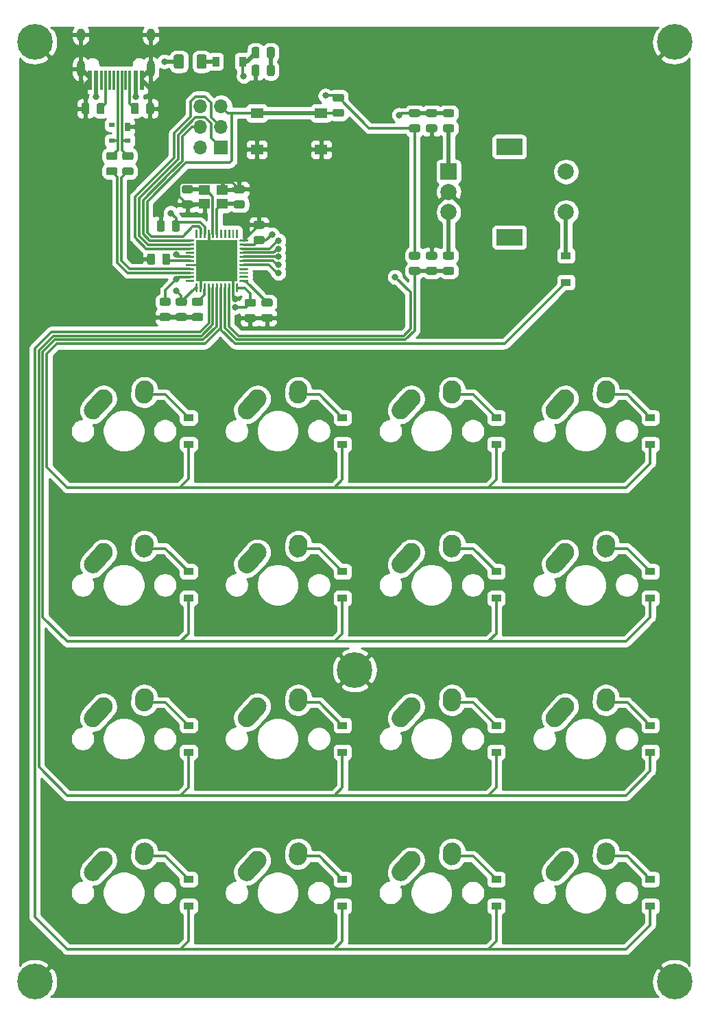
<source format=gbr>
%TF.GenerationSoftware,KiCad,Pcbnew,(5.1.6)-1*%
%TF.CreationDate,2020-07-15T15:55:53-05:00*%
%TF.ProjectId,deco-pad-v1,6465636f-2d70-4616-942d-76312e6b6963,rev?*%
%TF.SameCoordinates,Original*%
%TF.FileFunction,Copper,L2,Bot*%
%TF.FilePolarity,Positive*%
%FSLAX46Y46*%
G04 Gerber Fmt 4.6, Leading zero omitted, Abs format (unit mm)*
G04 Created by KiCad (PCBNEW (5.1.6)-1) date 2020-07-15 15:55:53*
%MOMM*%
%LPD*%
G01*
G04 APERTURE LIST*
%TA.AperFunction,ComponentPad*%
%ADD10O,1.700000X1.700000*%
%TD*%
%TA.AperFunction,ComponentPad*%
%ADD11R,1.700000X1.700000*%
%TD*%
%TA.AperFunction,ComponentPad*%
%ADD12C,2.250000*%
%TD*%
%TA.AperFunction,SMDPad,CuDef*%
%ADD13R,1.200000X0.900000*%
%TD*%
%TA.AperFunction,SMDPad,CuDef*%
%ADD14R,1.400000X1.200000*%
%TD*%
%TA.AperFunction,SMDPad,CuDef*%
%ADD15R,0.600000X2.450000*%
%TD*%
%TA.AperFunction,SMDPad,CuDef*%
%ADD16R,0.300000X2.450000*%
%TD*%
%TA.AperFunction,ComponentPad*%
%ADD17O,1.000000X2.100000*%
%TD*%
%TA.AperFunction,ComponentPad*%
%ADD18O,1.000000X1.600000*%
%TD*%
%TA.AperFunction,SMDPad,CuDef*%
%ADD19R,0.700000X0.600000*%
%TD*%
%TA.AperFunction,SMDPad,CuDef*%
%ADD20R,0.700000X1.000000*%
%TD*%
%TA.AperFunction,SMDPad,CuDef*%
%ADD21R,5.200000X5.200000*%
%TD*%
%TA.AperFunction,SMDPad,CuDef*%
%ADD22R,1.550000X1.300000*%
%TD*%
%TA.AperFunction,ComponentPad*%
%ADD23R,2.000000X2.000000*%
%TD*%
%TA.AperFunction,ComponentPad*%
%ADD24C,2.000000*%
%TD*%
%TA.AperFunction,ComponentPad*%
%ADD25R,3.200000X2.000000*%
%TD*%
%TA.AperFunction,ComponentPad*%
%ADD26C,0.700000*%
%TD*%
%TA.AperFunction,ComponentPad*%
%ADD27C,4.400000*%
%TD*%
%TA.AperFunction,SMDPad,CuDef*%
%ADD28R,0.900000X1.200000*%
%TD*%
%TA.AperFunction,ViaPad*%
%ADD29C,0.800000*%
%TD*%
%TA.AperFunction,Conductor*%
%ADD30C,0.500000*%
%TD*%
%TA.AperFunction,Conductor*%
%ADD31C,0.300000*%
%TD*%
%TA.AperFunction,Conductor*%
%ADD32C,0.250000*%
%TD*%
%TA.AperFunction,Conductor*%
%ADD33C,0.254000*%
%TD*%
G04 APERTURE END LIST*
D10*
%TO.P,J1,6*%
%TO.N,GND*%
X67960000Y-51420000D03*
%TO.P,J1,5*%
%TO.N,RESET*%
X70500000Y-51420000D03*
%TO.P,J1,4*%
%TO.N,MOSI*%
X67960000Y-53960000D03*
%TO.P,J1,3*%
%TO.N,SCK*%
X70500000Y-53960000D03*
%TO.P,J1,2*%
%TO.N,+5V*%
X67960000Y-56500000D03*
D11*
%TO.P,J1,1*%
%TO.N,MISO*%
X70500000Y-56500000D03*
%TD*%
D12*
%TO.P,MX5,1*%
%TO.N,COL1*%
X75000000Y-87500000D03*
%TA.AperFunction,ComponentPad*%
G36*
G01*
X72938683Y-89797345D02*
X72938683Y-89797345D01*
G75*
G02*
X72852655Y-88208683I751317J837345D01*
G01*
X74162657Y-86748683D01*
G75*
G02*
X75751319Y-86662655I837345J-751317D01*
G01*
X75751319Y-86662655D01*
G75*
G02*
X75837347Y-88251317I-751317J-837345D01*
G01*
X74527345Y-89711317D01*
G75*
G02*
X72938683Y-89797345I-837345J751317D01*
G01*
G37*
%TD.AperFunction*%
%TO.P,MX5,2*%
%TO.N,Net-(D5-Pad2)*%
X80040000Y-86420000D03*
%TA.AperFunction,ComponentPad*%
G36*
G01*
X79922597Y-88122334D02*
X79922597Y-88122334D01*
G75*
G02*
X78877666Y-86922597I77403J1122334D01*
G01*
X78917666Y-86342597D01*
G75*
G02*
X80117403Y-85297666I1122334J-77403D01*
G01*
X80117403Y-85297666D01*
G75*
G02*
X81162334Y-86497403I-77403J-1122334D01*
G01*
X81122334Y-87077403D01*
G75*
G02*
X79922597Y-88122334I-1122334J77403D01*
G01*
G37*
%TD.AperFunction*%
%TD*%
%TO.P,R8,2*%
%TO.N,D+*%
%TA.AperFunction,SMDPad,CuDef*%
G36*
G01*
X58543750Y-58950000D02*
X59456250Y-58950000D01*
G75*
G02*
X59700000Y-59193750I0J-243750D01*
G01*
X59700000Y-59681250D01*
G75*
G02*
X59456250Y-59925000I-243750J0D01*
G01*
X58543750Y-59925000D01*
G75*
G02*
X58300000Y-59681250I0J243750D01*
G01*
X58300000Y-59193750D01*
G75*
G02*
X58543750Y-58950000I243750J0D01*
G01*
G37*
%TD.AperFunction*%
%TO.P,R8,1*%
%TO.N,Net-(R8-Pad1)*%
%TA.AperFunction,SMDPad,CuDef*%
G36*
G01*
X58543750Y-57075000D02*
X59456250Y-57075000D01*
G75*
G02*
X59700000Y-57318750I0J-243750D01*
G01*
X59700000Y-57806250D01*
G75*
G02*
X59456250Y-58050000I-243750J0D01*
G01*
X58543750Y-58050000D01*
G75*
G02*
X58300000Y-57806250I0J243750D01*
G01*
X58300000Y-57318750D01*
G75*
G02*
X58543750Y-57075000I243750J0D01*
G01*
G37*
%TD.AperFunction*%
%TD*%
%TO.P,R4,2*%
%TO.N,E0_PAD_A-F*%
%TA.AperFunction,SMDPad,CuDef*%
G36*
G01*
X94856250Y-52750000D02*
X93943750Y-52750000D01*
G75*
G02*
X93700000Y-52506250I0J243750D01*
G01*
X93700000Y-52018750D01*
G75*
G02*
X93943750Y-51775000I243750J0D01*
G01*
X94856250Y-51775000D01*
G75*
G02*
X95100000Y-52018750I0J-243750D01*
G01*
X95100000Y-52506250D01*
G75*
G02*
X94856250Y-52750000I-243750J0D01*
G01*
G37*
%TD.AperFunction*%
%TO.P,R4,1*%
%TO.N,+5V*%
%TA.AperFunction,SMDPad,CuDef*%
G36*
G01*
X94856250Y-54625000D02*
X93943750Y-54625000D01*
G75*
G02*
X93700000Y-54381250I0J243750D01*
G01*
X93700000Y-53893750D01*
G75*
G02*
X93943750Y-53650000I243750J0D01*
G01*
X94856250Y-53650000D01*
G75*
G02*
X95100000Y-53893750I0J-243750D01*
G01*
X95100000Y-54381250D01*
G75*
G02*
X94856250Y-54625000I-243750J0D01*
G01*
G37*
%TD.AperFunction*%
%TD*%
%TO.P,R3,2*%
%TO.N,E0_PAD_B-F*%
%TA.AperFunction,SMDPad,CuDef*%
G36*
G01*
X93943750Y-71250000D02*
X94856250Y-71250000D01*
G75*
G02*
X95100000Y-71493750I0J-243750D01*
G01*
X95100000Y-71981250D01*
G75*
G02*
X94856250Y-72225000I-243750J0D01*
G01*
X93943750Y-72225000D01*
G75*
G02*
X93700000Y-71981250I0J243750D01*
G01*
X93700000Y-71493750D01*
G75*
G02*
X93943750Y-71250000I243750J0D01*
G01*
G37*
%TD.AperFunction*%
%TO.P,R3,1*%
%TO.N,+5V*%
%TA.AperFunction,SMDPad,CuDef*%
G36*
G01*
X93943750Y-69375000D02*
X94856250Y-69375000D01*
G75*
G02*
X95100000Y-69618750I0J-243750D01*
G01*
X95100000Y-70106250D01*
G75*
G02*
X94856250Y-70350000I-243750J0D01*
G01*
X93943750Y-70350000D01*
G75*
G02*
X93700000Y-70106250I0J243750D01*
G01*
X93700000Y-69618750D01*
G75*
G02*
X93943750Y-69375000I243750J0D01*
G01*
G37*
%TD.AperFunction*%
%TD*%
%TO.P,R2,2*%
%TO.N,E0_PAD_B*%
%TA.AperFunction,SMDPad,CuDef*%
G36*
G01*
X99056250Y-70350000D02*
X98143750Y-70350000D01*
G75*
G02*
X97900000Y-70106250I0J243750D01*
G01*
X97900000Y-69618750D01*
G75*
G02*
X98143750Y-69375000I243750J0D01*
G01*
X99056250Y-69375000D01*
G75*
G02*
X99300000Y-69618750I0J-243750D01*
G01*
X99300000Y-70106250D01*
G75*
G02*
X99056250Y-70350000I-243750J0D01*
G01*
G37*
%TD.AperFunction*%
%TO.P,R2,1*%
%TO.N,E0_PAD_B-F*%
%TA.AperFunction,SMDPad,CuDef*%
G36*
G01*
X99056250Y-72225000D02*
X98143750Y-72225000D01*
G75*
G02*
X97900000Y-71981250I0J243750D01*
G01*
X97900000Y-71493750D01*
G75*
G02*
X98143750Y-71250000I243750J0D01*
G01*
X99056250Y-71250000D01*
G75*
G02*
X99300000Y-71493750I0J-243750D01*
G01*
X99300000Y-71981250D01*
G75*
G02*
X99056250Y-72225000I-243750J0D01*
G01*
G37*
%TD.AperFunction*%
%TD*%
%TO.P,R1,2*%
%TO.N,E0_PAD_A*%
%TA.AperFunction,SMDPad,CuDef*%
G36*
G01*
X98143750Y-53650000D02*
X99056250Y-53650000D01*
G75*
G02*
X99300000Y-53893750I0J-243750D01*
G01*
X99300000Y-54381250D01*
G75*
G02*
X99056250Y-54625000I-243750J0D01*
G01*
X98143750Y-54625000D01*
G75*
G02*
X97900000Y-54381250I0J243750D01*
G01*
X97900000Y-53893750D01*
G75*
G02*
X98143750Y-53650000I243750J0D01*
G01*
G37*
%TD.AperFunction*%
%TO.P,R1,1*%
%TO.N,E0_PAD_A-F*%
%TA.AperFunction,SMDPad,CuDef*%
G36*
G01*
X98143750Y-51775000D02*
X99056250Y-51775000D01*
G75*
G02*
X99300000Y-52018750I0J-243750D01*
G01*
X99300000Y-52506250D01*
G75*
G02*
X99056250Y-52750000I-243750J0D01*
G01*
X98143750Y-52750000D01*
G75*
G02*
X97900000Y-52506250I0J243750D01*
G01*
X97900000Y-52018750D01*
G75*
G02*
X98143750Y-51775000I243750J0D01*
G01*
G37*
%TD.AperFunction*%
%TD*%
D13*
%TO.P,D17,2*%
%TO.N,Net-(D17-Pad2)*%
X113100000Y-69850000D03*
%TO.P,D17,1*%
%TO.N,ROW0*%
X113100000Y-73150000D03*
%TD*%
%TO.P,C2,2*%
%TO.N,GND*%
%TA.AperFunction,SMDPad,CuDef*%
G36*
G01*
X96043750Y-53650000D02*
X96956250Y-53650000D01*
G75*
G02*
X97200000Y-53893750I0J-243750D01*
G01*
X97200000Y-54381250D01*
G75*
G02*
X96956250Y-54625000I-243750J0D01*
G01*
X96043750Y-54625000D01*
G75*
G02*
X95800000Y-54381250I0J243750D01*
G01*
X95800000Y-53893750D01*
G75*
G02*
X96043750Y-53650000I243750J0D01*
G01*
G37*
%TD.AperFunction*%
%TO.P,C2,1*%
%TO.N,E0_PAD_A-F*%
%TA.AperFunction,SMDPad,CuDef*%
G36*
G01*
X96043750Y-51775000D02*
X96956250Y-51775000D01*
G75*
G02*
X97200000Y-52018750I0J-243750D01*
G01*
X97200000Y-52506250D01*
G75*
G02*
X96956250Y-52750000I-243750J0D01*
G01*
X96043750Y-52750000D01*
G75*
G02*
X95800000Y-52506250I0J243750D01*
G01*
X95800000Y-52018750D01*
G75*
G02*
X96043750Y-51775000I243750J0D01*
G01*
G37*
%TD.AperFunction*%
%TD*%
%TO.P,C1,2*%
%TO.N,GND*%
%TA.AperFunction,SMDPad,CuDef*%
G36*
G01*
X96956250Y-70350000D02*
X96043750Y-70350000D01*
G75*
G02*
X95800000Y-70106250I0J243750D01*
G01*
X95800000Y-69618750D01*
G75*
G02*
X96043750Y-69375000I243750J0D01*
G01*
X96956250Y-69375000D01*
G75*
G02*
X97200000Y-69618750I0J-243750D01*
G01*
X97200000Y-70106250D01*
G75*
G02*
X96956250Y-70350000I-243750J0D01*
G01*
G37*
%TD.AperFunction*%
%TO.P,C1,1*%
%TO.N,E0_PAD_B-F*%
%TA.AperFunction,SMDPad,CuDef*%
G36*
G01*
X96956250Y-72225000D02*
X96043750Y-72225000D01*
G75*
G02*
X95800000Y-71981250I0J243750D01*
G01*
X95800000Y-71493750D01*
G75*
G02*
X96043750Y-71250000I243750J0D01*
G01*
X96956250Y-71250000D01*
G75*
G02*
X97200000Y-71493750I0J-243750D01*
G01*
X97200000Y-71981250D01*
G75*
G02*
X96956250Y-72225000I-243750J0D01*
G01*
G37*
%TD.AperFunction*%
%TD*%
D12*
%TO.P,MX12,1*%
%TO.N,COL2*%
X94000000Y-144500000D03*
%TA.AperFunction,ComponentPad*%
G36*
G01*
X91938683Y-146797345D02*
X91938683Y-146797345D01*
G75*
G02*
X91852655Y-145208683I751317J837345D01*
G01*
X93162657Y-143748683D01*
G75*
G02*
X94751319Y-143662655I837345J-751317D01*
G01*
X94751319Y-143662655D01*
G75*
G02*
X94837347Y-145251317I-751317J-837345D01*
G01*
X93527345Y-146711317D01*
G75*
G02*
X91938683Y-146797345I-837345J751317D01*
G01*
G37*
%TD.AperFunction*%
%TO.P,MX12,2*%
%TO.N,Net-(D12-Pad2)*%
X99040000Y-143420000D03*
%TA.AperFunction,ComponentPad*%
G36*
G01*
X98922597Y-145122334D02*
X98922597Y-145122334D01*
G75*
G02*
X97877666Y-143922597I77403J1122334D01*
G01*
X97917666Y-143342597D01*
G75*
G02*
X99117403Y-142297666I1122334J-77403D01*
G01*
X99117403Y-142297666D01*
G75*
G02*
X100162334Y-143497403I-77403J-1122334D01*
G01*
X100122334Y-144077403D01*
G75*
G02*
X98922597Y-145122334I-1122334J77403D01*
G01*
G37*
%TD.AperFunction*%
%TD*%
%TO.P,MX13,1*%
%TO.N,COL3*%
X113000000Y-87500000D03*
%TA.AperFunction,ComponentPad*%
G36*
G01*
X110938683Y-89797345D02*
X110938683Y-89797345D01*
G75*
G02*
X110852655Y-88208683I751317J837345D01*
G01*
X112162657Y-86748683D01*
G75*
G02*
X113751319Y-86662655I837345J-751317D01*
G01*
X113751319Y-86662655D01*
G75*
G02*
X113837347Y-88251317I-751317J-837345D01*
G01*
X112527345Y-89711317D01*
G75*
G02*
X110938683Y-89797345I-837345J751317D01*
G01*
G37*
%TD.AperFunction*%
%TO.P,MX13,2*%
%TO.N,Net-(D13-Pad2)*%
X118040000Y-86420000D03*
%TA.AperFunction,ComponentPad*%
G36*
G01*
X117922597Y-88122334D02*
X117922597Y-88122334D01*
G75*
G02*
X116877666Y-86922597I77403J1122334D01*
G01*
X116917666Y-86342597D01*
G75*
G02*
X118117403Y-85297666I1122334J-77403D01*
G01*
X118117403Y-85297666D01*
G75*
G02*
X119162334Y-86497403I-77403J-1122334D01*
G01*
X119122334Y-87077403D01*
G75*
G02*
X117922597Y-88122334I-1122334J77403D01*
G01*
G37*
%TD.AperFunction*%
%TD*%
%TO.P,MX9,1*%
%TO.N,COL2*%
X94000000Y-87500000D03*
%TA.AperFunction,ComponentPad*%
G36*
G01*
X91938683Y-89797345D02*
X91938683Y-89797345D01*
G75*
G02*
X91852655Y-88208683I751317J837345D01*
G01*
X93162657Y-86748683D01*
G75*
G02*
X94751319Y-86662655I837345J-751317D01*
G01*
X94751319Y-86662655D01*
G75*
G02*
X94837347Y-88251317I-751317J-837345D01*
G01*
X93527345Y-89711317D01*
G75*
G02*
X91938683Y-89797345I-837345J751317D01*
G01*
G37*
%TD.AperFunction*%
%TO.P,MX9,2*%
%TO.N,Net-(D9-Pad2)*%
X99040000Y-86420000D03*
%TA.AperFunction,ComponentPad*%
G36*
G01*
X98922597Y-88122334D02*
X98922597Y-88122334D01*
G75*
G02*
X97877666Y-86922597I77403J1122334D01*
G01*
X97917666Y-86342597D01*
G75*
G02*
X99117403Y-85297666I1122334J-77403D01*
G01*
X99117403Y-85297666D01*
G75*
G02*
X100162334Y-86497403I-77403J-1122334D01*
G01*
X100122334Y-87077403D01*
G75*
G02*
X98922597Y-88122334I-1122334J77403D01*
G01*
G37*
%TD.AperFunction*%
%TD*%
D14*
%TO.P,Y1,4*%
%TO.N,GND*%
X70650000Y-61750000D03*
%TO.P,Y1,3*%
%TO.N,XTAL2*%
X68450000Y-61750000D03*
%TO.P,Y1,2*%
%TO.N,GND*%
X68450000Y-63450000D03*
%TO.P,Y1,1*%
%TO.N,XTAL1*%
X70650000Y-63450000D03*
%TD*%
D15*
%TO.P,USB1,12*%
%TO.N,GND*%
X60725000Y-48195000D03*
%TO.P,USB1,1*%
X54275000Y-48195000D03*
%TO.P,USB1,11*%
%TO.N,VBUS*%
X59950000Y-48195000D03*
%TO.P,USB1,2*%
X55050000Y-48195000D03*
D16*
%TO.P,USB1,3*%
%TO.N,Net-(USB1-Pad3)*%
X55750000Y-48195000D03*
%TO.P,USB1,10*%
%TO.N,Net-(R5-Pad1)*%
X59250000Y-48195000D03*
%TO.P,USB1,4*%
%TO.N,Net-(R6-Pad1)*%
X56250000Y-48195000D03*
%TO.P,USB1,9*%
%TO.N,Net-(USB1-Pad9)*%
X58750000Y-48195000D03*
%TO.P,USB1,5*%
%TO.N,Net-(R7-Pad2)*%
X56750000Y-48195000D03*
%TO.P,USB1,8*%
%TO.N,Net-(R8-Pad1)*%
X58250000Y-48195000D03*
%TO.P,USB1,7*%
%TO.N,Net-(R7-Pad2)*%
X57750000Y-48195000D03*
%TO.P,USB1,6*%
%TO.N,Net-(R8-Pad1)*%
X57250000Y-48195000D03*
D17*
%TO.P,USB1,13*%
%TO.N,GND*%
X53180000Y-46780000D03*
X61820000Y-46780000D03*
D18*
X53180000Y-42600000D03*
X61820000Y-42600000D03*
%TD*%
D19*
%TO.P,U1,4*%
%TO.N,Net-(U1-Pad4)*%
X57000000Y-53750000D03*
%TO.P,U1,3*%
%TO.N,Net-(R7-Pad2)*%
X57000000Y-55650000D03*
%TO.P,U1,2*%
%TO.N,Net-(R8-Pad1)*%
X59000000Y-55650000D03*
D20*
%TO.P,U1,1*%
%TO.N,GND*%
X59000000Y-53950000D03*
%TD*%
D21*
%TO.P,U2,45*%
%TO.N,GND*%
X70000000Y-70500000D03*
%TO.P,U2,44*%
%TO.N,+5V*%
%TA.AperFunction,SMDPad,CuDef*%
G36*
G01*
X67375000Y-74312500D02*
X67375000Y-73362500D01*
G75*
G02*
X67437500Y-73300000I62500J0D01*
G01*
X67562500Y-73300000D01*
G75*
G02*
X67625000Y-73362500I0J-62500D01*
G01*
X67625000Y-74312500D01*
G75*
G02*
X67562500Y-74375000I-62500J0D01*
G01*
X67437500Y-74375000D01*
G75*
G02*
X67375000Y-74312500I0J62500D01*
G01*
G37*
%TD.AperFunction*%
%TO.P,U2,43*%
%TO.N,GND*%
%TA.AperFunction,SMDPad,CuDef*%
G36*
G01*
X67875000Y-74312500D02*
X67875000Y-73362500D01*
G75*
G02*
X67937500Y-73300000I62500J0D01*
G01*
X68062500Y-73300000D01*
G75*
G02*
X68125000Y-73362500I0J-62500D01*
G01*
X68125000Y-74312500D01*
G75*
G02*
X68062500Y-74375000I-62500J0D01*
G01*
X67937500Y-74375000D01*
G75*
G02*
X67875000Y-74312500I0J62500D01*
G01*
G37*
%TD.AperFunction*%
%TO.P,U2,42*%
%TO.N,AREF*%
%TA.AperFunction,SMDPad,CuDef*%
G36*
G01*
X68375000Y-74312500D02*
X68375000Y-73362500D01*
G75*
G02*
X68437500Y-73300000I62500J0D01*
G01*
X68562500Y-73300000D01*
G75*
G02*
X68625000Y-73362500I0J-62500D01*
G01*
X68625000Y-74312500D01*
G75*
G02*
X68562500Y-74375000I-62500J0D01*
G01*
X68437500Y-74375000D01*
G75*
G02*
X68375000Y-74312500I0J62500D01*
G01*
G37*
%TD.AperFunction*%
%TO.P,U2,41*%
%TO.N,ROW3*%
%TA.AperFunction,SMDPad,CuDef*%
G36*
G01*
X68875000Y-74312500D02*
X68875000Y-73362500D01*
G75*
G02*
X68937500Y-73300000I62500J0D01*
G01*
X69062500Y-73300000D01*
G75*
G02*
X69125000Y-73362500I0J-62500D01*
G01*
X69125000Y-74312500D01*
G75*
G02*
X69062500Y-74375000I-62500J0D01*
G01*
X68937500Y-74375000D01*
G75*
G02*
X68875000Y-74312500I0J62500D01*
G01*
G37*
%TD.AperFunction*%
%TO.P,U2,40*%
%TO.N,ROW2*%
%TA.AperFunction,SMDPad,CuDef*%
G36*
G01*
X69375000Y-74312500D02*
X69375000Y-73362500D01*
G75*
G02*
X69437500Y-73300000I62500J0D01*
G01*
X69562500Y-73300000D01*
G75*
G02*
X69625000Y-73362500I0J-62500D01*
G01*
X69625000Y-74312500D01*
G75*
G02*
X69562500Y-74375000I-62500J0D01*
G01*
X69437500Y-74375000D01*
G75*
G02*
X69375000Y-74312500I0J62500D01*
G01*
G37*
%TD.AperFunction*%
%TO.P,U2,39*%
%TO.N,ROW1*%
%TA.AperFunction,SMDPad,CuDef*%
G36*
G01*
X69875000Y-74312500D02*
X69875000Y-73362500D01*
G75*
G02*
X69937500Y-73300000I62500J0D01*
G01*
X70062500Y-73300000D01*
G75*
G02*
X70125000Y-73362500I0J-62500D01*
G01*
X70125000Y-74312500D01*
G75*
G02*
X70062500Y-74375000I-62500J0D01*
G01*
X69937500Y-74375000D01*
G75*
G02*
X69875000Y-74312500I0J62500D01*
G01*
G37*
%TD.AperFunction*%
%TO.P,U2,38*%
%TO.N,ROW0*%
%TA.AperFunction,SMDPad,CuDef*%
G36*
G01*
X70375000Y-74312500D02*
X70375000Y-73362500D01*
G75*
G02*
X70437500Y-73300000I62500J0D01*
G01*
X70562500Y-73300000D01*
G75*
G02*
X70625000Y-73362500I0J-62500D01*
G01*
X70625000Y-74312500D01*
G75*
G02*
X70562500Y-74375000I-62500J0D01*
G01*
X70437500Y-74375000D01*
G75*
G02*
X70375000Y-74312500I0J62500D01*
G01*
G37*
%TD.AperFunction*%
%TO.P,U2,37*%
%TO.N,E0_PAD_B-F*%
%TA.AperFunction,SMDPad,CuDef*%
G36*
G01*
X70875000Y-74312500D02*
X70875000Y-73362500D01*
G75*
G02*
X70937500Y-73300000I62500J0D01*
G01*
X71062500Y-73300000D01*
G75*
G02*
X71125000Y-73362500I0J-62500D01*
G01*
X71125000Y-74312500D01*
G75*
G02*
X71062500Y-74375000I-62500J0D01*
G01*
X70937500Y-74375000D01*
G75*
G02*
X70875000Y-74312500I0J62500D01*
G01*
G37*
%TD.AperFunction*%
%TO.P,U2,36*%
%TO.N,E0_PAD_A-F*%
%TA.AperFunction,SMDPad,CuDef*%
G36*
G01*
X71375000Y-74312500D02*
X71375000Y-73362500D01*
G75*
G02*
X71437500Y-73300000I62500J0D01*
G01*
X71562500Y-73300000D01*
G75*
G02*
X71625000Y-73362500I0J-62500D01*
G01*
X71625000Y-74312500D01*
G75*
G02*
X71562500Y-74375000I-62500J0D01*
G01*
X71437500Y-74375000D01*
G75*
G02*
X71375000Y-74312500I0J62500D01*
G01*
G37*
%TD.AperFunction*%
%TO.P,U2,35*%
%TO.N,GND*%
%TA.AperFunction,SMDPad,CuDef*%
G36*
G01*
X71875000Y-74312500D02*
X71875000Y-73362500D01*
G75*
G02*
X71937500Y-73300000I62500J0D01*
G01*
X72062500Y-73300000D01*
G75*
G02*
X72125000Y-73362500I0J-62500D01*
G01*
X72125000Y-74312500D01*
G75*
G02*
X72062500Y-74375000I-62500J0D01*
G01*
X71937500Y-74375000D01*
G75*
G02*
X71875000Y-74312500I0J62500D01*
G01*
G37*
%TD.AperFunction*%
%TO.P,U2,34*%
%TO.N,+5V*%
%TA.AperFunction,SMDPad,CuDef*%
G36*
G01*
X72375000Y-74312500D02*
X72375000Y-73362500D01*
G75*
G02*
X72437500Y-73300000I62500J0D01*
G01*
X72562500Y-73300000D01*
G75*
G02*
X72625000Y-73362500I0J-62500D01*
G01*
X72625000Y-74312500D01*
G75*
G02*
X72562500Y-74375000I-62500J0D01*
G01*
X72437500Y-74375000D01*
G75*
G02*
X72375000Y-74312500I0J62500D01*
G01*
G37*
%TD.AperFunction*%
%TO.P,U2,33*%
%TO.N,Net-(R11-Pad2)*%
%TA.AperFunction,SMDPad,CuDef*%
G36*
G01*
X72800000Y-73062500D02*
X72800000Y-72937500D01*
G75*
G02*
X72862500Y-72875000I62500J0D01*
G01*
X73812500Y-72875000D01*
G75*
G02*
X73875000Y-72937500I0J-62500D01*
G01*
X73875000Y-73062500D01*
G75*
G02*
X73812500Y-73125000I-62500J0D01*
G01*
X72862500Y-73125000D01*
G75*
G02*
X72800000Y-73062500I0J62500D01*
G01*
G37*
%TD.AperFunction*%
%TO.P,U2,32*%
%TO.N,Net-(U2-Pad32)*%
%TA.AperFunction,SMDPad,CuDef*%
G36*
G01*
X72800000Y-72562500D02*
X72800000Y-72437500D01*
G75*
G02*
X72862500Y-72375000I62500J0D01*
G01*
X73812500Y-72375000D01*
G75*
G02*
X73875000Y-72437500I0J-62500D01*
G01*
X73875000Y-72562500D01*
G75*
G02*
X73812500Y-72625000I-62500J0D01*
G01*
X72862500Y-72625000D01*
G75*
G02*
X72800000Y-72562500I0J62500D01*
G01*
G37*
%TD.AperFunction*%
%TO.P,U2,31*%
%TO.N,Net-(U2-Pad31)*%
%TA.AperFunction,SMDPad,CuDef*%
G36*
G01*
X72800000Y-72062500D02*
X72800000Y-71937500D01*
G75*
G02*
X72862500Y-71875000I62500J0D01*
G01*
X73812500Y-71875000D01*
G75*
G02*
X73875000Y-71937500I0J-62500D01*
G01*
X73875000Y-72062500D01*
G75*
G02*
X73812500Y-72125000I-62500J0D01*
G01*
X72862500Y-72125000D01*
G75*
G02*
X72800000Y-72062500I0J62500D01*
G01*
G37*
%TD.AperFunction*%
%TO.P,U2,30*%
%TO.N,Net-(U2-Pad30)*%
%TA.AperFunction,SMDPad,CuDef*%
G36*
G01*
X72800000Y-71562500D02*
X72800000Y-71437500D01*
G75*
G02*
X72862500Y-71375000I62500J0D01*
G01*
X73812500Y-71375000D01*
G75*
G02*
X73875000Y-71437500I0J-62500D01*
G01*
X73875000Y-71562500D01*
G75*
G02*
X73812500Y-71625000I-62500J0D01*
G01*
X72862500Y-71625000D01*
G75*
G02*
X72800000Y-71562500I0J62500D01*
G01*
G37*
%TD.AperFunction*%
%TO.P,U2,29*%
%TO.N,COL0*%
%TA.AperFunction,SMDPad,CuDef*%
G36*
G01*
X72800000Y-71062500D02*
X72800000Y-70937500D01*
G75*
G02*
X72862500Y-70875000I62500J0D01*
G01*
X73812500Y-70875000D01*
G75*
G02*
X73875000Y-70937500I0J-62500D01*
G01*
X73875000Y-71062500D01*
G75*
G02*
X73812500Y-71125000I-62500J0D01*
G01*
X72862500Y-71125000D01*
G75*
G02*
X72800000Y-71062500I0J62500D01*
G01*
G37*
%TD.AperFunction*%
%TO.P,U2,28*%
%TO.N,COL1*%
%TA.AperFunction,SMDPad,CuDef*%
G36*
G01*
X72800000Y-70562500D02*
X72800000Y-70437500D01*
G75*
G02*
X72862500Y-70375000I62500J0D01*
G01*
X73812500Y-70375000D01*
G75*
G02*
X73875000Y-70437500I0J-62500D01*
G01*
X73875000Y-70562500D01*
G75*
G02*
X73812500Y-70625000I-62500J0D01*
G01*
X72862500Y-70625000D01*
G75*
G02*
X72800000Y-70562500I0J62500D01*
G01*
G37*
%TD.AperFunction*%
%TO.P,U2,27*%
%TO.N,COL2*%
%TA.AperFunction,SMDPad,CuDef*%
G36*
G01*
X72800000Y-70062500D02*
X72800000Y-69937500D01*
G75*
G02*
X72862500Y-69875000I62500J0D01*
G01*
X73812500Y-69875000D01*
G75*
G02*
X73875000Y-69937500I0J-62500D01*
G01*
X73875000Y-70062500D01*
G75*
G02*
X73812500Y-70125000I-62500J0D01*
G01*
X72862500Y-70125000D01*
G75*
G02*
X72800000Y-70062500I0J62500D01*
G01*
G37*
%TD.AperFunction*%
%TO.P,U2,26*%
%TO.N,COL3*%
%TA.AperFunction,SMDPad,CuDef*%
G36*
G01*
X72800000Y-69562500D02*
X72800000Y-69437500D01*
G75*
G02*
X72862500Y-69375000I62500J0D01*
G01*
X73812500Y-69375000D01*
G75*
G02*
X73875000Y-69437500I0J-62500D01*
G01*
X73875000Y-69562500D01*
G75*
G02*
X73812500Y-69625000I-62500J0D01*
G01*
X72862500Y-69625000D01*
G75*
G02*
X72800000Y-69562500I0J62500D01*
G01*
G37*
%TD.AperFunction*%
%TO.P,U2,25*%
%TO.N,COL4*%
%TA.AperFunction,SMDPad,CuDef*%
G36*
G01*
X72800000Y-69062500D02*
X72800000Y-68937500D01*
G75*
G02*
X72862500Y-68875000I62500J0D01*
G01*
X73812500Y-68875000D01*
G75*
G02*
X73875000Y-68937500I0J-62500D01*
G01*
X73875000Y-69062500D01*
G75*
G02*
X73812500Y-69125000I-62500J0D01*
G01*
X72862500Y-69125000D01*
G75*
G02*
X72800000Y-69062500I0J62500D01*
G01*
G37*
%TD.AperFunction*%
%TO.P,U2,24*%
%TO.N,+5V*%
%TA.AperFunction,SMDPad,CuDef*%
G36*
G01*
X72800000Y-68562500D02*
X72800000Y-68437500D01*
G75*
G02*
X72862500Y-68375000I62500J0D01*
G01*
X73812500Y-68375000D01*
G75*
G02*
X73875000Y-68437500I0J-62500D01*
G01*
X73875000Y-68562500D01*
G75*
G02*
X73812500Y-68625000I-62500J0D01*
G01*
X72862500Y-68625000D01*
G75*
G02*
X72800000Y-68562500I0J62500D01*
G01*
G37*
%TD.AperFunction*%
%TO.P,U2,23*%
%TO.N,GND*%
%TA.AperFunction,SMDPad,CuDef*%
G36*
G01*
X72800000Y-68062500D02*
X72800000Y-67937500D01*
G75*
G02*
X72862500Y-67875000I62500J0D01*
G01*
X73812500Y-67875000D01*
G75*
G02*
X73875000Y-67937500I0J-62500D01*
G01*
X73875000Y-68062500D01*
G75*
G02*
X73812500Y-68125000I-62500J0D01*
G01*
X72862500Y-68125000D01*
G75*
G02*
X72800000Y-68062500I0J62500D01*
G01*
G37*
%TD.AperFunction*%
%TO.P,U2,22*%
%TO.N,Net-(U2-Pad22)*%
%TA.AperFunction,SMDPad,CuDef*%
G36*
G01*
X72375000Y-67637500D02*
X72375000Y-66687500D01*
G75*
G02*
X72437500Y-66625000I62500J0D01*
G01*
X72562500Y-66625000D01*
G75*
G02*
X72625000Y-66687500I0J-62500D01*
G01*
X72625000Y-67637500D01*
G75*
G02*
X72562500Y-67700000I-62500J0D01*
G01*
X72437500Y-67700000D01*
G75*
G02*
X72375000Y-67637500I0J62500D01*
G01*
G37*
%TD.AperFunction*%
%TO.P,U2,21*%
%TO.N,Net-(U2-Pad21)*%
%TA.AperFunction,SMDPad,CuDef*%
G36*
G01*
X71875000Y-67637500D02*
X71875000Y-66687500D01*
G75*
G02*
X71937500Y-66625000I62500J0D01*
G01*
X72062500Y-66625000D01*
G75*
G02*
X72125000Y-66687500I0J-62500D01*
G01*
X72125000Y-67637500D01*
G75*
G02*
X72062500Y-67700000I-62500J0D01*
G01*
X71937500Y-67700000D01*
G75*
G02*
X71875000Y-67637500I0J62500D01*
G01*
G37*
%TD.AperFunction*%
%TO.P,U2,20*%
%TO.N,Net-(U2-Pad20)*%
%TA.AperFunction,SMDPad,CuDef*%
G36*
G01*
X71375000Y-67637500D02*
X71375000Y-66687500D01*
G75*
G02*
X71437500Y-66625000I62500J0D01*
G01*
X71562500Y-66625000D01*
G75*
G02*
X71625000Y-66687500I0J-62500D01*
G01*
X71625000Y-67637500D01*
G75*
G02*
X71562500Y-67700000I-62500J0D01*
G01*
X71437500Y-67700000D01*
G75*
G02*
X71375000Y-67637500I0J62500D01*
G01*
G37*
%TD.AperFunction*%
%TO.P,U2,19*%
%TO.N,Net-(U2-Pad19)*%
%TA.AperFunction,SMDPad,CuDef*%
G36*
G01*
X70875000Y-67637500D02*
X70875000Y-66687500D01*
G75*
G02*
X70937500Y-66625000I62500J0D01*
G01*
X71062500Y-66625000D01*
G75*
G02*
X71125000Y-66687500I0J-62500D01*
G01*
X71125000Y-67637500D01*
G75*
G02*
X71062500Y-67700000I-62500J0D01*
G01*
X70937500Y-67700000D01*
G75*
G02*
X70875000Y-67637500I0J62500D01*
G01*
G37*
%TD.AperFunction*%
%TO.P,U2,18*%
%TO.N,Net-(U2-Pad18)*%
%TA.AperFunction,SMDPad,CuDef*%
G36*
G01*
X70375000Y-67637500D02*
X70375000Y-66687500D01*
G75*
G02*
X70437500Y-66625000I62500J0D01*
G01*
X70562500Y-66625000D01*
G75*
G02*
X70625000Y-66687500I0J-62500D01*
G01*
X70625000Y-67637500D01*
G75*
G02*
X70562500Y-67700000I-62500J0D01*
G01*
X70437500Y-67700000D01*
G75*
G02*
X70375000Y-67637500I0J62500D01*
G01*
G37*
%TD.AperFunction*%
%TO.P,U2,17*%
%TO.N,XTAL1*%
%TA.AperFunction,SMDPad,CuDef*%
G36*
G01*
X69875000Y-67637500D02*
X69875000Y-66687500D01*
G75*
G02*
X69937500Y-66625000I62500J0D01*
G01*
X70062500Y-66625000D01*
G75*
G02*
X70125000Y-66687500I0J-62500D01*
G01*
X70125000Y-67637500D01*
G75*
G02*
X70062500Y-67700000I-62500J0D01*
G01*
X69937500Y-67700000D01*
G75*
G02*
X69875000Y-67637500I0J62500D01*
G01*
G37*
%TD.AperFunction*%
%TO.P,U2,16*%
%TO.N,XTAL2*%
%TA.AperFunction,SMDPad,CuDef*%
G36*
G01*
X69375000Y-67637500D02*
X69375000Y-66687500D01*
G75*
G02*
X69437500Y-66625000I62500J0D01*
G01*
X69562500Y-66625000D01*
G75*
G02*
X69625000Y-66687500I0J-62500D01*
G01*
X69625000Y-67637500D01*
G75*
G02*
X69562500Y-67700000I-62500J0D01*
G01*
X69437500Y-67700000D01*
G75*
G02*
X69375000Y-67637500I0J62500D01*
G01*
G37*
%TD.AperFunction*%
%TO.P,U2,15*%
%TO.N,GND*%
%TA.AperFunction,SMDPad,CuDef*%
G36*
G01*
X68875000Y-67637500D02*
X68875000Y-66687500D01*
G75*
G02*
X68937500Y-66625000I62500J0D01*
G01*
X69062500Y-66625000D01*
G75*
G02*
X69125000Y-66687500I0J-62500D01*
G01*
X69125000Y-67637500D01*
G75*
G02*
X69062500Y-67700000I-62500J0D01*
G01*
X68937500Y-67700000D01*
G75*
G02*
X68875000Y-67637500I0J62500D01*
G01*
G37*
%TD.AperFunction*%
%TO.P,U2,14*%
%TO.N,+5V*%
%TA.AperFunction,SMDPad,CuDef*%
G36*
G01*
X68375000Y-67637500D02*
X68375000Y-66687500D01*
G75*
G02*
X68437500Y-66625000I62500J0D01*
G01*
X68562500Y-66625000D01*
G75*
G02*
X68625000Y-66687500I0J-62500D01*
G01*
X68625000Y-67637500D01*
G75*
G02*
X68562500Y-67700000I-62500J0D01*
G01*
X68437500Y-67700000D01*
G75*
G02*
X68375000Y-67637500I0J62500D01*
G01*
G37*
%TD.AperFunction*%
%TO.P,U2,13*%
%TO.N,RESET*%
%TA.AperFunction,SMDPad,CuDef*%
G36*
G01*
X67875000Y-67637500D02*
X67875000Y-66687500D01*
G75*
G02*
X67937500Y-66625000I62500J0D01*
G01*
X68062500Y-66625000D01*
G75*
G02*
X68125000Y-66687500I0J-62500D01*
G01*
X68125000Y-67637500D01*
G75*
G02*
X68062500Y-67700000I-62500J0D01*
G01*
X67937500Y-67700000D01*
G75*
G02*
X67875000Y-67637500I0J62500D01*
G01*
G37*
%TD.AperFunction*%
%TO.P,U2,12*%
%TO.N,Net-(U2-Pad12)*%
%TA.AperFunction,SMDPad,CuDef*%
G36*
G01*
X67375000Y-67637500D02*
X67375000Y-66687500D01*
G75*
G02*
X67437500Y-66625000I62500J0D01*
G01*
X67562500Y-66625000D01*
G75*
G02*
X67625000Y-66687500I0J-62500D01*
G01*
X67625000Y-67637500D01*
G75*
G02*
X67562500Y-67700000I-62500J0D01*
G01*
X67437500Y-67700000D01*
G75*
G02*
X67375000Y-67637500I0J62500D01*
G01*
G37*
%TD.AperFunction*%
%TO.P,U2,11*%
%TO.N,MOSI*%
%TA.AperFunction,SMDPad,CuDef*%
G36*
G01*
X66125000Y-68062500D02*
X66125000Y-67937500D01*
G75*
G02*
X66187500Y-67875000I62500J0D01*
G01*
X67137500Y-67875000D01*
G75*
G02*
X67200000Y-67937500I0J-62500D01*
G01*
X67200000Y-68062500D01*
G75*
G02*
X67137500Y-68125000I-62500J0D01*
G01*
X66187500Y-68125000D01*
G75*
G02*
X66125000Y-68062500I0J62500D01*
G01*
G37*
%TD.AperFunction*%
%TO.P,U2,10*%
%TO.N,MISO*%
%TA.AperFunction,SMDPad,CuDef*%
G36*
G01*
X66125000Y-68562500D02*
X66125000Y-68437500D01*
G75*
G02*
X66187500Y-68375000I62500J0D01*
G01*
X67137500Y-68375000D01*
G75*
G02*
X67200000Y-68437500I0J-62500D01*
G01*
X67200000Y-68562500D01*
G75*
G02*
X67137500Y-68625000I-62500J0D01*
G01*
X66187500Y-68625000D01*
G75*
G02*
X66125000Y-68562500I0J62500D01*
G01*
G37*
%TD.AperFunction*%
%TO.P,U2,9*%
%TO.N,SCK*%
%TA.AperFunction,SMDPad,CuDef*%
G36*
G01*
X66125000Y-69062500D02*
X66125000Y-68937500D01*
G75*
G02*
X66187500Y-68875000I62500J0D01*
G01*
X67137500Y-68875000D01*
G75*
G02*
X67200000Y-68937500I0J-62500D01*
G01*
X67200000Y-69062500D01*
G75*
G02*
X67137500Y-69125000I-62500J0D01*
G01*
X66187500Y-69125000D01*
G75*
G02*
X66125000Y-69062500I0J62500D01*
G01*
G37*
%TD.AperFunction*%
%TO.P,U2,8*%
%TO.N,Net-(U2-Pad8)*%
%TA.AperFunction,SMDPad,CuDef*%
G36*
G01*
X66125000Y-69562500D02*
X66125000Y-69437500D01*
G75*
G02*
X66187500Y-69375000I62500J0D01*
G01*
X67137500Y-69375000D01*
G75*
G02*
X67200000Y-69437500I0J-62500D01*
G01*
X67200000Y-69562500D01*
G75*
G02*
X67137500Y-69625000I-62500J0D01*
G01*
X66187500Y-69625000D01*
G75*
G02*
X66125000Y-69562500I0J62500D01*
G01*
G37*
%TD.AperFunction*%
%TO.P,U2,7*%
%TO.N,VBUS*%
%TA.AperFunction,SMDPad,CuDef*%
G36*
G01*
X66125000Y-70062500D02*
X66125000Y-69937500D01*
G75*
G02*
X66187500Y-69875000I62500J0D01*
G01*
X67137500Y-69875000D01*
G75*
G02*
X67200000Y-69937500I0J-62500D01*
G01*
X67200000Y-70062500D01*
G75*
G02*
X67137500Y-70125000I-62500J0D01*
G01*
X66187500Y-70125000D01*
G75*
G02*
X66125000Y-70062500I0J62500D01*
G01*
G37*
%TD.AperFunction*%
%TO.P,U2,6*%
%TO.N,UCAP*%
%TA.AperFunction,SMDPad,CuDef*%
G36*
G01*
X66125000Y-70562500D02*
X66125000Y-70437500D01*
G75*
G02*
X66187500Y-70375000I62500J0D01*
G01*
X67137500Y-70375000D01*
G75*
G02*
X67200000Y-70437500I0J-62500D01*
G01*
X67200000Y-70562500D01*
G75*
G02*
X67137500Y-70625000I-62500J0D01*
G01*
X66187500Y-70625000D01*
G75*
G02*
X66125000Y-70562500I0J62500D01*
G01*
G37*
%TD.AperFunction*%
%TO.P,U2,5*%
%TO.N,GND*%
%TA.AperFunction,SMDPad,CuDef*%
G36*
G01*
X66125000Y-71062500D02*
X66125000Y-70937500D01*
G75*
G02*
X66187500Y-70875000I62500J0D01*
G01*
X67137500Y-70875000D01*
G75*
G02*
X67200000Y-70937500I0J-62500D01*
G01*
X67200000Y-71062500D01*
G75*
G02*
X67137500Y-71125000I-62500J0D01*
G01*
X66187500Y-71125000D01*
G75*
G02*
X66125000Y-71062500I0J62500D01*
G01*
G37*
%TD.AperFunction*%
%TO.P,U2,4*%
%TO.N,D+*%
%TA.AperFunction,SMDPad,CuDef*%
G36*
G01*
X66125000Y-71562500D02*
X66125000Y-71437500D01*
G75*
G02*
X66187500Y-71375000I62500J0D01*
G01*
X67137500Y-71375000D01*
G75*
G02*
X67200000Y-71437500I0J-62500D01*
G01*
X67200000Y-71562500D01*
G75*
G02*
X67137500Y-71625000I-62500J0D01*
G01*
X66187500Y-71625000D01*
G75*
G02*
X66125000Y-71562500I0J62500D01*
G01*
G37*
%TD.AperFunction*%
%TO.P,U2,3*%
%TO.N,D-*%
%TA.AperFunction,SMDPad,CuDef*%
G36*
G01*
X66125000Y-72062500D02*
X66125000Y-71937500D01*
G75*
G02*
X66187500Y-71875000I62500J0D01*
G01*
X67137500Y-71875000D01*
G75*
G02*
X67200000Y-71937500I0J-62500D01*
G01*
X67200000Y-72062500D01*
G75*
G02*
X67137500Y-72125000I-62500J0D01*
G01*
X66187500Y-72125000D01*
G75*
G02*
X66125000Y-72062500I0J62500D01*
G01*
G37*
%TD.AperFunction*%
%TO.P,U2,2*%
%TO.N,VBUS*%
%TA.AperFunction,SMDPad,CuDef*%
G36*
G01*
X66125000Y-72562500D02*
X66125000Y-72437500D01*
G75*
G02*
X66187500Y-72375000I62500J0D01*
G01*
X67137500Y-72375000D01*
G75*
G02*
X67200000Y-72437500I0J-62500D01*
G01*
X67200000Y-72562500D01*
G75*
G02*
X67137500Y-72625000I-62500J0D01*
G01*
X66187500Y-72625000D01*
G75*
G02*
X66125000Y-72562500I0J62500D01*
G01*
G37*
%TD.AperFunction*%
%TO.P,U2,1*%
%TO.N,Net-(U2-Pad1)*%
%TA.AperFunction,SMDPad,CuDef*%
G36*
G01*
X66125000Y-73062500D02*
X66125000Y-72937500D01*
G75*
G02*
X66187500Y-72875000I62500J0D01*
G01*
X67137500Y-72875000D01*
G75*
G02*
X67200000Y-72937500I0J-62500D01*
G01*
X67200000Y-73062500D01*
G75*
G02*
X67137500Y-73125000I-62500J0D01*
G01*
X66187500Y-73125000D01*
G75*
G02*
X66125000Y-73062500I0J62500D01*
G01*
G37*
%TD.AperFunction*%
%TD*%
D22*
%TO.P,SW2,2*%
%TO.N,RESET*%
X82875000Y-52250000D03*
X74925000Y-52250000D03*
%TO.P,SW2,1*%
%TO.N,GND*%
X82875000Y-56750000D03*
X74925000Y-56750000D03*
%TD*%
D23*
%TO.P,SW1,A*%
%TO.N,E0_PAD_A*%
X98600000Y-59500000D03*
D24*
%TO.P,SW1,C*%
%TO.N,GND*%
X98600000Y-62000000D03*
%TO.P,SW1,B*%
%TO.N,E0_PAD_B*%
X98600000Y-64500000D03*
D25*
%TO.P,SW1,MP*%
%TO.N,N/C*%
X106100000Y-56400000D03*
X106100000Y-67600000D03*
D24*
%TO.P,SW1,S2*%
%TO.N,COL4*%
X113100000Y-59500000D03*
%TO.P,SW1,S1*%
%TO.N,Net-(D17-Pad2)*%
X113100000Y-64500000D03*
%TD*%
%TO.P,R11,2*%
%TO.N,Net-(R11-Pad2)*%
%TA.AperFunction,SMDPad,CuDef*%
G36*
G01*
X76656250Y-76150000D02*
X75743750Y-76150000D01*
G75*
G02*
X75500000Y-75906250I0J243750D01*
G01*
X75500000Y-75418750D01*
G75*
G02*
X75743750Y-75175000I243750J0D01*
G01*
X76656250Y-75175000D01*
G75*
G02*
X76900000Y-75418750I0J-243750D01*
G01*
X76900000Y-75906250D01*
G75*
G02*
X76656250Y-76150000I-243750J0D01*
G01*
G37*
%TD.AperFunction*%
%TO.P,R11,1*%
%TO.N,GND*%
%TA.AperFunction,SMDPad,CuDef*%
G36*
G01*
X76656250Y-78025000D02*
X75743750Y-78025000D01*
G75*
G02*
X75500000Y-77781250I0J243750D01*
G01*
X75500000Y-77293750D01*
G75*
G02*
X75743750Y-77050000I243750J0D01*
G01*
X76656250Y-77050000D01*
G75*
G02*
X76900000Y-77293750I0J-243750D01*
G01*
X76900000Y-77781250D01*
G75*
G02*
X76656250Y-78025000I-243750J0D01*
G01*
G37*
%TD.AperFunction*%
%TD*%
%TO.P,R10,2*%
%TO.N,Net-(D19-Pad2)*%
%TA.AperFunction,SMDPad,CuDef*%
G36*
G01*
X76150000Y-45256250D02*
X76150000Y-44343750D01*
G75*
G02*
X76393750Y-44100000I243750J0D01*
G01*
X76881250Y-44100000D01*
G75*
G02*
X77125000Y-44343750I0J-243750D01*
G01*
X77125000Y-45256250D01*
G75*
G02*
X76881250Y-45500000I-243750J0D01*
G01*
X76393750Y-45500000D01*
G75*
G02*
X76150000Y-45256250I0J243750D01*
G01*
G37*
%TD.AperFunction*%
%TO.P,R10,1*%
%TO.N,+5V*%
%TA.AperFunction,SMDPad,CuDef*%
G36*
G01*
X74275000Y-45256250D02*
X74275000Y-44343750D01*
G75*
G02*
X74518750Y-44100000I243750J0D01*
G01*
X75006250Y-44100000D01*
G75*
G02*
X75250000Y-44343750I0J-243750D01*
G01*
X75250000Y-45256250D01*
G75*
G02*
X75006250Y-45500000I-243750J0D01*
G01*
X74518750Y-45500000D01*
G75*
G02*
X74275000Y-45256250I0J243750D01*
G01*
G37*
%TD.AperFunction*%
%TD*%
%TO.P,R9,2*%
%TO.N,RESET*%
%TA.AperFunction,SMDPad,CuDef*%
G36*
G01*
X84543750Y-51750000D02*
X85456250Y-51750000D01*
G75*
G02*
X85700000Y-51993750I0J-243750D01*
G01*
X85700000Y-52481250D01*
G75*
G02*
X85456250Y-52725000I-243750J0D01*
G01*
X84543750Y-52725000D01*
G75*
G02*
X84300000Y-52481250I0J243750D01*
G01*
X84300000Y-51993750D01*
G75*
G02*
X84543750Y-51750000I243750J0D01*
G01*
G37*
%TD.AperFunction*%
%TO.P,R9,1*%
%TO.N,+5V*%
%TA.AperFunction,SMDPad,CuDef*%
G36*
G01*
X84543750Y-49875000D02*
X85456250Y-49875000D01*
G75*
G02*
X85700000Y-50118750I0J-243750D01*
G01*
X85700000Y-50606250D01*
G75*
G02*
X85456250Y-50850000I-243750J0D01*
G01*
X84543750Y-50850000D01*
G75*
G02*
X84300000Y-50606250I0J243750D01*
G01*
X84300000Y-50118750D01*
G75*
G02*
X84543750Y-49875000I243750J0D01*
G01*
G37*
%TD.AperFunction*%
%TD*%
%TO.P,R7,2*%
%TO.N,Net-(R7-Pad2)*%
%TA.AperFunction,SMDPad,CuDef*%
G36*
G01*
X57456250Y-58050000D02*
X56543750Y-58050000D01*
G75*
G02*
X56300000Y-57806250I0J243750D01*
G01*
X56300000Y-57318750D01*
G75*
G02*
X56543750Y-57075000I243750J0D01*
G01*
X57456250Y-57075000D01*
G75*
G02*
X57700000Y-57318750I0J-243750D01*
G01*
X57700000Y-57806250D01*
G75*
G02*
X57456250Y-58050000I-243750J0D01*
G01*
G37*
%TD.AperFunction*%
%TO.P,R7,1*%
%TO.N,D-*%
%TA.AperFunction,SMDPad,CuDef*%
G36*
G01*
X57456250Y-59925000D02*
X56543750Y-59925000D01*
G75*
G02*
X56300000Y-59681250I0J243750D01*
G01*
X56300000Y-59193750D01*
G75*
G02*
X56543750Y-58950000I243750J0D01*
G01*
X57456250Y-58950000D01*
G75*
G02*
X57700000Y-59193750I0J-243750D01*
G01*
X57700000Y-59681250D01*
G75*
G02*
X57456250Y-59925000I-243750J0D01*
G01*
G37*
%TD.AperFunction*%
%TD*%
%TO.P,R6,2*%
%TO.N,GND*%
%TA.AperFunction,SMDPad,CuDef*%
G36*
G01*
X54250000Y-51243750D02*
X54250000Y-52156250D01*
G75*
G02*
X54006250Y-52400000I-243750J0D01*
G01*
X53518750Y-52400000D01*
G75*
G02*
X53275000Y-52156250I0J243750D01*
G01*
X53275000Y-51243750D01*
G75*
G02*
X53518750Y-51000000I243750J0D01*
G01*
X54006250Y-51000000D01*
G75*
G02*
X54250000Y-51243750I0J-243750D01*
G01*
G37*
%TD.AperFunction*%
%TO.P,R6,1*%
%TO.N,Net-(R6-Pad1)*%
%TA.AperFunction,SMDPad,CuDef*%
G36*
G01*
X56125000Y-51243750D02*
X56125000Y-52156250D01*
G75*
G02*
X55881250Y-52400000I-243750J0D01*
G01*
X55393750Y-52400000D01*
G75*
G02*
X55150000Y-52156250I0J243750D01*
G01*
X55150000Y-51243750D01*
G75*
G02*
X55393750Y-51000000I243750J0D01*
G01*
X55881250Y-51000000D01*
G75*
G02*
X56125000Y-51243750I0J-243750D01*
G01*
G37*
%TD.AperFunction*%
%TD*%
%TO.P,R5,2*%
%TO.N,GND*%
%TA.AperFunction,SMDPad,CuDef*%
G36*
G01*
X61250000Y-52156250D02*
X61250000Y-51243750D01*
G75*
G02*
X61493750Y-51000000I243750J0D01*
G01*
X61981250Y-51000000D01*
G75*
G02*
X62225000Y-51243750I0J-243750D01*
G01*
X62225000Y-52156250D01*
G75*
G02*
X61981250Y-52400000I-243750J0D01*
G01*
X61493750Y-52400000D01*
G75*
G02*
X61250000Y-52156250I0J243750D01*
G01*
G37*
%TD.AperFunction*%
%TO.P,R5,1*%
%TO.N,Net-(R5-Pad1)*%
%TA.AperFunction,SMDPad,CuDef*%
G36*
G01*
X59375000Y-52156250D02*
X59375000Y-51243750D01*
G75*
G02*
X59618750Y-51000000I243750J0D01*
G01*
X60106250Y-51000000D01*
G75*
G02*
X60350000Y-51243750I0J-243750D01*
G01*
X60350000Y-52156250D01*
G75*
G02*
X60106250Y-52400000I-243750J0D01*
G01*
X59618750Y-52400000D01*
G75*
G02*
X59375000Y-52156250I0J243750D01*
G01*
G37*
%TD.AperFunction*%
%TD*%
D12*
%TO.P,MX16,1*%
%TO.N,COL3*%
X113000000Y-144500000D03*
%TA.AperFunction,ComponentPad*%
G36*
G01*
X110938683Y-146797345D02*
X110938683Y-146797345D01*
G75*
G02*
X110852655Y-145208683I751317J837345D01*
G01*
X112162657Y-143748683D01*
G75*
G02*
X113751319Y-143662655I837345J-751317D01*
G01*
X113751319Y-143662655D01*
G75*
G02*
X113837347Y-145251317I-751317J-837345D01*
G01*
X112527345Y-146711317D01*
G75*
G02*
X110938683Y-146797345I-837345J751317D01*
G01*
G37*
%TD.AperFunction*%
%TO.P,MX16,2*%
%TO.N,Net-(D16-Pad2)*%
X118040000Y-143420000D03*
%TA.AperFunction,ComponentPad*%
G36*
G01*
X117922597Y-145122334D02*
X117922597Y-145122334D01*
G75*
G02*
X116877666Y-143922597I77403J1122334D01*
G01*
X116917666Y-143342597D01*
G75*
G02*
X118117403Y-142297666I1122334J-77403D01*
G01*
X118117403Y-142297666D01*
G75*
G02*
X119162334Y-143497403I-77403J-1122334D01*
G01*
X119122334Y-144077403D01*
G75*
G02*
X117922597Y-145122334I-1122334J77403D01*
G01*
G37*
%TD.AperFunction*%
%TD*%
%TO.P,MX15,1*%
%TO.N,COL3*%
X113000000Y-125500000D03*
%TA.AperFunction,ComponentPad*%
G36*
G01*
X110938683Y-127797345D02*
X110938683Y-127797345D01*
G75*
G02*
X110852655Y-126208683I751317J837345D01*
G01*
X112162657Y-124748683D01*
G75*
G02*
X113751319Y-124662655I837345J-751317D01*
G01*
X113751319Y-124662655D01*
G75*
G02*
X113837347Y-126251317I-751317J-837345D01*
G01*
X112527345Y-127711317D01*
G75*
G02*
X110938683Y-127797345I-837345J751317D01*
G01*
G37*
%TD.AperFunction*%
%TO.P,MX15,2*%
%TO.N,Net-(D15-Pad2)*%
X118040000Y-124420000D03*
%TA.AperFunction,ComponentPad*%
G36*
G01*
X117922597Y-126122334D02*
X117922597Y-126122334D01*
G75*
G02*
X116877666Y-124922597I77403J1122334D01*
G01*
X116917666Y-124342597D01*
G75*
G02*
X118117403Y-123297666I1122334J-77403D01*
G01*
X118117403Y-123297666D01*
G75*
G02*
X119162334Y-124497403I-77403J-1122334D01*
G01*
X119122334Y-125077403D01*
G75*
G02*
X117922597Y-126122334I-1122334J77403D01*
G01*
G37*
%TD.AperFunction*%
%TD*%
%TO.P,MX14,1*%
%TO.N,COL3*%
X113000000Y-106500000D03*
%TA.AperFunction,ComponentPad*%
G36*
G01*
X110938683Y-108797345D02*
X110938683Y-108797345D01*
G75*
G02*
X110852655Y-107208683I751317J837345D01*
G01*
X112162657Y-105748683D01*
G75*
G02*
X113751319Y-105662655I837345J-751317D01*
G01*
X113751319Y-105662655D01*
G75*
G02*
X113837347Y-107251317I-751317J-837345D01*
G01*
X112527345Y-108711317D01*
G75*
G02*
X110938683Y-108797345I-837345J751317D01*
G01*
G37*
%TD.AperFunction*%
%TO.P,MX14,2*%
%TO.N,Net-(D14-Pad2)*%
X118040000Y-105420000D03*
%TA.AperFunction,ComponentPad*%
G36*
G01*
X117922597Y-107122334D02*
X117922597Y-107122334D01*
G75*
G02*
X116877666Y-105922597I77403J1122334D01*
G01*
X116917666Y-105342597D01*
G75*
G02*
X118117403Y-104297666I1122334J-77403D01*
G01*
X118117403Y-104297666D01*
G75*
G02*
X119162334Y-105497403I-77403J-1122334D01*
G01*
X119122334Y-106077403D01*
G75*
G02*
X117922597Y-107122334I-1122334J77403D01*
G01*
G37*
%TD.AperFunction*%
%TD*%
%TO.P,MX11,1*%
%TO.N,COL2*%
X94000000Y-125500000D03*
%TA.AperFunction,ComponentPad*%
G36*
G01*
X91938683Y-127797345D02*
X91938683Y-127797345D01*
G75*
G02*
X91852655Y-126208683I751317J837345D01*
G01*
X93162657Y-124748683D01*
G75*
G02*
X94751319Y-124662655I837345J-751317D01*
G01*
X94751319Y-124662655D01*
G75*
G02*
X94837347Y-126251317I-751317J-837345D01*
G01*
X93527345Y-127711317D01*
G75*
G02*
X91938683Y-127797345I-837345J751317D01*
G01*
G37*
%TD.AperFunction*%
%TO.P,MX11,2*%
%TO.N,Net-(D11-Pad2)*%
X99040000Y-124420000D03*
%TA.AperFunction,ComponentPad*%
G36*
G01*
X98922597Y-126122334D02*
X98922597Y-126122334D01*
G75*
G02*
X97877666Y-124922597I77403J1122334D01*
G01*
X97917666Y-124342597D01*
G75*
G02*
X99117403Y-123297666I1122334J-77403D01*
G01*
X99117403Y-123297666D01*
G75*
G02*
X100162334Y-124497403I-77403J-1122334D01*
G01*
X100122334Y-125077403D01*
G75*
G02*
X98922597Y-126122334I-1122334J77403D01*
G01*
G37*
%TD.AperFunction*%
%TD*%
%TO.P,MX10,1*%
%TO.N,COL2*%
X94000000Y-106500000D03*
%TA.AperFunction,ComponentPad*%
G36*
G01*
X91938683Y-108797345D02*
X91938683Y-108797345D01*
G75*
G02*
X91852655Y-107208683I751317J837345D01*
G01*
X93162657Y-105748683D01*
G75*
G02*
X94751319Y-105662655I837345J-751317D01*
G01*
X94751319Y-105662655D01*
G75*
G02*
X94837347Y-107251317I-751317J-837345D01*
G01*
X93527345Y-108711317D01*
G75*
G02*
X91938683Y-108797345I-837345J751317D01*
G01*
G37*
%TD.AperFunction*%
%TO.P,MX10,2*%
%TO.N,Net-(D10-Pad2)*%
X99040000Y-105420000D03*
%TA.AperFunction,ComponentPad*%
G36*
G01*
X98922597Y-107122334D02*
X98922597Y-107122334D01*
G75*
G02*
X97877666Y-105922597I77403J1122334D01*
G01*
X97917666Y-105342597D01*
G75*
G02*
X99117403Y-104297666I1122334J-77403D01*
G01*
X99117403Y-104297666D01*
G75*
G02*
X100162334Y-105497403I-77403J-1122334D01*
G01*
X100122334Y-106077403D01*
G75*
G02*
X98922597Y-107122334I-1122334J77403D01*
G01*
G37*
%TD.AperFunction*%
%TD*%
%TO.P,MX8,1*%
%TO.N,COL1*%
X75000000Y-144500000D03*
%TA.AperFunction,ComponentPad*%
G36*
G01*
X72938683Y-146797345D02*
X72938683Y-146797345D01*
G75*
G02*
X72852655Y-145208683I751317J837345D01*
G01*
X74162657Y-143748683D01*
G75*
G02*
X75751319Y-143662655I837345J-751317D01*
G01*
X75751319Y-143662655D01*
G75*
G02*
X75837347Y-145251317I-751317J-837345D01*
G01*
X74527345Y-146711317D01*
G75*
G02*
X72938683Y-146797345I-837345J751317D01*
G01*
G37*
%TD.AperFunction*%
%TO.P,MX8,2*%
%TO.N,Net-(D8-Pad2)*%
X80040000Y-143420000D03*
%TA.AperFunction,ComponentPad*%
G36*
G01*
X79922597Y-145122334D02*
X79922597Y-145122334D01*
G75*
G02*
X78877666Y-143922597I77403J1122334D01*
G01*
X78917666Y-143342597D01*
G75*
G02*
X80117403Y-142297666I1122334J-77403D01*
G01*
X80117403Y-142297666D01*
G75*
G02*
X81162334Y-143497403I-77403J-1122334D01*
G01*
X81122334Y-144077403D01*
G75*
G02*
X79922597Y-145122334I-1122334J77403D01*
G01*
G37*
%TD.AperFunction*%
%TD*%
%TO.P,MX7,1*%
%TO.N,COL1*%
X75000000Y-125500000D03*
%TA.AperFunction,ComponentPad*%
G36*
G01*
X72938683Y-127797345D02*
X72938683Y-127797345D01*
G75*
G02*
X72852655Y-126208683I751317J837345D01*
G01*
X74162657Y-124748683D01*
G75*
G02*
X75751319Y-124662655I837345J-751317D01*
G01*
X75751319Y-124662655D01*
G75*
G02*
X75837347Y-126251317I-751317J-837345D01*
G01*
X74527345Y-127711317D01*
G75*
G02*
X72938683Y-127797345I-837345J751317D01*
G01*
G37*
%TD.AperFunction*%
%TO.P,MX7,2*%
%TO.N,Net-(D7-Pad2)*%
X80040000Y-124420000D03*
%TA.AperFunction,ComponentPad*%
G36*
G01*
X79922597Y-126122334D02*
X79922597Y-126122334D01*
G75*
G02*
X78877666Y-124922597I77403J1122334D01*
G01*
X78917666Y-124342597D01*
G75*
G02*
X80117403Y-123297666I1122334J-77403D01*
G01*
X80117403Y-123297666D01*
G75*
G02*
X81162334Y-124497403I-77403J-1122334D01*
G01*
X81122334Y-125077403D01*
G75*
G02*
X79922597Y-126122334I-1122334J77403D01*
G01*
G37*
%TD.AperFunction*%
%TD*%
%TO.P,MX6,1*%
%TO.N,COL1*%
X75000000Y-106500000D03*
%TA.AperFunction,ComponentPad*%
G36*
G01*
X72938683Y-108797345D02*
X72938683Y-108797345D01*
G75*
G02*
X72852655Y-107208683I751317J837345D01*
G01*
X74162657Y-105748683D01*
G75*
G02*
X75751319Y-105662655I837345J-751317D01*
G01*
X75751319Y-105662655D01*
G75*
G02*
X75837347Y-107251317I-751317J-837345D01*
G01*
X74527345Y-108711317D01*
G75*
G02*
X72938683Y-108797345I-837345J751317D01*
G01*
G37*
%TD.AperFunction*%
%TO.P,MX6,2*%
%TO.N,Net-(D6-Pad2)*%
X80040000Y-105420000D03*
%TA.AperFunction,ComponentPad*%
G36*
G01*
X79922597Y-107122334D02*
X79922597Y-107122334D01*
G75*
G02*
X78877666Y-105922597I77403J1122334D01*
G01*
X78917666Y-105342597D01*
G75*
G02*
X80117403Y-104297666I1122334J-77403D01*
G01*
X80117403Y-104297666D01*
G75*
G02*
X81162334Y-105497403I-77403J-1122334D01*
G01*
X81122334Y-106077403D01*
G75*
G02*
X79922597Y-107122334I-1122334J77403D01*
G01*
G37*
%TD.AperFunction*%
%TD*%
%TO.P,MX4,1*%
%TO.N,COL0*%
X56000000Y-144500000D03*
%TA.AperFunction,ComponentPad*%
G36*
G01*
X53938683Y-146797345D02*
X53938683Y-146797345D01*
G75*
G02*
X53852655Y-145208683I751317J837345D01*
G01*
X55162657Y-143748683D01*
G75*
G02*
X56751319Y-143662655I837345J-751317D01*
G01*
X56751319Y-143662655D01*
G75*
G02*
X56837347Y-145251317I-751317J-837345D01*
G01*
X55527345Y-146711317D01*
G75*
G02*
X53938683Y-146797345I-837345J751317D01*
G01*
G37*
%TD.AperFunction*%
%TO.P,MX4,2*%
%TO.N,Net-(D4-Pad2)*%
X61040000Y-143420000D03*
%TA.AperFunction,ComponentPad*%
G36*
G01*
X60922597Y-145122334D02*
X60922597Y-145122334D01*
G75*
G02*
X59877666Y-143922597I77403J1122334D01*
G01*
X59917666Y-143342597D01*
G75*
G02*
X61117403Y-142297666I1122334J-77403D01*
G01*
X61117403Y-142297666D01*
G75*
G02*
X62162334Y-143497403I-77403J-1122334D01*
G01*
X62122334Y-144077403D01*
G75*
G02*
X60922597Y-145122334I-1122334J77403D01*
G01*
G37*
%TD.AperFunction*%
%TD*%
%TO.P,MX3,1*%
%TO.N,COL0*%
X56000000Y-125500000D03*
%TA.AperFunction,ComponentPad*%
G36*
G01*
X53938683Y-127797345D02*
X53938683Y-127797345D01*
G75*
G02*
X53852655Y-126208683I751317J837345D01*
G01*
X55162657Y-124748683D01*
G75*
G02*
X56751319Y-124662655I837345J-751317D01*
G01*
X56751319Y-124662655D01*
G75*
G02*
X56837347Y-126251317I-751317J-837345D01*
G01*
X55527345Y-127711317D01*
G75*
G02*
X53938683Y-127797345I-837345J751317D01*
G01*
G37*
%TD.AperFunction*%
%TO.P,MX3,2*%
%TO.N,Net-(D3-Pad2)*%
X61040000Y-124420000D03*
%TA.AperFunction,ComponentPad*%
G36*
G01*
X60922597Y-126122334D02*
X60922597Y-126122334D01*
G75*
G02*
X59877666Y-124922597I77403J1122334D01*
G01*
X59917666Y-124342597D01*
G75*
G02*
X61117403Y-123297666I1122334J-77403D01*
G01*
X61117403Y-123297666D01*
G75*
G02*
X62162334Y-124497403I-77403J-1122334D01*
G01*
X62122334Y-125077403D01*
G75*
G02*
X60922597Y-126122334I-1122334J77403D01*
G01*
G37*
%TD.AperFunction*%
%TD*%
%TO.P,MX2,1*%
%TO.N,COL0*%
X56000000Y-106500000D03*
%TA.AperFunction,ComponentPad*%
G36*
G01*
X53938683Y-108797345D02*
X53938683Y-108797345D01*
G75*
G02*
X53852655Y-107208683I751317J837345D01*
G01*
X55162657Y-105748683D01*
G75*
G02*
X56751319Y-105662655I837345J-751317D01*
G01*
X56751319Y-105662655D01*
G75*
G02*
X56837347Y-107251317I-751317J-837345D01*
G01*
X55527345Y-108711317D01*
G75*
G02*
X53938683Y-108797345I-837345J751317D01*
G01*
G37*
%TD.AperFunction*%
%TO.P,MX2,2*%
%TO.N,Net-(D2-Pad2)*%
X61040000Y-105420000D03*
%TA.AperFunction,ComponentPad*%
G36*
G01*
X60922597Y-107122334D02*
X60922597Y-107122334D01*
G75*
G02*
X59877666Y-105922597I77403J1122334D01*
G01*
X59917666Y-105342597D01*
G75*
G02*
X61117403Y-104297666I1122334J-77403D01*
G01*
X61117403Y-104297666D01*
G75*
G02*
X62162334Y-105497403I-77403J-1122334D01*
G01*
X62122334Y-106077403D01*
G75*
G02*
X60922597Y-107122334I-1122334J77403D01*
G01*
G37*
%TD.AperFunction*%
%TD*%
%TO.P,MX1,1*%
%TO.N,COL0*%
X56000000Y-87500000D03*
%TA.AperFunction,ComponentPad*%
G36*
G01*
X53938683Y-89797345D02*
X53938683Y-89797345D01*
G75*
G02*
X53852655Y-88208683I751317J837345D01*
G01*
X55162657Y-86748683D01*
G75*
G02*
X56751319Y-86662655I837345J-751317D01*
G01*
X56751319Y-86662655D01*
G75*
G02*
X56837347Y-88251317I-751317J-837345D01*
G01*
X55527345Y-89711317D01*
G75*
G02*
X53938683Y-89797345I-837345J751317D01*
G01*
G37*
%TD.AperFunction*%
%TO.P,MX1,2*%
%TO.N,Net-(D1-Pad2)*%
X61040000Y-86420000D03*
%TA.AperFunction,ComponentPad*%
G36*
G01*
X60922597Y-88122334D02*
X60922597Y-88122334D01*
G75*
G02*
X59877666Y-86922597I77403J1122334D01*
G01*
X59917666Y-86342597D01*
G75*
G02*
X61117403Y-85297666I1122334J-77403D01*
G01*
X61117403Y-85297666D01*
G75*
G02*
X62162334Y-86497403I-77403J-1122334D01*
G01*
X62122334Y-87077403D01*
G75*
G02*
X60922597Y-88122334I-1122334J77403D01*
G01*
G37*
%TD.AperFunction*%
%TD*%
D26*
%TO.P,H5,1*%
%TO.N,GND*%
X48666726Y-158333274D03*
X47500000Y-157850000D03*
X46333274Y-158333274D03*
X45850000Y-159500000D03*
X46333274Y-160666726D03*
X47500000Y-161150000D03*
X48666726Y-160666726D03*
X49150000Y-159500000D03*
D27*
X47500000Y-159500000D03*
%TD*%
D26*
%TO.P,H4,1*%
%TO.N,GND*%
X88166726Y-119833274D03*
X87000000Y-119350000D03*
X85833274Y-119833274D03*
X85350000Y-121000000D03*
X85833274Y-122166726D03*
X87000000Y-122650000D03*
X88166726Y-122166726D03*
X88650000Y-121000000D03*
D27*
X87000000Y-121000000D03*
%TD*%
D26*
%TO.P,H3,1*%
%TO.N,GND*%
X127666726Y-158333274D03*
X126500000Y-157850000D03*
X125333274Y-158333274D03*
X124850000Y-159500000D03*
X125333274Y-160666726D03*
X126500000Y-161150000D03*
X127666726Y-160666726D03*
X128150000Y-159500000D03*
D27*
X126500000Y-159500000D03*
%TD*%
D26*
%TO.P,H2,1*%
%TO.N,GND*%
X127666726Y-42333274D03*
X126500000Y-41850000D03*
X125333274Y-42333274D03*
X124850000Y-43500000D03*
X125333274Y-44666726D03*
X126500000Y-45150000D03*
X127666726Y-44666726D03*
X128150000Y-43500000D03*
D27*
X126500000Y-43500000D03*
%TD*%
D26*
%TO.P,H1,1*%
%TO.N,GND*%
X48666726Y-42333274D03*
X47500000Y-41850000D03*
X46333274Y-42333274D03*
X45850000Y-43500000D03*
X46333274Y-44666726D03*
X47500000Y-45150000D03*
X48666726Y-44666726D03*
X49150000Y-43500000D03*
D27*
X47500000Y-43500000D03*
%TD*%
%TO.P,F1,2*%
%TO.N,VBUS*%
%TA.AperFunction,SMDPad,CuDef*%
G36*
G01*
X65925000Y-45275000D02*
X65925000Y-46525000D01*
G75*
G02*
X65675000Y-46775000I-250000J0D01*
G01*
X64925000Y-46775000D01*
G75*
G02*
X64675000Y-46525000I0J250000D01*
G01*
X64675000Y-45275000D01*
G75*
G02*
X64925000Y-45025000I250000J0D01*
G01*
X65675000Y-45025000D01*
G75*
G02*
X65925000Y-45275000I0J-250000D01*
G01*
G37*
%TD.AperFunction*%
%TO.P,F1,1*%
%TO.N,Net-(D18-Pad2)*%
%TA.AperFunction,SMDPad,CuDef*%
G36*
G01*
X68725000Y-45275000D02*
X68725000Y-46525000D01*
G75*
G02*
X68475000Y-46775000I-250000J0D01*
G01*
X67725000Y-46775000D01*
G75*
G02*
X67475000Y-46525000I0J250000D01*
G01*
X67475000Y-45275000D01*
G75*
G02*
X67725000Y-45025000I250000J0D01*
G01*
X68475000Y-45025000D01*
G75*
G02*
X68725000Y-45275000I0J-250000D01*
G01*
G37*
%TD.AperFunction*%
%TD*%
%TO.P,D19,2*%
%TO.N,Net-(D19-Pad2)*%
%TA.AperFunction,SMDPad,CuDef*%
G36*
G01*
X76150000Y-47456250D02*
X76150000Y-46543750D01*
G75*
G02*
X76393750Y-46300000I243750J0D01*
G01*
X76881250Y-46300000D01*
G75*
G02*
X77125000Y-46543750I0J-243750D01*
G01*
X77125000Y-47456250D01*
G75*
G02*
X76881250Y-47700000I-243750J0D01*
G01*
X76393750Y-47700000D01*
G75*
G02*
X76150000Y-47456250I0J243750D01*
G01*
G37*
%TD.AperFunction*%
%TO.P,D19,1*%
%TO.N,GND*%
%TA.AperFunction,SMDPad,CuDef*%
G36*
G01*
X74275000Y-47456250D02*
X74275000Y-46543750D01*
G75*
G02*
X74518750Y-46300000I243750J0D01*
G01*
X75006250Y-46300000D01*
G75*
G02*
X75250000Y-46543750I0J-243750D01*
G01*
X75250000Y-47456250D01*
G75*
G02*
X75006250Y-47700000I-243750J0D01*
G01*
X74518750Y-47700000D01*
G75*
G02*
X74275000Y-47456250I0J243750D01*
G01*
G37*
%TD.AperFunction*%
%TD*%
D28*
%TO.P,D18,2*%
%TO.N,Net-(D18-Pad2)*%
X69850000Y-45900000D03*
%TO.P,D18,1*%
%TO.N,+5V*%
X73150000Y-45900000D03*
%TD*%
D13*
%TO.P,D16,2*%
%TO.N,Net-(D16-Pad2)*%
X123500000Y-146850000D03*
%TO.P,D16,1*%
%TO.N,ROW3*%
X123500000Y-150150000D03*
%TD*%
%TO.P,D15,2*%
%TO.N,Net-(D15-Pad2)*%
X123500000Y-127850000D03*
%TO.P,D15,1*%
%TO.N,ROW2*%
X123500000Y-131150000D03*
%TD*%
%TO.P,D14,2*%
%TO.N,Net-(D14-Pad2)*%
X123500000Y-108850000D03*
%TO.P,D14,1*%
%TO.N,ROW1*%
X123500000Y-112150000D03*
%TD*%
%TO.P,D13,2*%
%TO.N,Net-(D13-Pad2)*%
X123500000Y-89850000D03*
%TO.P,D13,1*%
%TO.N,ROW0*%
X123500000Y-93150000D03*
%TD*%
%TO.P,D12,2*%
%TO.N,Net-(D12-Pad2)*%
X104500000Y-146850000D03*
%TO.P,D12,1*%
%TO.N,ROW3*%
X104500000Y-150150000D03*
%TD*%
%TO.P,D11,2*%
%TO.N,Net-(D11-Pad2)*%
X104500000Y-127850000D03*
%TO.P,D11,1*%
%TO.N,ROW2*%
X104500000Y-131150000D03*
%TD*%
%TO.P,D10,2*%
%TO.N,Net-(D10-Pad2)*%
X104500000Y-108850000D03*
%TO.P,D10,1*%
%TO.N,ROW1*%
X104500000Y-112150000D03*
%TD*%
%TO.P,D9,2*%
%TO.N,Net-(D9-Pad2)*%
X104500000Y-89850000D03*
%TO.P,D9,1*%
%TO.N,ROW0*%
X104500000Y-93150000D03*
%TD*%
%TO.P,D8,2*%
%TO.N,Net-(D8-Pad2)*%
X85500000Y-146850000D03*
%TO.P,D8,1*%
%TO.N,ROW3*%
X85500000Y-150150000D03*
%TD*%
%TO.P,D7,2*%
%TO.N,Net-(D7-Pad2)*%
X85500000Y-127850000D03*
%TO.P,D7,1*%
%TO.N,ROW2*%
X85500000Y-131150000D03*
%TD*%
%TO.P,D6,2*%
%TO.N,Net-(D6-Pad2)*%
X85500000Y-108850000D03*
%TO.P,D6,1*%
%TO.N,ROW1*%
X85500000Y-112150000D03*
%TD*%
%TO.P,D5,2*%
%TO.N,Net-(D5-Pad2)*%
X85500000Y-89850000D03*
%TO.P,D5,1*%
%TO.N,ROW0*%
X85500000Y-93150000D03*
%TD*%
%TO.P,D4,2*%
%TO.N,Net-(D4-Pad2)*%
X66500000Y-146850000D03*
%TO.P,D4,1*%
%TO.N,ROW3*%
X66500000Y-150150000D03*
%TD*%
%TO.P,D3,2*%
%TO.N,Net-(D3-Pad2)*%
X66500000Y-127850000D03*
%TO.P,D3,1*%
%TO.N,ROW2*%
X66500000Y-131150000D03*
%TD*%
%TO.P,D2,2*%
%TO.N,Net-(D2-Pad2)*%
X66500000Y-108850000D03*
%TO.P,D2,1*%
%TO.N,ROW1*%
X66500000Y-112150000D03*
%TD*%
%TO.P,D1,2*%
%TO.N,Net-(D1-Pad2)*%
X66500000Y-89850000D03*
%TO.P,D1,1*%
%TO.N,ROW0*%
X66500000Y-93150000D03*
%TD*%
%TO.P,C11,2*%
%TO.N,GND*%
%TA.AperFunction,SMDPad,CuDef*%
G36*
G01*
X63143750Y-76950000D02*
X64056250Y-76950000D01*
G75*
G02*
X64300000Y-77193750I0J-243750D01*
G01*
X64300000Y-77681250D01*
G75*
G02*
X64056250Y-77925000I-243750J0D01*
G01*
X63143750Y-77925000D01*
G75*
G02*
X62900000Y-77681250I0J243750D01*
G01*
X62900000Y-77193750D01*
G75*
G02*
X63143750Y-76950000I243750J0D01*
G01*
G37*
%TD.AperFunction*%
%TO.P,C11,1*%
%TO.N,VBUS*%
%TA.AperFunction,SMDPad,CuDef*%
G36*
G01*
X63143750Y-75075000D02*
X64056250Y-75075000D01*
G75*
G02*
X64300000Y-75318750I0J-243750D01*
G01*
X64300000Y-75806250D01*
G75*
G02*
X64056250Y-76050000I-243750J0D01*
G01*
X63143750Y-76050000D01*
G75*
G02*
X62900000Y-75806250I0J243750D01*
G01*
X62900000Y-75318750D01*
G75*
G02*
X63143750Y-75075000I243750J0D01*
G01*
G37*
%TD.AperFunction*%
%TD*%
%TO.P,C10,2*%
%TO.N,GND*%
%TA.AperFunction,SMDPad,CuDef*%
G36*
G01*
X62350000Y-69843750D02*
X62350000Y-70756250D01*
G75*
G02*
X62106250Y-71000000I-243750J0D01*
G01*
X61618750Y-71000000D01*
G75*
G02*
X61375000Y-70756250I0J243750D01*
G01*
X61375000Y-69843750D01*
G75*
G02*
X61618750Y-69600000I243750J0D01*
G01*
X62106250Y-69600000D01*
G75*
G02*
X62350000Y-69843750I0J-243750D01*
G01*
G37*
%TD.AperFunction*%
%TO.P,C10,1*%
%TO.N,UCAP*%
%TA.AperFunction,SMDPad,CuDef*%
G36*
G01*
X64225000Y-69843750D02*
X64225000Y-70756250D01*
G75*
G02*
X63981250Y-71000000I-243750J0D01*
G01*
X63493750Y-71000000D01*
G75*
G02*
X63250000Y-70756250I0J243750D01*
G01*
X63250000Y-69843750D01*
G75*
G02*
X63493750Y-69600000I243750J0D01*
G01*
X63981250Y-69600000D01*
G75*
G02*
X64225000Y-69843750I0J-243750D01*
G01*
G37*
%TD.AperFunction*%
%TD*%
%TO.P,C9,2*%
%TO.N,GND*%
%TA.AperFunction,SMDPad,CuDef*%
G36*
G01*
X67143750Y-76950000D02*
X68056250Y-76950000D01*
G75*
G02*
X68300000Y-77193750I0J-243750D01*
G01*
X68300000Y-77681250D01*
G75*
G02*
X68056250Y-77925000I-243750J0D01*
G01*
X67143750Y-77925000D01*
G75*
G02*
X66900000Y-77681250I0J243750D01*
G01*
X66900000Y-77193750D01*
G75*
G02*
X67143750Y-76950000I243750J0D01*
G01*
G37*
%TD.AperFunction*%
%TO.P,C9,1*%
%TO.N,AREF*%
%TA.AperFunction,SMDPad,CuDef*%
G36*
G01*
X67143750Y-75075000D02*
X68056250Y-75075000D01*
G75*
G02*
X68300000Y-75318750I0J-243750D01*
G01*
X68300000Y-75806250D01*
G75*
G02*
X68056250Y-76050000I-243750J0D01*
G01*
X67143750Y-76050000D01*
G75*
G02*
X66900000Y-75806250I0J243750D01*
G01*
X66900000Y-75318750D01*
G75*
G02*
X67143750Y-75075000I243750J0D01*
G01*
G37*
%TD.AperFunction*%
%TD*%
%TO.P,C8,2*%
%TO.N,GND*%
%TA.AperFunction,SMDPad,CuDef*%
G36*
G01*
X65143750Y-76950000D02*
X66056250Y-76950000D01*
G75*
G02*
X66300000Y-77193750I0J-243750D01*
G01*
X66300000Y-77681250D01*
G75*
G02*
X66056250Y-77925000I-243750J0D01*
G01*
X65143750Y-77925000D01*
G75*
G02*
X64900000Y-77681250I0J243750D01*
G01*
X64900000Y-77193750D01*
G75*
G02*
X65143750Y-76950000I243750J0D01*
G01*
G37*
%TD.AperFunction*%
%TO.P,C8,1*%
%TO.N,+5V*%
%TA.AperFunction,SMDPad,CuDef*%
G36*
G01*
X65143750Y-75075000D02*
X66056250Y-75075000D01*
G75*
G02*
X66300000Y-75318750I0J-243750D01*
G01*
X66300000Y-75806250D01*
G75*
G02*
X66056250Y-76050000I-243750J0D01*
G01*
X65143750Y-76050000D01*
G75*
G02*
X64900000Y-75806250I0J243750D01*
G01*
X64900000Y-75318750D01*
G75*
G02*
X65143750Y-75075000I243750J0D01*
G01*
G37*
%TD.AperFunction*%
%TD*%
%TO.P,C7,2*%
%TO.N,GND*%
%TA.AperFunction,SMDPad,CuDef*%
G36*
G01*
X63550000Y-65743750D02*
X63550000Y-66656250D01*
G75*
G02*
X63306250Y-66900000I-243750J0D01*
G01*
X62818750Y-66900000D01*
G75*
G02*
X62575000Y-66656250I0J243750D01*
G01*
X62575000Y-65743750D01*
G75*
G02*
X62818750Y-65500000I243750J0D01*
G01*
X63306250Y-65500000D01*
G75*
G02*
X63550000Y-65743750I0J-243750D01*
G01*
G37*
%TD.AperFunction*%
%TO.P,C7,1*%
%TO.N,+5V*%
%TA.AperFunction,SMDPad,CuDef*%
G36*
G01*
X65425000Y-65743750D02*
X65425000Y-66656250D01*
G75*
G02*
X65181250Y-66900000I-243750J0D01*
G01*
X64693750Y-66900000D01*
G75*
G02*
X64450000Y-66656250I0J243750D01*
G01*
X64450000Y-65743750D01*
G75*
G02*
X64693750Y-65500000I243750J0D01*
G01*
X65181250Y-65500000D01*
G75*
G02*
X65425000Y-65743750I0J-243750D01*
G01*
G37*
%TD.AperFunction*%
%TD*%
%TO.P,C6,2*%
%TO.N,GND*%
%TA.AperFunction,SMDPad,CuDef*%
G36*
G01*
X75656250Y-66550000D02*
X74743750Y-66550000D01*
G75*
G02*
X74500000Y-66306250I0J243750D01*
G01*
X74500000Y-65818750D01*
G75*
G02*
X74743750Y-65575000I243750J0D01*
G01*
X75656250Y-65575000D01*
G75*
G02*
X75900000Y-65818750I0J-243750D01*
G01*
X75900000Y-66306250D01*
G75*
G02*
X75656250Y-66550000I-243750J0D01*
G01*
G37*
%TD.AperFunction*%
%TO.P,C6,1*%
%TO.N,+5V*%
%TA.AperFunction,SMDPad,CuDef*%
G36*
G01*
X75656250Y-68425000D02*
X74743750Y-68425000D01*
G75*
G02*
X74500000Y-68181250I0J243750D01*
G01*
X74500000Y-67693750D01*
G75*
G02*
X74743750Y-67450000I243750J0D01*
G01*
X75656250Y-67450000D01*
G75*
G02*
X75900000Y-67693750I0J-243750D01*
G01*
X75900000Y-68181250D01*
G75*
G02*
X75656250Y-68425000I-243750J0D01*
G01*
G37*
%TD.AperFunction*%
%TD*%
%TO.P,C5,2*%
%TO.N,GND*%
%TA.AperFunction,SMDPad,CuDef*%
G36*
G01*
X73643750Y-77087500D02*
X74556250Y-77087500D01*
G75*
G02*
X74800000Y-77331250I0J-243750D01*
G01*
X74800000Y-77818750D01*
G75*
G02*
X74556250Y-78062500I-243750J0D01*
G01*
X73643750Y-78062500D01*
G75*
G02*
X73400000Y-77818750I0J243750D01*
G01*
X73400000Y-77331250D01*
G75*
G02*
X73643750Y-77087500I243750J0D01*
G01*
G37*
%TD.AperFunction*%
%TO.P,C5,1*%
%TO.N,+5V*%
%TA.AperFunction,SMDPad,CuDef*%
G36*
G01*
X73643750Y-75212500D02*
X74556250Y-75212500D01*
G75*
G02*
X74800000Y-75456250I0J-243750D01*
G01*
X74800000Y-75943750D01*
G75*
G02*
X74556250Y-76187500I-243750J0D01*
G01*
X73643750Y-76187500D01*
G75*
G02*
X73400000Y-75943750I0J243750D01*
G01*
X73400000Y-75456250D01*
G75*
G02*
X73643750Y-75212500I243750J0D01*
G01*
G37*
%TD.AperFunction*%
%TD*%
%TO.P,C4,2*%
%TO.N,GND*%
%TA.AperFunction,SMDPad,CuDef*%
G36*
G01*
X65893750Y-63050000D02*
X66806250Y-63050000D01*
G75*
G02*
X67050000Y-63293750I0J-243750D01*
G01*
X67050000Y-63781250D01*
G75*
G02*
X66806250Y-64025000I-243750J0D01*
G01*
X65893750Y-64025000D01*
G75*
G02*
X65650000Y-63781250I0J243750D01*
G01*
X65650000Y-63293750D01*
G75*
G02*
X65893750Y-63050000I243750J0D01*
G01*
G37*
%TD.AperFunction*%
%TO.P,C4,1*%
%TO.N,XTAL2*%
%TA.AperFunction,SMDPad,CuDef*%
G36*
G01*
X65893750Y-61175000D02*
X66806250Y-61175000D01*
G75*
G02*
X67050000Y-61418750I0J-243750D01*
G01*
X67050000Y-61906250D01*
G75*
G02*
X66806250Y-62150000I-243750J0D01*
G01*
X65893750Y-62150000D01*
G75*
G02*
X65650000Y-61906250I0J243750D01*
G01*
X65650000Y-61418750D01*
G75*
G02*
X65893750Y-61175000I243750J0D01*
G01*
G37*
%TD.AperFunction*%
%TD*%
%TO.P,C3,2*%
%TO.N,GND*%
%TA.AperFunction,SMDPad,CuDef*%
G36*
G01*
X73206250Y-62150000D02*
X72293750Y-62150000D01*
G75*
G02*
X72050000Y-61906250I0J243750D01*
G01*
X72050000Y-61418750D01*
G75*
G02*
X72293750Y-61175000I243750J0D01*
G01*
X73206250Y-61175000D01*
G75*
G02*
X73450000Y-61418750I0J-243750D01*
G01*
X73450000Y-61906250D01*
G75*
G02*
X73206250Y-62150000I-243750J0D01*
G01*
G37*
%TD.AperFunction*%
%TO.P,C3,1*%
%TO.N,XTAL1*%
%TA.AperFunction,SMDPad,CuDef*%
G36*
G01*
X73206250Y-64025000D02*
X72293750Y-64025000D01*
G75*
G02*
X72050000Y-63781250I0J243750D01*
G01*
X72050000Y-63293750D01*
G75*
G02*
X72293750Y-63050000I243750J0D01*
G01*
X73206250Y-63050000D01*
G75*
G02*
X73450000Y-63293750I0J-243750D01*
G01*
X73450000Y-63781250D01*
G75*
G02*
X73206250Y-64025000I-243750J0D01*
G01*
G37*
%TD.AperFunction*%
%TD*%
D29*
%TO.N,COL3*%
X77600000Y-69000000D03*
%TO.N,COL1*%
X77600000Y-71000000D03*
%TO.N,COL0*%
X77600000Y-72000000D03*
%TO.N,COL4*%
X77600000Y-68000000D03*
%TO.N,GND*%
X72250000Y-75200000D03*
X62800000Y-64600000D03*
%TO.N,E0_PAD_A-F*%
X92500000Y-52500000D03*
X92000000Y-72500000D03*
%TO.N,+5V*%
X73300000Y-47700000D03*
X83400000Y-50100000D03*
X65000000Y-74200000D03*
X72250000Y-76200000D03*
X64300000Y-64600000D03*
X76800000Y-67240000D03*
%TO.N,VBUS*%
X65000000Y-72750000D03*
X65000000Y-69750000D03*
X63500000Y-45900000D03*
X60000000Y-50200000D03*
X55100000Y-50200000D03*
%TO.N,COL2*%
X77600000Y-70000000D03*
%TD*%
D30*
%TO.N,GND*%
X60725000Y-47875000D02*
X61820000Y-46780000D01*
X60725000Y-48195000D02*
X60725000Y-47875000D01*
X54275000Y-47875000D02*
X53180000Y-46780000D01*
X54275000Y-48195000D02*
X54275000Y-47875000D01*
X53762500Y-48707500D02*
X54275000Y-48195000D01*
X53762500Y-51700000D02*
X53762500Y-48707500D01*
X61737500Y-49207500D02*
X60725000Y-48195000D01*
X61737500Y-51700000D02*
X61737500Y-49207500D01*
D31*
X68024990Y-73575010D02*
X68024990Y-72475010D01*
X68000000Y-73600000D02*
X68024990Y-73575010D01*
X68024990Y-72475010D02*
X70000000Y-70500000D01*
X68000000Y-73837500D02*
X68000000Y-73600000D01*
X72000000Y-72500000D02*
X70000000Y-70500000D01*
X72000000Y-73837500D02*
X72000000Y-72500000D01*
X70000000Y-70500000D02*
X69499980Y-71000020D01*
D32*
X69500000Y-71000000D02*
X70000000Y-70500000D01*
X66662500Y-71000000D02*
X69500000Y-71000000D01*
D30*
X68362500Y-63537500D02*
X68450000Y-63450000D01*
X66350000Y-63537500D02*
X68362500Y-63537500D01*
X72662500Y-61750000D02*
X72750000Y-61662500D01*
X70650000Y-61750000D02*
X72662500Y-61750000D01*
X67600000Y-77437500D02*
X65600000Y-77437500D01*
D31*
X65299990Y-62487490D02*
X66350000Y-63537500D01*
X65299990Y-61172804D02*
X65299990Y-62487490D01*
X65672795Y-60799999D02*
X65299990Y-61172804D01*
X71887499Y-60799999D02*
X65672795Y-60799999D01*
X72750000Y-61662500D02*
X71887499Y-60799999D01*
X69024990Y-69524990D02*
X70000000Y-70500000D01*
X69000000Y-69500000D02*
X70000000Y-70500000D01*
X69000000Y-67162500D02*
X69000000Y-69500000D01*
X73337500Y-67925000D02*
X73337500Y-67999942D01*
X75200000Y-66062500D02*
X73337500Y-67925000D01*
X72000000Y-73837500D02*
X72000000Y-74950000D01*
X72000000Y-74950000D02*
X72250000Y-75200000D01*
D30*
X76162500Y-77575000D02*
X76200000Y-77537500D01*
X74100000Y-77575000D02*
X76162500Y-77575000D01*
D31*
X63062500Y-66200000D02*
X63062500Y-64862500D01*
X63062500Y-64862500D02*
X62800000Y-64600000D01*
D30*
X63600000Y-77437500D02*
X65600000Y-77437500D01*
%TO.N,E0_PAD_B-F*%
X94400000Y-71737500D02*
X98600000Y-71737500D01*
D31*
X94400000Y-79100000D02*
X94400000Y-71737500D01*
X93249980Y-80250020D02*
X94400000Y-79100000D01*
X72450020Y-80250020D02*
X93249980Y-80250020D01*
X71000000Y-73837500D02*
X71000000Y-78800000D01*
X71000000Y-78800000D02*
X72450020Y-80250020D01*
D30*
%TO.N,E0_PAD_A-F*%
X98600000Y-52262500D02*
X94400000Y-52262500D01*
D31*
X71500000Y-73837500D02*
X71500000Y-78592880D01*
X71500000Y-78592880D02*
X72657130Y-79750010D01*
X72657130Y-79750010D02*
X90749990Y-79750010D01*
X90749990Y-79750010D02*
X92949990Y-79750010D01*
X94400000Y-52262500D02*
X92737500Y-52262500D01*
X92737500Y-52262500D02*
X92500000Y-52500000D01*
X93899990Y-78892890D02*
X93042870Y-79750010D01*
X93042870Y-79750010D02*
X93000000Y-79750010D01*
X93899990Y-74399990D02*
X93899990Y-76100010D01*
X93899990Y-75899990D02*
X93899990Y-76100010D01*
X92000000Y-72500000D02*
X93899990Y-74399990D01*
X93899990Y-76100010D02*
X93899990Y-78892890D01*
D30*
%TO.N,XTAL1*%
X72662500Y-63450000D02*
X72750000Y-63537500D01*
X70650000Y-63450000D02*
X72662500Y-63450000D01*
D31*
X70000011Y-64099989D02*
X70650000Y-63450000D01*
X70000011Y-67099989D02*
X70000011Y-64099989D01*
X70000000Y-67100000D02*
X70000011Y-67099989D01*
X70000000Y-67162500D02*
X70000000Y-67100000D01*
%TO.N,XTAL2*%
X69500001Y-62569999D02*
X68680002Y-61750000D01*
X68680002Y-61750000D02*
X68450000Y-61750000D01*
D30*
X68362500Y-61662500D02*
X68450000Y-61750000D01*
X66350000Y-61662500D02*
X68362500Y-61662500D01*
D31*
X69500001Y-66624999D02*
X69500001Y-62569999D01*
X69500000Y-67162500D02*
X69500001Y-66624999D01*
D30*
%TO.N,+5V*%
X73662500Y-45900000D02*
X74762500Y-44800000D01*
X73150000Y-45900000D02*
X73662500Y-45900000D01*
D31*
X94400000Y-69862500D02*
X94400000Y-54137500D01*
X88775000Y-54137500D02*
X85000000Y-50362500D01*
X94400000Y-54137500D02*
X88775000Y-54137500D01*
X73150000Y-45900000D02*
X73150000Y-47550000D01*
X73150000Y-47550000D02*
X73300000Y-47700000D01*
X84737500Y-50100000D02*
X85000000Y-50362500D01*
X83400000Y-50100000D02*
X84737500Y-50100000D01*
X74637548Y-68499952D02*
X73337500Y-68499952D01*
X75200000Y-67937500D02*
X74637548Y-68499952D01*
X67325000Y-73837500D02*
X65600000Y-75562500D01*
X67500000Y-73837500D02*
X67325000Y-73837500D01*
X65600000Y-75562500D02*
X65600000Y-74800000D01*
X65600000Y-74800000D02*
X65000000Y-74200000D01*
X64937500Y-66200000D02*
X64937500Y-65737500D01*
X65362520Y-65774980D02*
X64937500Y-66200000D01*
X67940478Y-65774980D02*
X65362520Y-65774980D01*
X68500000Y-66334502D02*
X67940478Y-65774980D01*
X68500000Y-67162500D02*
X68500000Y-66334502D01*
X72500000Y-73837500D02*
X73437500Y-73837500D01*
X74100000Y-74500000D02*
X74100000Y-75700000D01*
X73437500Y-73837500D02*
X74100000Y-74500000D01*
X74100000Y-75700000D02*
X73600000Y-76200000D01*
X73600000Y-76200000D02*
X72250000Y-76200000D01*
X64937500Y-66200000D02*
X64937500Y-65237500D01*
X64937500Y-65237500D02*
X64300000Y-64600000D01*
X76102500Y-67937500D02*
X76800000Y-67240000D01*
X75200000Y-67937500D02*
X76102500Y-67937500D01*
%TO.N,AREF*%
X67350000Y-75562500D02*
X67300000Y-75612500D01*
X68475010Y-74687490D02*
X68475010Y-74069610D01*
X67600000Y-75562500D02*
X68475010Y-74687490D01*
%TO.N,UCAP*%
X63937500Y-70500000D02*
X63737500Y-70300000D01*
X66662500Y-70500000D02*
X63937500Y-70500000D01*
%TO.N,VBUS*%
X66662500Y-72500000D02*
X65250000Y-72500000D01*
X65250000Y-72500000D02*
X65000000Y-72750000D01*
X66662500Y-70000000D02*
X65250000Y-70000000D01*
X65250000Y-70000000D02*
X65000000Y-69750000D01*
X63600000Y-74150000D02*
X63600000Y-75562500D01*
X65000000Y-72750000D02*
X63600000Y-74150000D01*
D30*
X65300000Y-45900000D02*
X63500000Y-45900000D01*
X59950000Y-48195000D02*
X59950000Y-50150000D01*
X59950000Y-50150000D02*
X60000000Y-50200000D01*
X55050000Y-48195000D02*
X55050000Y-50150000D01*
X55050000Y-50150000D02*
X55100000Y-50200000D01*
D31*
%TO.N,Net-(D1-Pad2)*%
X63650000Y-87000000D02*
X66500000Y-89850000D01*
X61000000Y-87000000D02*
X63650000Y-87000000D01*
%TO.N,ROW0*%
X50199970Y-80750030D02*
X68521330Y-80750030D01*
X49000000Y-81950000D02*
X50199970Y-80750030D01*
X68521330Y-80750030D02*
X70500000Y-78771360D01*
X123500000Y-95500000D02*
X120500000Y-98500000D01*
X123500000Y-93150000D02*
X123500000Y-95500000D01*
X70500000Y-78771360D02*
X70500000Y-73837500D01*
X49000000Y-96000000D02*
X49000000Y-81950000D01*
X51500000Y-98500000D02*
X49000000Y-96000000D01*
X66500000Y-97400000D02*
X65400000Y-98500000D01*
X66500000Y-93150000D02*
X66500000Y-97400000D01*
X65400000Y-98500000D02*
X51500000Y-98500000D01*
X85500000Y-97500000D02*
X84500000Y-98500000D01*
X85500000Y-93150000D02*
X85500000Y-97500000D01*
X84500000Y-98500000D02*
X65400000Y-98500000D01*
X104500000Y-97500000D02*
X103500000Y-98500000D01*
X120500000Y-98500000D02*
X103500000Y-98500000D01*
X104500000Y-93150000D02*
X104500000Y-97500000D01*
X103500000Y-98500000D02*
X84500000Y-98500000D01*
X113100000Y-73150000D02*
X105499970Y-80750030D01*
X70500000Y-79007120D02*
X70500000Y-78771360D01*
X72242910Y-80750030D02*
X70500000Y-79007120D01*
X105499970Y-80750030D02*
X72242910Y-80750030D01*
%TO.N,Net-(D2-Pad2)*%
X63650000Y-106000000D02*
X66500000Y-108850000D01*
X61000000Y-106000000D02*
X63650000Y-106000000D01*
%TO.N,ROW1*%
X48499990Y-114499990D02*
X48499990Y-81742890D01*
X49992860Y-80250020D02*
X68314220Y-80250020D01*
X48499990Y-81742890D02*
X49992860Y-80250020D01*
X70000000Y-78564240D02*
X70000000Y-73837500D01*
X68314220Y-80250020D02*
X70000000Y-78564240D01*
X48499990Y-114499990D02*
X51500000Y-117500000D01*
X123500000Y-112150000D02*
X123500000Y-114500000D01*
X123500000Y-114500000D02*
X120500000Y-117500000D01*
X104500000Y-116500000D02*
X103500000Y-117500000D01*
X104500000Y-112150000D02*
X104500000Y-116500000D01*
X120500000Y-117500000D02*
X103500000Y-117500000D01*
X85500000Y-112150000D02*
X85500000Y-116500000D01*
X103500000Y-117500000D02*
X84500000Y-117500000D01*
X85500000Y-116500000D02*
X84500000Y-117500000D01*
X66500000Y-116500000D02*
X65500000Y-117500000D01*
X66500000Y-112150000D02*
X66500000Y-116500000D01*
X84500000Y-117500000D02*
X65500000Y-117500000D01*
X65500000Y-117500000D02*
X51500000Y-117500000D01*
%TO.N,Net-(D3-Pad2)*%
X63650000Y-125000000D02*
X66500000Y-127850000D01*
X61000000Y-125000000D02*
X63650000Y-125000000D01*
%TO.N,ROW2*%
X69500000Y-74458378D02*
X69500000Y-73837500D01*
X47999980Y-81535780D02*
X49785750Y-79750010D01*
X123500000Y-133500000D02*
X120500000Y-136500000D01*
X49785750Y-79750010D02*
X68107110Y-79750010D01*
X123500000Y-131150000D02*
X123500000Y-133500000D01*
X68107110Y-79750010D02*
X69500000Y-78357120D01*
X69500000Y-78357120D02*
X69500000Y-74458378D01*
X47999980Y-132999980D02*
X47999980Y-81535780D01*
X51500000Y-136500000D02*
X47999980Y-132999980D01*
X104500000Y-131150000D02*
X104500000Y-135500000D01*
X104500000Y-135500000D02*
X103500000Y-136500000D01*
X120500000Y-136500000D02*
X103500000Y-136500000D01*
X85500000Y-135500000D02*
X84500000Y-136500000D01*
X85500000Y-131150000D02*
X85500000Y-135500000D01*
X103500000Y-136500000D02*
X84500000Y-136500000D01*
X66500000Y-135500000D02*
X65500000Y-136500000D01*
X66500000Y-131150000D02*
X66500000Y-135500000D01*
X84500000Y-136500000D02*
X65500000Y-136500000D01*
X65500000Y-136500000D02*
X51500000Y-136500000D01*
%TO.N,Net-(D4-Pad2)*%
X63650000Y-144000000D02*
X66500000Y-146850000D01*
X61000000Y-144000000D02*
X63650000Y-144000000D01*
%TO.N,ROW3*%
X69000000Y-78150000D02*
X69000000Y-73837500D01*
X67900000Y-79250000D02*
X69000000Y-78150000D01*
X49578640Y-79250000D02*
X67900000Y-79250000D01*
X123500000Y-152500000D02*
X120500000Y-155500000D01*
X123500000Y-150150000D02*
X123500000Y-152500000D01*
X51500000Y-155500000D02*
X47499970Y-151499970D01*
X47499970Y-81328670D02*
X49578640Y-79250000D01*
X47499970Y-151499970D02*
X47499970Y-81328670D01*
X104500000Y-150150000D02*
X104500000Y-154500000D01*
X104500000Y-154500000D02*
X103500000Y-155500000D01*
X120500000Y-155500000D02*
X103500000Y-155500000D01*
X85500000Y-154500000D02*
X84500000Y-155500000D01*
X85500000Y-150150000D02*
X85500000Y-154500000D01*
X103500000Y-155500000D02*
X84500000Y-155500000D01*
X66500000Y-154500000D02*
X65500000Y-155500000D01*
X66500000Y-150150000D02*
X66500000Y-154500000D01*
X84500000Y-155500000D02*
X65500000Y-155500000D01*
X65500000Y-155500000D02*
X51500000Y-155500000D01*
%TO.N,Net-(D5-Pad2)*%
X82650000Y-87000000D02*
X85500000Y-89850000D01*
X80000000Y-87000000D02*
X82650000Y-87000000D01*
%TO.N,Net-(D6-Pad2)*%
X82650000Y-106000000D02*
X85500000Y-108850000D01*
X80000000Y-106000000D02*
X82650000Y-106000000D01*
%TO.N,Net-(D7-Pad2)*%
X82650000Y-125000000D02*
X85500000Y-127850000D01*
X80000000Y-125000000D02*
X82650000Y-125000000D01*
%TO.N,Net-(D8-Pad2)*%
X82650000Y-144000000D02*
X85500000Y-146850000D01*
X80000000Y-144000000D02*
X82650000Y-144000000D01*
%TO.N,Net-(D9-Pad2)*%
X101650000Y-87000000D02*
X104500000Y-89850000D01*
X99000000Y-87000000D02*
X101650000Y-87000000D01*
%TO.N,Net-(D10-Pad2)*%
X101650000Y-106000000D02*
X104500000Y-108850000D01*
X99000000Y-106000000D02*
X101650000Y-106000000D01*
%TO.N,Net-(D11-Pad2)*%
X101650000Y-125000000D02*
X104500000Y-127850000D01*
X99000000Y-125000000D02*
X101650000Y-125000000D01*
%TO.N,Net-(D12-Pad2)*%
X101650000Y-144000000D02*
X104500000Y-146850000D01*
X99000000Y-144000000D02*
X101650000Y-144000000D01*
%TO.N,Net-(D13-Pad2)*%
X120650000Y-87000000D02*
X123500000Y-89850000D01*
X118000000Y-87000000D02*
X120650000Y-87000000D01*
%TO.N,Net-(D14-Pad2)*%
X120650000Y-106000000D02*
X123500000Y-108850000D01*
X118000000Y-106000000D02*
X120650000Y-106000000D01*
%TO.N,Net-(D15-Pad2)*%
X120650000Y-125000000D02*
X123500000Y-127850000D01*
X118000000Y-125000000D02*
X120650000Y-125000000D01*
%TO.N,Net-(D16-Pad2)*%
X120650000Y-144000000D02*
X123500000Y-146850000D01*
X118000000Y-144000000D02*
X120650000Y-144000000D01*
D30*
%TO.N,Net-(D17-Pad2)*%
X113100000Y-69850000D02*
X113100000Y-64500000D01*
%TO.N,Net-(D18-Pad2)*%
X69850000Y-45900000D02*
X68100000Y-45900000D01*
%TO.N,Net-(D19-Pad2)*%
X76637500Y-44800000D02*
X76637500Y-47000000D01*
%TO.N,RESET*%
X74925000Y-52250000D02*
X82875000Y-52250000D01*
D31*
X84987500Y-52250000D02*
X85000000Y-52237500D01*
X82875000Y-52250000D02*
X84987500Y-52250000D01*
X71330000Y-52250000D02*
X70500000Y-51420000D01*
X74925000Y-52250000D02*
X71850000Y-52250000D01*
X71850000Y-52250000D02*
X71330000Y-52250000D01*
X71600008Y-58399992D02*
X71850000Y-58150000D01*
X71850000Y-58150000D02*
X71850000Y-52250000D01*
X66200008Y-58399992D02*
X71600008Y-58399992D01*
X61400000Y-67000000D02*
X61400000Y-63200000D01*
X61400000Y-63200000D02*
X66200008Y-58399992D01*
X68000000Y-66541622D02*
X67733368Y-66274990D01*
X67733368Y-66274990D02*
X67025010Y-66274990D01*
X65800010Y-67499990D02*
X61899990Y-67499990D01*
X61899990Y-67499990D02*
X61400000Y-67000000D01*
X68000000Y-67162500D02*
X68000000Y-66541622D01*
X67025010Y-66274990D02*
X65800010Y-67499990D01*
%TO.N,MOSI*%
X67960000Y-53960000D02*
X67860000Y-53960000D01*
X61692880Y-68000000D02*
X60899990Y-67207110D01*
X66662500Y-68000000D02*
X61692880Y-68000000D01*
X60899990Y-67207110D02*
X60899990Y-64800000D01*
X60899990Y-62992890D02*
X60899992Y-62992888D01*
X60899990Y-64800000D02*
X60899990Y-62992890D01*
X60899992Y-62992888D02*
X64246440Y-59646440D01*
X64246440Y-59646440D02*
X64046440Y-59846440D01*
X65700000Y-55151118D02*
X66891118Y-53960000D01*
X64246440Y-59646440D02*
X65700000Y-58192880D01*
X66891118Y-53960000D02*
X67960000Y-53960000D01*
X65700000Y-58192880D02*
X65700000Y-55151118D01*
%TO.N,SCK*%
X70500000Y-53876880D02*
X70500000Y-53960000D01*
X66600000Y-69000000D02*
X66662500Y-69000000D01*
X69299999Y-52759999D02*
X70500000Y-53960000D01*
X66662500Y-69000000D02*
X61278640Y-69000000D01*
X67383999Y-50219999D02*
X68536001Y-50219999D01*
X59899970Y-67621330D02*
X59899970Y-62578670D01*
X61278640Y-69000000D02*
X59899970Y-67621330D01*
X59899970Y-62578670D02*
X64699980Y-57778660D01*
X64699980Y-57778660D02*
X64699980Y-54736898D01*
X69299999Y-50983997D02*
X69299999Y-52759999D01*
X64699980Y-54736898D02*
X66759999Y-52676879D01*
X66759999Y-50843999D02*
X67383999Y-50219999D01*
X68536001Y-50219999D02*
X69299999Y-50983997D01*
X66759999Y-52676879D02*
X66759999Y-50843999D01*
%TO.N,MISO*%
X69299999Y-55299999D02*
X70500000Y-56500000D01*
X69299999Y-53523997D02*
X69299999Y-55299999D01*
X65199990Y-57985770D02*
X65199990Y-54944008D01*
X65199990Y-54944008D02*
X67383999Y-52759999D01*
X60399980Y-62785780D02*
X65199990Y-57985770D01*
X68536001Y-52759999D02*
X69299999Y-53523997D01*
X60399980Y-67414220D02*
X60399980Y-62785780D01*
X67383999Y-52759999D02*
X68536001Y-52759999D01*
X61485760Y-68500000D02*
X60399980Y-67414220D01*
X66662500Y-68500000D02*
X61485760Y-68500000D01*
%TO.N,COL0*%
X73337500Y-71000000D02*
X76427195Y-71000000D01*
X77427195Y-72000000D02*
X76427195Y-71000000D01*
X77600000Y-72000000D02*
X77427195Y-72000000D01*
%TO.N,COL1*%
X73337500Y-70500000D02*
X73300000Y-70500000D01*
X73300008Y-70499992D02*
X76634307Y-70499992D01*
X73300000Y-70500000D02*
X73300008Y-70499992D01*
X76634323Y-70500008D02*
X76890008Y-70500008D01*
X76634307Y-70499992D02*
X76634323Y-70500008D01*
X77390000Y-71000000D02*
X77600000Y-71000000D01*
X76890008Y-70500008D02*
X77390000Y-71000000D01*
%TO.N,COL2*%
X76841417Y-69999982D02*
X73337500Y-69999982D01*
X77600000Y-70000000D02*
X77600000Y-70000000D01*
X76841435Y-70000000D02*
X76841417Y-69999982D01*
X77600000Y-70000000D02*
X76841435Y-70000000D01*
%TO.N,COL3*%
X77489998Y-69000000D02*
X77600000Y-69000000D01*
X76990026Y-69499972D02*
X77489998Y-69000000D01*
X73337500Y-69499972D02*
X76990026Y-69499972D01*
D30*
%TO.N,E0_PAD_A*%
X98600000Y-59500000D02*
X98600000Y-54137500D01*
%TO.N,E0_PAD_B*%
X98600000Y-69862500D02*
X98600000Y-64500000D01*
D31*
%TO.N,D-*%
X66662500Y-72000000D02*
X60400020Y-72000000D01*
X60400020Y-72000000D02*
X60400010Y-72000010D01*
X60400010Y-72000010D02*
X60792890Y-72000010D01*
X57699990Y-60137490D02*
X57000000Y-59437500D01*
X57699990Y-70707110D02*
X57699990Y-60137490D01*
X60400010Y-72000010D02*
X58992890Y-72000010D01*
X58992890Y-72000010D02*
X57699990Y-70707110D01*
%TO.N,D+*%
X58200000Y-60237500D02*
X59000000Y-59437500D01*
X66662500Y-71500000D02*
X59200000Y-71500000D01*
X58200000Y-70500000D02*
X58200000Y-60237500D01*
X59200000Y-71500000D02*
X58200000Y-70500000D01*
%TO.N,COL4*%
X76490036Y-68999962D02*
X77489998Y-68000000D01*
X75949962Y-68999962D02*
X76490036Y-68999962D01*
X75949962Y-68999962D02*
X73130390Y-68999962D01*
X77489998Y-68000000D02*
X77600000Y-68000000D01*
X76400038Y-68999962D02*
X75949962Y-68999962D01*
%TO.N,Net-(R5-Pad1)*%
X59250000Y-51087500D02*
X59862500Y-51700000D01*
X59250000Y-48195000D02*
X59250000Y-51087500D01*
%TO.N,Net-(R6-Pad1)*%
X56250000Y-51087500D02*
X55637500Y-51700000D01*
X56250000Y-48195000D02*
X56250000Y-51087500D01*
%TO.N,Net-(R7-Pad2)*%
X56850000Y-57312500D02*
X56600000Y-57562500D01*
X57000000Y-55650000D02*
X57750000Y-55650000D01*
X57750000Y-56812500D02*
X57000000Y-57562500D01*
X57750000Y-54280002D02*
X57750000Y-55750000D01*
X57750000Y-48195000D02*
X57750000Y-54280002D01*
X57750000Y-55650000D02*
X57750000Y-55750000D01*
X57750000Y-54250000D02*
X57750000Y-56812500D01*
%TO.N,Net-(R8-Pad1)*%
X59000000Y-55650000D02*
X58250000Y-55650000D01*
X58250000Y-56812500D02*
X59000000Y-57562500D01*
X58250000Y-54150000D02*
X58250000Y-56812500D01*
X58250000Y-55650000D02*
X58250000Y-48195000D01*
%TO.N,Net-(R11-Pad2)*%
X73537500Y-73000000D02*
X73337500Y-73000000D01*
X76200000Y-75662500D02*
X73537500Y-73000000D01*
%TD*%
D33*
%TO.N,GND*%
G36*
X52179997Y-41748322D02*
G01*
X52091585Y-41954013D01*
X52045000Y-42173000D01*
X52045000Y-42473000D01*
X53053000Y-42473000D01*
X53053000Y-42453000D01*
X53307000Y-42453000D01*
X53307000Y-42473000D01*
X54315000Y-42473000D01*
X54315000Y-42173000D01*
X54268415Y-41954013D01*
X54180003Y-41748322D01*
X54119280Y-41660000D01*
X60880720Y-41660000D01*
X60819997Y-41748322D01*
X60731585Y-41954013D01*
X60685000Y-42173000D01*
X60685000Y-42473000D01*
X61693000Y-42473000D01*
X61693000Y-42453000D01*
X61947000Y-42453000D01*
X61947000Y-42473000D01*
X62955000Y-42473000D01*
X62955000Y-42173000D01*
X62908415Y-41954013D01*
X62820003Y-41748322D01*
X62759280Y-41660000D01*
X124480392Y-41660000D01*
X124510223Y-41689831D01*
X124122982Y-41929976D01*
X123862359Y-42423877D01*
X123703099Y-42959133D01*
X123651322Y-43515174D01*
X123709019Y-44070632D01*
X123873972Y-44604161D01*
X124122982Y-45070024D01*
X124510225Y-45310170D01*
X126320395Y-43500000D01*
X126306253Y-43485858D01*
X126485858Y-43306253D01*
X126500000Y-43320395D01*
X126514143Y-43306253D01*
X126693748Y-43485858D01*
X126679605Y-43500000D01*
X126693748Y-43514143D01*
X126514143Y-43693748D01*
X126500000Y-43679605D01*
X124689830Y-45489775D01*
X124929976Y-45877018D01*
X125423877Y-46137641D01*
X125959133Y-46296901D01*
X126515174Y-46348678D01*
X127070632Y-46290981D01*
X127604161Y-46126028D01*
X128070024Y-45877018D01*
X128310169Y-45489777D01*
X128340001Y-45519609D01*
X128340000Y-157480392D01*
X128310169Y-157510223D01*
X128070024Y-157122982D01*
X127576123Y-156862359D01*
X127040867Y-156703099D01*
X126484826Y-156651322D01*
X125929368Y-156709019D01*
X125395839Y-156873972D01*
X124929976Y-157122982D01*
X124689830Y-157510225D01*
X126500000Y-159320395D01*
X126514143Y-159306253D01*
X126693748Y-159485858D01*
X126679605Y-159500000D01*
X126693748Y-159514143D01*
X126514143Y-159693748D01*
X126500000Y-159679605D01*
X126485858Y-159693748D01*
X126306253Y-159514143D01*
X126320395Y-159500000D01*
X124510225Y-157689830D01*
X124122982Y-157929976D01*
X123862359Y-158423877D01*
X123703099Y-158959133D01*
X123651322Y-159515174D01*
X123709019Y-160070632D01*
X123873972Y-160604161D01*
X124122982Y-161070024D01*
X124510223Y-161310169D01*
X124480392Y-161340000D01*
X49519608Y-161340000D01*
X49489777Y-161310169D01*
X49877018Y-161070024D01*
X50137641Y-160576123D01*
X50296901Y-160040867D01*
X50348678Y-159484826D01*
X50290981Y-158929368D01*
X50126028Y-158395839D01*
X49877018Y-157929976D01*
X49489775Y-157689830D01*
X47679605Y-159500000D01*
X47693748Y-159514143D01*
X47514143Y-159693748D01*
X47500000Y-159679605D01*
X47485858Y-159693748D01*
X47306253Y-159514143D01*
X47320395Y-159500000D01*
X47306253Y-159485858D01*
X47485858Y-159306253D01*
X47500000Y-159320395D01*
X49310170Y-157510225D01*
X49070024Y-157122982D01*
X48576123Y-156862359D01*
X48040867Y-156703099D01*
X47484826Y-156651322D01*
X46929368Y-156709019D01*
X46395839Y-156873972D01*
X45929976Y-157122982D01*
X45689831Y-157510223D01*
X45660000Y-157480392D01*
X45660000Y-81328670D01*
X46711173Y-81328670D01*
X46714971Y-81367233D01*
X46714970Y-151461417D01*
X46711173Y-151499970D01*
X46714970Y-151538523D01*
X46714970Y-151538530D01*
X46726329Y-151653856D01*
X46771216Y-151801829D01*
X46844108Y-151938202D01*
X46942206Y-152057734D01*
X46972160Y-152082317D01*
X50917653Y-156027810D01*
X50942236Y-156057764D01*
X51061767Y-156155862D01*
X51198140Y-156228754D01*
X51346113Y-156273642D01*
X51421026Y-156281020D01*
X51461439Y-156285000D01*
X51461444Y-156285000D01*
X51500000Y-156288797D01*
X51538556Y-156285000D01*
X65461447Y-156285000D01*
X65500000Y-156288797D01*
X65538553Y-156285000D01*
X84461447Y-156285000D01*
X84500000Y-156288797D01*
X84538553Y-156285000D01*
X103461447Y-156285000D01*
X103500000Y-156288797D01*
X103538553Y-156285000D01*
X120461447Y-156285000D01*
X120500000Y-156288797D01*
X120538553Y-156285000D01*
X120538561Y-156285000D01*
X120653887Y-156273641D01*
X120801860Y-156228754D01*
X120938233Y-156155862D01*
X121057764Y-156057764D01*
X121082347Y-156027810D01*
X124027810Y-153082347D01*
X124057764Y-153057764D01*
X124155862Y-152938233D01*
X124228754Y-152801860D01*
X124273642Y-152653887D01*
X124281020Y-152578974D01*
X124285000Y-152538561D01*
X124285000Y-152538556D01*
X124288797Y-152500000D01*
X124285000Y-152461444D01*
X124285000Y-151207454D01*
X124344180Y-151189502D01*
X124454494Y-151130537D01*
X124551185Y-151051185D01*
X124630537Y-150954494D01*
X124689502Y-150844180D01*
X124725812Y-150724482D01*
X124738072Y-150600000D01*
X124738072Y-149700000D01*
X124725812Y-149575518D01*
X124689502Y-149455820D01*
X124630537Y-149345506D01*
X124551185Y-149248815D01*
X124454494Y-149169463D01*
X124344180Y-149110498D01*
X124224482Y-149074188D01*
X124100000Y-149061928D01*
X122900000Y-149061928D01*
X122775518Y-149074188D01*
X122655820Y-149110498D01*
X122545506Y-149169463D01*
X122448815Y-149248815D01*
X122369463Y-149345506D01*
X122310498Y-149455820D01*
X122274188Y-149575518D01*
X122261928Y-149700000D01*
X122261928Y-150600000D01*
X122274188Y-150724482D01*
X122310498Y-150844180D01*
X122369463Y-150954494D01*
X122448815Y-151051185D01*
X122545506Y-151130537D01*
X122655820Y-151189502D01*
X122715000Y-151207454D01*
X122715001Y-152174842D01*
X120174843Y-154715000D01*
X105255103Y-154715000D01*
X105273642Y-154653887D01*
X105281020Y-154578974D01*
X105285000Y-154538561D01*
X105285000Y-154538556D01*
X105288797Y-154500000D01*
X105285000Y-154461444D01*
X105285000Y-151207454D01*
X105344180Y-151189502D01*
X105454494Y-151130537D01*
X105551185Y-151051185D01*
X105630537Y-150954494D01*
X105689502Y-150844180D01*
X105725812Y-150724482D01*
X105738072Y-150600000D01*
X105738072Y-149700000D01*
X105725812Y-149575518D01*
X105689502Y-149455820D01*
X105630537Y-149345506D01*
X105551185Y-149248815D01*
X105454494Y-149169463D01*
X105344180Y-149110498D01*
X105224482Y-149074188D01*
X105100000Y-149061928D01*
X103900000Y-149061928D01*
X103775518Y-149074188D01*
X103655820Y-149110498D01*
X103545506Y-149169463D01*
X103448815Y-149248815D01*
X103369463Y-149345506D01*
X103310498Y-149455820D01*
X103274188Y-149575518D01*
X103261928Y-149700000D01*
X103261928Y-150600000D01*
X103274188Y-150724482D01*
X103310498Y-150844180D01*
X103369463Y-150954494D01*
X103448815Y-151051185D01*
X103545506Y-151130537D01*
X103655820Y-151189502D01*
X103715000Y-151207454D01*
X103715001Y-154174842D01*
X103174843Y-154715000D01*
X86255103Y-154715000D01*
X86273642Y-154653887D01*
X86281020Y-154578974D01*
X86285000Y-154538561D01*
X86285000Y-154538556D01*
X86288797Y-154500000D01*
X86285000Y-154461444D01*
X86285000Y-151207454D01*
X86344180Y-151189502D01*
X86454494Y-151130537D01*
X86551185Y-151051185D01*
X86630537Y-150954494D01*
X86689502Y-150844180D01*
X86725812Y-150724482D01*
X86738072Y-150600000D01*
X86738072Y-149700000D01*
X86725812Y-149575518D01*
X86689502Y-149455820D01*
X86630537Y-149345506D01*
X86551185Y-149248815D01*
X86454494Y-149169463D01*
X86344180Y-149110498D01*
X86224482Y-149074188D01*
X86100000Y-149061928D01*
X84900000Y-149061928D01*
X84775518Y-149074188D01*
X84655820Y-149110498D01*
X84545506Y-149169463D01*
X84448815Y-149248815D01*
X84369463Y-149345506D01*
X84310498Y-149455820D01*
X84274188Y-149575518D01*
X84261928Y-149700000D01*
X84261928Y-150600000D01*
X84274188Y-150724482D01*
X84310498Y-150844180D01*
X84369463Y-150954494D01*
X84448815Y-151051185D01*
X84545506Y-151130537D01*
X84655820Y-151189502D01*
X84715000Y-151207454D01*
X84715001Y-154174842D01*
X84174843Y-154715000D01*
X67255103Y-154715000D01*
X67273642Y-154653887D01*
X67281020Y-154578974D01*
X67285000Y-154538561D01*
X67285000Y-154538556D01*
X67288797Y-154500000D01*
X67285000Y-154461444D01*
X67285000Y-151207454D01*
X67344180Y-151189502D01*
X67454494Y-151130537D01*
X67551185Y-151051185D01*
X67630537Y-150954494D01*
X67689502Y-150844180D01*
X67725812Y-150724482D01*
X67738072Y-150600000D01*
X67738072Y-149700000D01*
X67725812Y-149575518D01*
X67689502Y-149455820D01*
X67630537Y-149345506D01*
X67551185Y-149248815D01*
X67454494Y-149169463D01*
X67344180Y-149110498D01*
X67224482Y-149074188D01*
X67100000Y-149061928D01*
X65900000Y-149061928D01*
X65775518Y-149074188D01*
X65655820Y-149110498D01*
X65545506Y-149169463D01*
X65448815Y-149248815D01*
X65369463Y-149345506D01*
X65310498Y-149455820D01*
X65274188Y-149575518D01*
X65261928Y-149700000D01*
X65261928Y-150600000D01*
X65274188Y-150724482D01*
X65310498Y-150844180D01*
X65369463Y-150954494D01*
X65448815Y-151051185D01*
X65545506Y-151130537D01*
X65655820Y-151189502D01*
X65715000Y-151207454D01*
X65715001Y-154174842D01*
X65174843Y-154715000D01*
X51825157Y-154715000D01*
X48284970Y-151174813D01*
X48284970Y-148351278D01*
X51910000Y-148351278D01*
X51910000Y-148648722D01*
X51968029Y-148940451D01*
X52081856Y-149215253D01*
X52247107Y-149462569D01*
X52457431Y-149672893D01*
X52704747Y-149838144D01*
X52979549Y-149951971D01*
X53271278Y-150010000D01*
X53568722Y-150010000D01*
X53860451Y-149951971D01*
X54135253Y-149838144D01*
X54382569Y-149672893D01*
X54592893Y-149462569D01*
X54758144Y-149215253D01*
X54871971Y-148940451D01*
X54930000Y-148648722D01*
X54930000Y-148351278D01*
X54908080Y-148241076D01*
X55871100Y-148241076D01*
X55871100Y-148758924D01*
X55972127Y-149266822D01*
X56170299Y-149745251D01*
X56458000Y-150175826D01*
X56824174Y-150542000D01*
X57254749Y-150829701D01*
X57733178Y-151027873D01*
X58241076Y-151128900D01*
X58758924Y-151128900D01*
X59266822Y-151027873D01*
X59745251Y-150829701D01*
X60175826Y-150542000D01*
X60542000Y-150175826D01*
X60829701Y-149745251D01*
X61027873Y-149266822D01*
X61128900Y-148758924D01*
X61128900Y-148351278D01*
X62070000Y-148351278D01*
X62070000Y-148648722D01*
X62128029Y-148940451D01*
X62241856Y-149215253D01*
X62407107Y-149462569D01*
X62617431Y-149672893D01*
X62864747Y-149838144D01*
X63139549Y-149951971D01*
X63431278Y-150010000D01*
X63728722Y-150010000D01*
X64020451Y-149951971D01*
X64295253Y-149838144D01*
X64542569Y-149672893D01*
X64752893Y-149462569D01*
X64918144Y-149215253D01*
X65031971Y-148940451D01*
X65090000Y-148648722D01*
X65090000Y-148351278D01*
X70910000Y-148351278D01*
X70910000Y-148648722D01*
X70968029Y-148940451D01*
X71081856Y-149215253D01*
X71247107Y-149462569D01*
X71457431Y-149672893D01*
X71704747Y-149838144D01*
X71979549Y-149951971D01*
X72271278Y-150010000D01*
X72568722Y-150010000D01*
X72860451Y-149951971D01*
X73135253Y-149838144D01*
X73382569Y-149672893D01*
X73592893Y-149462569D01*
X73758144Y-149215253D01*
X73871971Y-148940451D01*
X73930000Y-148648722D01*
X73930000Y-148351278D01*
X73908080Y-148241076D01*
X74871100Y-148241076D01*
X74871100Y-148758924D01*
X74972127Y-149266822D01*
X75170299Y-149745251D01*
X75458000Y-150175826D01*
X75824174Y-150542000D01*
X76254749Y-150829701D01*
X76733178Y-151027873D01*
X77241076Y-151128900D01*
X77758924Y-151128900D01*
X78266822Y-151027873D01*
X78745251Y-150829701D01*
X79175826Y-150542000D01*
X79542000Y-150175826D01*
X79829701Y-149745251D01*
X80027873Y-149266822D01*
X80128900Y-148758924D01*
X80128900Y-148351278D01*
X81070000Y-148351278D01*
X81070000Y-148648722D01*
X81128029Y-148940451D01*
X81241856Y-149215253D01*
X81407107Y-149462569D01*
X81617431Y-149672893D01*
X81864747Y-149838144D01*
X82139549Y-149951971D01*
X82431278Y-150010000D01*
X82728722Y-150010000D01*
X83020451Y-149951971D01*
X83295253Y-149838144D01*
X83542569Y-149672893D01*
X83752893Y-149462569D01*
X83918144Y-149215253D01*
X84031971Y-148940451D01*
X84090000Y-148648722D01*
X84090000Y-148351278D01*
X89910000Y-148351278D01*
X89910000Y-148648722D01*
X89968029Y-148940451D01*
X90081856Y-149215253D01*
X90247107Y-149462569D01*
X90457431Y-149672893D01*
X90704747Y-149838144D01*
X90979549Y-149951971D01*
X91271278Y-150010000D01*
X91568722Y-150010000D01*
X91860451Y-149951971D01*
X92135253Y-149838144D01*
X92382569Y-149672893D01*
X92592893Y-149462569D01*
X92758144Y-149215253D01*
X92871971Y-148940451D01*
X92930000Y-148648722D01*
X92930000Y-148351278D01*
X92908080Y-148241076D01*
X93871100Y-148241076D01*
X93871100Y-148758924D01*
X93972127Y-149266822D01*
X94170299Y-149745251D01*
X94458000Y-150175826D01*
X94824174Y-150542000D01*
X95254749Y-150829701D01*
X95733178Y-151027873D01*
X96241076Y-151128900D01*
X96758924Y-151128900D01*
X97266822Y-151027873D01*
X97745251Y-150829701D01*
X98175826Y-150542000D01*
X98542000Y-150175826D01*
X98829701Y-149745251D01*
X99027873Y-149266822D01*
X99128900Y-148758924D01*
X99128900Y-148351278D01*
X100070000Y-148351278D01*
X100070000Y-148648722D01*
X100128029Y-148940451D01*
X100241856Y-149215253D01*
X100407107Y-149462569D01*
X100617431Y-149672893D01*
X100864747Y-149838144D01*
X101139549Y-149951971D01*
X101431278Y-150010000D01*
X101728722Y-150010000D01*
X102020451Y-149951971D01*
X102295253Y-149838144D01*
X102542569Y-149672893D01*
X102752893Y-149462569D01*
X102918144Y-149215253D01*
X103031971Y-148940451D01*
X103090000Y-148648722D01*
X103090000Y-148351278D01*
X108910000Y-148351278D01*
X108910000Y-148648722D01*
X108968029Y-148940451D01*
X109081856Y-149215253D01*
X109247107Y-149462569D01*
X109457431Y-149672893D01*
X109704747Y-149838144D01*
X109979549Y-149951971D01*
X110271278Y-150010000D01*
X110568722Y-150010000D01*
X110860451Y-149951971D01*
X111135253Y-149838144D01*
X111382569Y-149672893D01*
X111592893Y-149462569D01*
X111758144Y-149215253D01*
X111871971Y-148940451D01*
X111930000Y-148648722D01*
X111930000Y-148351278D01*
X111908080Y-148241076D01*
X112871100Y-148241076D01*
X112871100Y-148758924D01*
X112972127Y-149266822D01*
X113170299Y-149745251D01*
X113458000Y-150175826D01*
X113824174Y-150542000D01*
X114254749Y-150829701D01*
X114733178Y-151027873D01*
X115241076Y-151128900D01*
X115758924Y-151128900D01*
X116266822Y-151027873D01*
X116745251Y-150829701D01*
X117175826Y-150542000D01*
X117542000Y-150175826D01*
X117829701Y-149745251D01*
X118027873Y-149266822D01*
X118128900Y-148758924D01*
X118128900Y-148351278D01*
X119070000Y-148351278D01*
X119070000Y-148648722D01*
X119128029Y-148940451D01*
X119241856Y-149215253D01*
X119407107Y-149462569D01*
X119617431Y-149672893D01*
X119864747Y-149838144D01*
X120139549Y-149951971D01*
X120431278Y-150010000D01*
X120728722Y-150010000D01*
X121020451Y-149951971D01*
X121295253Y-149838144D01*
X121542569Y-149672893D01*
X121752893Y-149462569D01*
X121918144Y-149215253D01*
X122031971Y-148940451D01*
X122090000Y-148648722D01*
X122090000Y-148351278D01*
X122031971Y-148059549D01*
X121918144Y-147784747D01*
X121752893Y-147537431D01*
X121542569Y-147327107D01*
X121295253Y-147161856D01*
X121020451Y-147048029D01*
X120728722Y-146990000D01*
X120431278Y-146990000D01*
X120139549Y-147048029D01*
X119864747Y-147161856D01*
X119617431Y-147327107D01*
X119407107Y-147537431D01*
X119241856Y-147784747D01*
X119128029Y-148059549D01*
X119070000Y-148351278D01*
X118128900Y-148351278D01*
X118128900Y-148241076D01*
X118027873Y-147733178D01*
X117829701Y-147254749D01*
X117542000Y-146824174D01*
X117175826Y-146458000D01*
X116745251Y-146170299D01*
X116266822Y-145972127D01*
X115758924Y-145871100D01*
X115241076Y-145871100D01*
X114733178Y-145972127D01*
X114254749Y-146170299D01*
X113824174Y-146458000D01*
X113458000Y-146824174D01*
X113170299Y-147254749D01*
X112972127Y-147733178D01*
X112871100Y-148241076D01*
X111908080Y-148241076D01*
X111871971Y-148059549D01*
X111758144Y-147784747D01*
X111716814Y-147722892D01*
X111785626Y-147725927D01*
X112128304Y-147673339D01*
X112454139Y-147554909D01*
X112750607Y-147375187D01*
X112942243Y-147199742D01*
X114278200Y-145710816D01*
X114367081Y-145621935D01*
X114441827Y-145510070D01*
X114521444Y-145401587D01*
X114537979Y-145366169D01*
X114559692Y-145333673D01*
X114611175Y-145209382D01*
X114668101Y-145087445D01*
X114677410Y-145049476D01*
X114692364Y-145013373D01*
X114718610Y-144881426D01*
X114750653Y-144750727D01*
X114752375Y-144711677D01*
X114760000Y-144673345D01*
X114760000Y-144538802D01*
X114765929Y-144404374D01*
X114760000Y-144365739D01*
X114760000Y-144326655D01*
X114733751Y-144194691D01*
X114713341Y-144061696D01*
X114699989Y-144024961D01*
X114692364Y-143986627D01*
X114683471Y-143965157D01*
X116238223Y-143965157D01*
X116245840Y-144224862D01*
X116323413Y-144562761D01*
X116465419Y-144879034D01*
X116666396Y-145161526D01*
X116918624Y-145399381D01*
X117212408Y-145583459D01*
X117536459Y-145706684D01*
X117878323Y-145764324D01*
X118224862Y-145754160D01*
X118562761Y-145676587D01*
X118879034Y-145534581D01*
X119161526Y-145333604D01*
X119399381Y-145081376D01*
X119583459Y-144787592D01*
X119584445Y-144785000D01*
X120324843Y-144785000D01*
X122261928Y-146722085D01*
X122261928Y-147300000D01*
X122274188Y-147424482D01*
X122310498Y-147544180D01*
X122369463Y-147654494D01*
X122448815Y-147751185D01*
X122545506Y-147830537D01*
X122655820Y-147889502D01*
X122775518Y-147925812D01*
X122900000Y-147938072D01*
X124100000Y-147938072D01*
X124224482Y-147925812D01*
X124344180Y-147889502D01*
X124454494Y-147830537D01*
X124551185Y-147751185D01*
X124630537Y-147654494D01*
X124689502Y-147544180D01*
X124725812Y-147424482D01*
X124738072Y-147300000D01*
X124738072Y-146400000D01*
X124725812Y-146275518D01*
X124689502Y-146155820D01*
X124630537Y-146045506D01*
X124551185Y-145948815D01*
X124454494Y-145869463D01*
X124344180Y-145810498D01*
X124224482Y-145774188D01*
X124100000Y-145761928D01*
X123522085Y-145761928D01*
X121232347Y-143472190D01*
X121207764Y-143442236D01*
X121088233Y-143344138D01*
X120951860Y-143271246D01*
X120803887Y-143226359D01*
X120688561Y-143215000D01*
X120688553Y-143215000D01*
X120650000Y-143211203D01*
X120611447Y-143215000D01*
X119794743Y-143215000D01*
X119794160Y-143195137D01*
X119761159Y-143051387D01*
X119732364Y-142906627D01*
X119722407Y-142882588D01*
X119716587Y-142857238D01*
X119656177Y-142722694D01*
X119599692Y-142586327D01*
X119585230Y-142564683D01*
X119574581Y-142540966D01*
X119489096Y-142420809D01*
X119407081Y-142298065D01*
X119388678Y-142279662D01*
X119373604Y-142258474D01*
X119266311Y-142157295D01*
X119161935Y-142052919D01*
X119140294Y-142038459D01*
X119121376Y-142020619D01*
X118996407Y-141942316D01*
X118873673Y-141860308D01*
X118849628Y-141850348D01*
X118827592Y-141836541D01*
X118689740Y-141784121D01*
X118553373Y-141727636D01*
X118527846Y-141722558D01*
X118503541Y-141713316D01*
X118358108Y-141688795D01*
X118213345Y-141660000D01*
X118187323Y-141660000D01*
X118161677Y-141655676D01*
X118014237Y-141660000D01*
X117866655Y-141660000D01*
X117841133Y-141665077D01*
X117815138Y-141665839D01*
X117671375Y-141698844D01*
X117526627Y-141727636D01*
X117502587Y-141737594D01*
X117477239Y-141743413D01*
X117342689Y-141803825D01*
X117206327Y-141860308D01*
X117184687Y-141874767D01*
X117160966Y-141885418D01*
X117040796Y-141970913D01*
X116918065Y-142052919D01*
X116899662Y-142071322D01*
X116878474Y-142086396D01*
X116777288Y-142193696D01*
X116672919Y-142298065D01*
X116658461Y-142319703D01*
X116640619Y-142338623D01*
X116562310Y-142463602D01*
X116480308Y-142586327D01*
X116470348Y-142610372D01*
X116456541Y-142632408D01*
X116404119Y-142770264D01*
X116347636Y-142906627D01*
X116342559Y-142932152D01*
X116333316Y-142956458D01*
X116308794Y-143101898D01*
X116280000Y-143246655D01*
X116280000Y-143359386D01*
X116238223Y-143965157D01*
X114683471Y-143965157D01*
X114640874Y-143862320D01*
X114594911Y-143735861D01*
X114574650Y-143702438D01*
X114559692Y-143666327D01*
X114484935Y-143554446D01*
X114415189Y-143439393D01*
X114388798Y-143410566D01*
X114367081Y-143378065D01*
X114271934Y-143282918D01*
X114181083Y-143183683D01*
X114149575Y-143160559D01*
X114121935Y-143132919D01*
X114010050Y-143058159D01*
X113901588Y-142978558D01*
X113866176Y-142962026D01*
X113833673Y-142940308D01*
X113709353Y-142888813D01*
X113587446Y-142831901D01*
X113549486Y-142822595D01*
X113513373Y-142807636D01*
X113381388Y-142781382D01*
X113250728Y-142749349D01*
X113211689Y-142747627D01*
X113173345Y-142740000D01*
X113038758Y-142740000D01*
X112904375Y-142734073D01*
X112865753Y-142740000D01*
X112826655Y-142740000D01*
X112694644Y-142766259D01*
X112561697Y-142786661D01*
X112524976Y-142800008D01*
X112486627Y-142807636D01*
X112362269Y-142859147D01*
X112235863Y-142905091D01*
X112202454Y-142925344D01*
X112166327Y-142940308D01*
X112054400Y-143015095D01*
X111939394Y-143084813D01*
X111910578Y-143111195D01*
X111878065Y-143132919D01*
X111782887Y-143228097D01*
X111747758Y-143260258D01*
X111721837Y-143289147D01*
X111632919Y-143378065D01*
X111606273Y-143417943D01*
X110322284Y-144848953D01*
X110168558Y-145058414D01*
X110021901Y-145372556D01*
X109939349Y-145709274D01*
X109924073Y-146055626D01*
X109976661Y-146398304D01*
X110095091Y-146724139D01*
X110257875Y-146992666D01*
X109979549Y-147048029D01*
X109704747Y-147161856D01*
X109457431Y-147327107D01*
X109247107Y-147537431D01*
X109081856Y-147784747D01*
X108968029Y-148059549D01*
X108910000Y-148351278D01*
X103090000Y-148351278D01*
X103031971Y-148059549D01*
X102918144Y-147784747D01*
X102752893Y-147537431D01*
X102542569Y-147327107D01*
X102295253Y-147161856D01*
X102020451Y-147048029D01*
X101728722Y-146990000D01*
X101431278Y-146990000D01*
X101139549Y-147048029D01*
X100864747Y-147161856D01*
X100617431Y-147327107D01*
X100407107Y-147537431D01*
X100241856Y-147784747D01*
X100128029Y-148059549D01*
X100070000Y-148351278D01*
X99128900Y-148351278D01*
X99128900Y-148241076D01*
X99027873Y-147733178D01*
X98829701Y-147254749D01*
X98542000Y-146824174D01*
X98175826Y-146458000D01*
X97745251Y-146170299D01*
X97266822Y-145972127D01*
X96758924Y-145871100D01*
X96241076Y-145871100D01*
X95733178Y-145972127D01*
X95254749Y-146170299D01*
X94824174Y-146458000D01*
X94458000Y-146824174D01*
X94170299Y-147254749D01*
X93972127Y-147733178D01*
X93871100Y-148241076D01*
X92908080Y-148241076D01*
X92871971Y-148059549D01*
X92758144Y-147784747D01*
X92716814Y-147722892D01*
X92785626Y-147725927D01*
X93128304Y-147673339D01*
X93454139Y-147554909D01*
X93750607Y-147375187D01*
X93942243Y-147199742D01*
X95278200Y-145710816D01*
X95367081Y-145621935D01*
X95441827Y-145510070D01*
X95521444Y-145401587D01*
X95537979Y-145366169D01*
X95559692Y-145333673D01*
X95611175Y-145209382D01*
X95668101Y-145087445D01*
X95677410Y-145049476D01*
X95692364Y-145013373D01*
X95718610Y-144881426D01*
X95750653Y-144750727D01*
X95752375Y-144711677D01*
X95760000Y-144673345D01*
X95760000Y-144538802D01*
X95765929Y-144404374D01*
X95760000Y-144365739D01*
X95760000Y-144326655D01*
X95733751Y-144194691D01*
X95713341Y-144061696D01*
X95699989Y-144024961D01*
X95692364Y-143986627D01*
X95683471Y-143965157D01*
X97238223Y-143965157D01*
X97245840Y-144224862D01*
X97323413Y-144562761D01*
X97465419Y-144879034D01*
X97666396Y-145161526D01*
X97918624Y-145399381D01*
X98212408Y-145583459D01*
X98536459Y-145706684D01*
X98878323Y-145764324D01*
X99224862Y-145754160D01*
X99562761Y-145676587D01*
X99879034Y-145534581D01*
X100161526Y-145333604D01*
X100399381Y-145081376D01*
X100583459Y-144787592D01*
X100584445Y-144785000D01*
X101324843Y-144785000D01*
X103261928Y-146722085D01*
X103261928Y-147300000D01*
X103274188Y-147424482D01*
X103310498Y-147544180D01*
X103369463Y-147654494D01*
X103448815Y-147751185D01*
X103545506Y-147830537D01*
X103655820Y-147889502D01*
X103775518Y-147925812D01*
X103900000Y-147938072D01*
X105100000Y-147938072D01*
X105224482Y-147925812D01*
X105344180Y-147889502D01*
X105454494Y-147830537D01*
X105551185Y-147751185D01*
X105630537Y-147654494D01*
X105689502Y-147544180D01*
X105725812Y-147424482D01*
X105738072Y-147300000D01*
X105738072Y-146400000D01*
X105725812Y-146275518D01*
X105689502Y-146155820D01*
X105630537Y-146045506D01*
X105551185Y-145948815D01*
X105454494Y-145869463D01*
X105344180Y-145810498D01*
X105224482Y-145774188D01*
X105100000Y-145761928D01*
X104522085Y-145761928D01*
X102232347Y-143472190D01*
X102207764Y-143442236D01*
X102088233Y-143344138D01*
X101951860Y-143271246D01*
X101803887Y-143226359D01*
X101688561Y-143215000D01*
X101688553Y-143215000D01*
X101650000Y-143211203D01*
X101611447Y-143215000D01*
X100794743Y-143215000D01*
X100794160Y-143195137D01*
X100761159Y-143051387D01*
X100732364Y-142906627D01*
X100722407Y-142882588D01*
X100716587Y-142857238D01*
X100656177Y-142722694D01*
X100599692Y-142586327D01*
X100585230Y-142564683D01*
X100574581Y-142540966D01*
X100489096Y-142420809D01*
X100407081Y-142298065D01*
X100388678Y-142279662D01*
X100373604Y-142258474D01*
X100266311Y-142157295D01*
X100161935Y-142052919D01*
X100140294Y-142038459D01*
X100121376Y-142020619D01*
X99996407Y-141942316D01*
X99873673Y-141860308D01*
X99849628Y-141850348D01*
X99827592Y-141836541D01*
X99689740Y-141784121D01*
X99553373Y-141727636D01*
X99527846Y-141722558D01*
X99503541Y-141713316D01*
X99358108Y-141688795D01*
X99213345Y-141660000D01*
X99187323Y-141660000D01*
X99161677Y-141655676D01*
X99014237Y-141660000D01*
X98866655Y-141660000D01*
X98841133Y-141665077D01*
X98815138Y-141665839D01*
X98671375Y-141698844D01*
X98526627Y-141727636D01*
X98502587Y-141737594D01*
X98477239Y-141743413D01*
X98342689Y-141803825D01*
X98206327Y-141860308D01*
X98184687Y-141874767D01*
X98160966Y-141885418D01*
X98040796Y-141970913D01*
X97918065Y-142052919D01*
X97899662Y-142071322D01*
X97878474Y-142086396D01*
X97777288Y-142193696D01*
X97672919Y-142298065D01*
X97658461Y-142319703D01*
X97640619Y-142338623D01*
X97562310Y-142463602D01*
X97480308Y-142586327D01*
X97470348Y-142610372D01*
X97456541Y-142632408D01*
X97404119Y-142770264D01*
X97347636Y-142906627D01*
X97342559Y-142932152D01*
X97333316Y-142956458D01*
X97308794Y-143101898D01*
X97280000Y-143246655D01*
X97280000Y-143359386D01*
X97238223Y-143965157D01*
X95683471Y-143965157D01*
X95640874Y-143862320D01*
X95594911Y-143735861D01*
X95574650Y-143702438D01*
X95559692Y-143666327D01*
X95484935Y-143554446D01*
X95415189Y-143439393D01*
X95388798Y-143410566D01*
X95367081Y-143378065D01*
X95271934Y-143282918D01*
X95181083Y-143183683D01*
X95149575Y-143160559D01*
X95121935Y-143132919D01*
X95010050Y-143058159D01*
X94901588Y-142978558D01*
X94866176Y-142962026D01*
X94833673Y-142940308D01*
X94709353Y-142888813D01*
X94587446Y-142831901D01*
X94549486Y-142822595D01*
X94513373Y-142807636D01*
X94381388Y-142781382D01*
X94250728Y-142749349D01*
X94211689Y-142747627D01*
X94173345Y-142740000D01*
X94038758Y-142740000D01*
X93904375Y-142734073D01*
X93865753Y-142740000D01*
X93826655Y-142740000D01*
X93694644Y-142766259D01*
X93561697Y-142786661D01*
X93524976Y-142800008D01*
X93486627Y-142807636D01*
X93362269Y-142859147D01*
X93235863Y-142905091D01*
X93202454Y-142925344D01*
X93166327Y-142940308D01*
X93054400Y-143015095D01*
X92939394Y-143084813D01*
X92910578Y-143111195D01*
X92878065Y-143132919D01*
X92782887Y-143228097D01*
X92747758Y-143260258D01*
X92721837Y-143289147D01*
X92632919Y-143378065D01*
X92606273Y-143417943D01*
X91322284Y-144848953D01*
X91168558Y-145058414D01*
X91021901Y-145372556D01*
X90939349Y-145709274D01*
X90924073Y-146055626D01*
X90976661Y-146398304D01*
X91095091Y-146724139D01*
X91257875Y-146992666D01*
X90979549Y-147048029D01*
X90704747Y-147161856D01*
X90457431Y-147327107D01*
X90247107Y-147537431D01*
X90081856Y-147784747D01*
X89968029Y-148059549D01*
X89910000Y-148351278D01*
X84090000Y-148351278D01*
X84031971Y-148059549D01*
X83918144Y-147784747D01*
X83752893Y-147537431D01*
X83542569Y-147327107D01*
X83295253Y-147161856D01*
X83020451Y-147048029D01*
X82728722Y-146990000D01*
X82431278Y-146990000D01*
X82139549Y-147048029D01*
X81864747Y-147161856D01*
X81617431Y-147327107D01*
X81407107Y-147537431D01*
X81241856Y-147784747D01*
X81128029Y-148059549D01*
X81070000Y-148351278D01*
X80128900Y-148351278D01*
X80128900Y-148241076D01*
X80027873Y-147733178D01*
X79829701Y-147254749D01*
X79542000Y-146824174D01*
X79175826Y-146458000D01*
X78745251Y-146170299D01*
X78266822Y-145972127D01*
X77758924Y-145871100D01*
X77241076Y-145871100D01*
X76733178Y-145972127D01*
X76254749Y-146170299D01*
X75824174Y-146458000D01*
X75458000Y-146824174D01*
X75170299Y-147254749D01*
X74972127Y-147733178D01*
X74871100Y-148241076D01*
X73908080Y-148241076D01*
X73871971Y-148059549D01*
X73758144Y-147784747D01*
X73716814Y-147722892D01*
X73785626Y-147725927D01*
X74128304Y-147673339D01*
X74454139Y-147554909D01*
X74750607Y-147375187D01*
X74942243Y-147199742D01*
X76278200Y-145710816D01*
X76367081Y-145621935D01*
X76441827Y-145510070D01*
X76521444Y-145401587D01*
X76537979Y-145366169D01*
X76559692Y-145333673D01*
X76611175Y-145209382D01*
X76668101Y-145087445D01*
X76677410Y-145049476D01*
X76692364Y-145013373D01*
X76718610Y-144881426D01*
X76750653Y-144750727D01*
X76752375Y-144711677D01*
X76760000Y-144673345D01*
X76760000Y-144538802D01*
X76765929Y-144404374D01*
X76760000Y-144365739D01*
X76760000Y-144326655D01*
X76733751Y-144194691D01*
X76713341Y-144061696D01*
X76699989Y-144024961D01*
X76692364Y-143986627D01*
X76683471Y-143965157D01*
X78238223Y-143965157D01*
X78245840Y-144224862D01*
X78323413Y-144562761D01*
X78465419Y-144879034D01*
X78666396Y-145161526D01*
X78918624Y-145399381D01*
X79212408Y-145583459D01*
X79536459Y-145706684D01*
X79878323Y-145764324D01*
X80224862Y-145754160D01*
X80562761Y-145676587D01*
X80879034Y-145534581D01*
X81161526Y-145333604D01*
X81399381Y-145081376D01*
X81583459Y-144787592D01*
X81584445Y-144785000D01*
X82324843Y-144785000D01*
X84261928Y-146722085D01*
X84261928Y-147300000D01*
X84274188Y-147424482D01*
X84310498Y-147544180D01*
X84369463Y-147654494D01*
X84448815Y-147751185D01*
X84545506Y-147830537D01*
X84655820Y-147889502D01*
X84775518Y-147925812D01*
X84900000Y-147938072D01*
X86100000Y-147938072D01*
X86224482Y-147925812D01*
X86344180Y-147889502D01*
X86454494Y-147830537D01*
X86551185Y-147751185D01*
X86630537Y-147654494D01*
X86689502Y-147544180D01*
X86725812Y-147424482D01*
X86738072Y-147300000D01*
X86738072Y-146400000D01*
X86725812Y-146275518D01*
X86689502Y-146155820D01*
X86630537Y-146045506D01*
X86551185Y-145948815D01*
X86454494Y-145869463D01*
X86344180Y-145810498D01*
X86224482Y-145774188D01*
X86100000Y-145761928D01*
X85522085Y-145761928D01*
X83232347Y-143472190D01*
X83207764Y-143442236D01*
X83088233Y-143344138D01*
X82951860Y-143271246D01*
X82803887Y-143226359D01*
X82688561Y-143215000D01*
X82688553Y-143215000D01*
X82650000Y-143211203D01*
X82611447Y-143215000D01*
X81794743Y-143215000D01*
X81794160Y-143195137D01*
X81761159Y-143051387D01*
X81732364Y-142906627D01*
X81722407Y-142882588D01*
X81716587Y-142857238D01*
X81656177Y-142722694D01*
X81599692Y-142586327D01*
X81585230Y-142564683D01*
X81574581Y-142540966D01*
X81489096Y-142420809D01*
X81407081Y-142298065D01*
X81388678Y-142279662D01*
X81373604Y-142258474D01*
X81266311Y-142157295D01*
X81161935Y-142052919D01*
X81140294Y-142038459D01*
X81121376Y-142020619D01*
X80996407Y-141942316D01*
X80873673Y-141860308D01*
X80849628Y-141850348D01*
X80827592Y-141836541D01*
X80689740Y-141784121D01*
X80553373Y-141727636D01*
X80527846Y-141722558D01*
X80503541Y-141713316D01*
X80358108Y-141688795D01*
X80213345Y-141660000D01*
X80187323Y-141660000D01*
X80161677Y-141655676D01*
X80014237Y-141660000D01*
X79866655Y-141660000D01*
X79841133Y-141665077D01*
X79815138Y-141665839D01*
X79671375Y-141698844D01*
X79526627Y-141727636D01*
X79502587Y-141737594D01*
X79477239Y-141743413D01*
X79342689Y-141803825D01*
X79206327Y-141860308D01*
X79184687Y-141874767D01*
X79160966Y-141885418D01*
X79040796Y-141970913D01*
X78918065Y-142052919D01*
X78899662Y-142071322D01*
X78878474Y-142086396D01*
X78777288Y-142193696D01*
X78672919Y-142298065D01*
X78658461Y-142319703D01*
X78640619Y-142338623D01*
X78562310Y-142463602D01*
X78480308Y-142586327D01*
X78470348Y-142610372D01*
X78456541Y-142632408D01*
X78404119Y-142770264D01*
X78347636Y-142906627D01*
X78342559Y-142932152D01*
X78333316Y-142956458D01*
X78308794Y-143101898D01*
X78280000Y-143246655D01*
X78280000Y-143359386D01*
X78238223Y-143965157D01*
X76683471Y-143965157D01*
X76640874Y-143862320D01*
X76594911Y-143735861D01*
X76574650Y-143702438D01*
X76559692Y-143666327D01*
X76484935Y-143554446D01*
X76415189Y-143439393D01*
X76388798Y-143410566D01*
X76367081Y-143378065D01*
X76271934Y-143282918D01*
X76181083Y-143183683D01*
X76149575Y-143160559D01*
X76121935Y-143132919D01*
X76010050Y-143058159D01*
X75901588Y-142978558D01*
X75866176Y-142962026D01*
X75833673Y-142940308D01*
X75709353Y-142888813D01*
X75587446Y-142831901D01*
X75549486Y-142822595D01*
X75513373Y-142807636D01*
X75381388Y-142781382D01*
X75250728Y-142749349D01*
X75211689Y-142747627D01*
X75173345Y-142740000D01*
X75038758Y-142740000D01*
X74904375Y-142734073D01*
X74865753Y-142740000D01*
X74826655Y-142740000D01*
X74694644Y-142766259D01*
X74561697Y-142786661D01*
X74524976Y-142800008D01*
X74486627Y-142807636D01*
X74362269Y-142859147D01*
X74235863Y-142905091D01*
X74202454Y-142925344D01*
X74166327Y-142940308D01*
X74054400Y-143015095D01*
X73939394Y-143084813D01*
X73910578Y-143111195D01*
X73878065Y-143132919D01*
X73782887Y-143228097D01*
X73747758Y-143260258D01*
X73721837Y-143289147D01*
X73632919Y-143378065D01*
X73606273Y-143417943D01*
X72322284Y-144848953D01*
X72168558Y-145058414D01*
X72021901Y-145372556D01*
X71939349Y-145709274D01*
X71924073Y-146055626D01*
X71976661Y-146398304D01*
X72095091Y-146724139D01*
X72257875Y-146992666D01*
X71979549Y-147048029D01*
X71704747Y-147161856D01*
X71457431Y-147327107D01*
X71247107Y-147537431D01*
X71081856Y-147784747D01*
X70968029Y-148059549D01*
X70910000Y-148351278D01*
X65090000Y-148351278D01*
X65031971Y-148059549D01*
X64918144Y-147784747D01*
X64752893Y-147537431D01*
X64542569Y-147327107D01*
X64295253Y-147161856D01*
X64020451Y-147048029D01*
X63728722Y-146990000D01*
X63431278Y-146990000D01*
X63139549Y-147048029D01*
X62864747Y-147161856D01*
X62617431Y-147327107D01*
X62407107Y-147537431D01*
X62241856Y-147784747D01*
X62128029Y-148059549D01*
X62070000Y-148351278D01*
X61128900Y-148351278D01*
X61128900Y-148241076D01*
X61027873Y-147733178D01*
X60829701Y-147254749D01*
X60542000Y-146824174D01*
X60175826Y-146458000D01*
X59745251Y-146170299D01*
X59266822Y-145972127D01*
X58758924Y-145871100D01*
X58241076Y-145871100D01*
X57733178Y-145972127D01*
X57254749Y-146170299D01*
X56824174Y-146458000D01*
X56458000Y-146824174D01*
X56170299Y-147254749D01*
X55972127Y-147733178D01*
X55871100Y-148241076D01*
X54908080Y-148241076D01*
X54871971Y-148059549D01*
X54758144Y-147784747D01*
X54716814Y-147722892D01*
X54785626Y-147725927D01*
X55128304Y-147673339D01*
X55454139Y-147554909D01*
X55750607Y-147375187D01*
X55942243Y-147199742D01*
X57278200Y-145710816D01*
X57367081Y-145621935D01*
X57441827Y-145510070D01*
X57521444Y-145401587D01*
X57537979Y-145366169D01*
X57559692Y-145333673D01*
X57611175Y-145209382D01*
X57668101Y-145087445D01*
X57677410Y-145049476D01*
X57692364Y-145013373D01*
X57718610Y-144881426D01*
X57750653Y-144750727D01*
X57752375Y-144711677D01*
X57760000Y-144673345D01*
X57760000Y-144538802D01*
X57765929Y-144404374D01*
X57760000Y-144365739D01*
X57760000Y-144326655D01*
X57733751Y-144194691D01*
X57713341Y-144061696D01*
X57699989Y-144024961D01*
X57692364Y-143986627D01*
X57683471Y-143965157D01*
X59238223Y-143965157D01*
X59245840Y-144224862D01*
X59323413Y-144562761D01*
X59465419Y-144879034D01*
X59666396Y-145161526D01*
X59918624Y-145399381D01*
X60212408Y-145583459D01*
X60536459Y-145706684D01*
X60878323Y-145764324D01*
X61224862Y-145754160D01*
X61562761Y-145676587D01*
X61879034Y-145534581D01*
X62161526Y-145333604D01*
X62399381Y-145081376D01*
X62583459Y-144787592D01*
X62584445Y-144785000D01*
X63324843Y-144785000D01*
X65261928Y-146722085D01*
X65261928Y-147300000D01*
X65274188Y-147424482D01*
X65310498Y-147544180D01*
X65369463Y-147654494D01*
X65448815Y-147751185D01*
X65545506Y-147830537D01*
X65655820Y-147889502D01*
X65775518Y-147925812D01*
X65900000Y-147938072D01*
X67100000Y-147938072D01*
X67224482Y-147925812D01*
X67344180Y-147889502D01*
X67454494Y-147830537D01*
X67551185Y-147751185D01*
X67630537Y-147654494D01*
X67689502Y-147544180D01*
X67725812Y-147424482D01*
X67738072Y-147300000D01*
X67738072Y-146400000D01*
X67725812Y-146275518D01*
X67689502Y-146155820D01*
X67630537Y-146045506D01*
X67551185Y-145948815D01*
X67454494Y-145869463D01*
X67344180Y-145810498D01*
X67224482Y-145774188D01*
X67100000Y-145761928D01*
X66522085Y-145761928D01*
X64232347Y-143472190D01*
X64207764Y-143442236D01*
X64088233Y-143344138D01*
X63951860Y-143271246D01*
X63803887Y-143226359D01*
X63688561Y-143215000D01*
X63688553Y-143215000D01*
X63650000Y-143211203D01*
X63611447Y-143215000D01*
X62794743Y-143215000D01*
X62794160Y-143195137D01*
X62761159Y-143051387D01*
X62732364Y-142906627D01*
X62722407Y-142882588D01*
X62716587Y-142857238D01*
X62656177Y-142722694D01*
X62599692Y-142586327D01*
X62585230Y-142564683D01*
X62574581Y-142540966D01*
X62489096Y-142420809D01*
X62407081Y-142298065D01*
X62388678Y-142279662D01*
X62373604Y-142258474D01*
X62266311Y-142157295D01*
X62161935Y-142052919D01*
X62140294Y-142038459D01*
X62121376Y-142020619D01*
X61996407Y-141942316D01*
X61873673Y-141860308D01*
X61849628Y-141850348D01*
X61827592Y-141836541D01*
X61689740Y-141784121D01*
X61553373Y-141727636D01*
X61527846Y-141722558D01*
X61503541Y-141713316D01*
X61358108Y-141688795D01*
X61213345Y-141660000D01*
X61187323Y-141660000D01*
X61161677Y-141655676D01*
X61014237Y-141660000D01*
X60866655Y-141660000D01*
X60841133Y-141665077D01*
X60815138Y-141665839D01*
X60671375Y-141698844D01*
X60526627Y-141727636D01*
X60502587Y-141737594D01*
X60477239Y-141743413D01*
X60342689Y-141803825D01*
X60206327Y-141860308D01*
X60184687Y-141874767D01*
X60160966Y-141885418D01*
X60040796Y-141970913D01*
X59918065Y-142052919D01*
X59899662Y-142071322D01*
X59878474Y-142086396D01*
X59777288Y-142193696D01*
X59672919Y-142298065D01*
X59658461Y-142319703D01*
X59640619Y-142338623D01*
X59562310Y-142463602D01*
X59480308Y-142586327D01*
X59470348Y-142610372D01*
X59456541Y-142632408D01*
X59404119Y-142770264D01*
X59347636Y-142906627D01*
X59342559Y-142932152D01*
X59333316Y-142956458D01*
X59308794Y-143101898D01*
X59280000Y-143246655D01*
X59280000Y-143359386D01*
X59238223Y-143965157D01*
X57683471Y-143965157D01*
X57640874Y-143862320D01*
X57594911Y-143735861D01*
X57574650Y-143702438D01*
X57559692Y-143666327D01*
X57484935Y-143554446D01*
X57415189Y-143439393D01*
X57388798Y-143410566D01*
X57367081Y-143378065D01*
X57271934Y-143282918D01*
X57181083Y-143183683D01*
X57149575Y-143160559D01*
X57121935Y-143132919D01*
X57010050Y-143058159D01*
X56901588Y-142978558D01*
X56866176Y-142962026D01*
X56833673Y-142940308D01*
X56709353Y-142888813D01*
X56587446Y-142831901D01*
X56549486Y-142822595D01*
X56513373Y-142807636D01*
X56381388Y-142781382D01*
X56250728Y-142749349D01*
X56211689Y-142747627D01*
X56173345Y-142740000D01*
X56038758Y-142740000D01*
X55904375Y-142734073D01*
X55865753Y-142740000D01*
X55826655Y-142740000D01*
X55694644Y-142766259D01*
X55561697Y-142786661D01*
X55524976Y-142800008D01*
X55486627Y-142807636D01*
X55362269Y-142859147D01*
X55235863Y-142905091D01*
X55202454Y-142925344D01*
X55166327Y-142940308D01*
X55054400Y-143015095D01*
X54939394Y-143084813D01*
X54910578Y-143111195D01*
X54878065Y-143132919D01*
X54782887Y-143228097D01*
X54747758Y-143260258D01*
X54721837Y-143289147D01*
X54632919Y-143378065D01*
X54606273Y-143417943D01*
X53322284Y-144848953D01*
X53168558Y-145058414D01*
X53021901Y-145372556D01*
X52939349Y-145709274D01*
X52924073Y-146055626D01*
X52976661Y-146398304D01*
X53095091Y-146724139D01*
X53257875Y-146992666D01*
X52979549Y-147048029D01*
X52704747Y-147161856D01*
X52457431Y-147327107D01*
X52247107Y-147537431D01*
X52081856Y-147784747D01*
X51968029Y-148059549D01*
X51910000Y-148351278D01*
X48284970Y-148351278D01*
X48284970Y-134395127D01*
X50917653Y-137027810D01*
X50942236Y-137057764D01*
X51061767Y-137155862D01*
X51198140Y-137228754D01*
X51346113Y-137273642D01*
X51421026Y-137281020D01*
X51461439Y-137285000D01*
X51461444Y-137285000D01*
X51500000Y-137288797D01*
X51538556Y-137285000D01*
X65461447Y-137285000D01*
X65500000Y-137288797D01*
X65538553Y-137285000D01*
X84461447Y-137285000D01*
X84500000Y-137288797D01*
X84538553Y-137285000D01*
X103461447Y-137285000D01*
X103500000Y-137288797D01*
X103538553Y-137285000D01*
X120461447Y-137285000D01*
X120500000Y-137288797D01*
X120538553Y-137285000D01*
X120538561Y-137285000D01*
X120653887Y-137273641D01*
X120801860Y-137228754D01*
X120938233Y-137155862D01*
X121057764Y-137057764D01*
X121082347Y-137027810D01*
X124027810Y-134082347D01*
X124057764Y-134057764D01*
X124155862Y-133938233D01*
X124228754Y-133801860D01*
X124237320Y-133773621D01*
X124273642Y-133653887D01*
X124281020Y-133578974D01*
X124285000Y-133538561D01*
X124285000Y-133538556D01*
X124288797Y-133500000D01*
X124285000Y-133461444D01*
X124285000Y-132207454D01*
X124344180Y-132189502D01*
X124454494Y-132130537D01*
X124551185Y-132051185D01*
X124630537Y-131954494D01*
X124689502Y-131844180D01*
X124725812Y-131724482D01*
X124738072Y-131600000D01*
X124738072Y-130700000D01*
X124725812Y-130575518D01*
X124689502Y-130455820D01*
X124630537Y-130345506D01*
X124551185Y-130248815D01*
X124454494Y-130169463D01*
X124344180Y-130110498D01*
X124224482Y-130074188D01*
X124100000Y-130061928D01*
X122900000Y-130061928D01*
X122775518Y-130074188D01*
X122655820Y-130110498D01*
X122545506Y-130169463D01*
X122448815Y-130248815D01*
X122369463Y-130345506D01*
X122310498Y-130455820D01*
X122274188Y-130575518D01*
X122261928Y-130700000D01*
X122261928Y-131600000D01*
X122274188Y-131724482D01*
X122310498Y-131844180D01*
X122369463Y-131954494D01*
X122448815Y-132051185D01*
X122545506Y-132130537D01*
X122655820Y-132189502D01*
X122715000Y-132207454D01*
X122715001Y-133174842D01*
X120174843Y-135715000D01*
X105255103Y-135715000D01*
X105273642Y-135653887D01*
X105281020Y-135578974D01*
X105285000Y-135538561D01*
X105285000Y-135538556D01*
X105288797Y-135500000D01*
X105285000Y-135461444D01*
X105285000Y-132207454D01*
X105344180Y-132189502D01*
X105454494Y-132130537D01*
X105551185Y-132051185D01*
X105630537Y-131954494D01*
X105689502Y-131844180D01*
X105725812Y-131724482D01*
X105738072Y-131600000D01*
X105738072Y-130700000D01*
X105725812Y-130575518D01*
X105689502Y-130455820D01*
X105630537Y-130345506D01*
X105551185Y-130248815D01*
X105454494Y-130169463D01*
X105344180Y-130110498D01*
X105224482Y-130074188D01*
X105100000Y-130061928D01*
X103900000Y-130061928D01*
X103775518Y-130074188D01*
X103655820Y-130110498D01*
X103545506Y-130169463D01*
X103448815Y-130248815D01*
X103369463Y-130345506D01*
X103310498Y-130455820D01*
X103274188Y-130575518D01*
X103261928Y-130700000D01*
X103261928Y-131600000D01*
X103274188Y-131724482D01*
X103310498Y-131844180D01*
X103369463Y-131954494D01*
X103448815Y-132051185D01*
X103545506Y-132130537D01*
X103655820Y-132189502D01*
X103715000Y-132207454D01*
X103715001Y-135174842D01*
X103174843Y-135715000D01*
X86255103Y-135715000D01*
X86273642Y-135653887D01*
X86281020Y-135578974D01*
X86285000Y-135538561D01*
X86285000Y-135538556D01*
X86288797Y-135500000D01*
X86285000Y-135461444D01*
X86285000Y-132207454D01*
X86344180Y-132189502D01*
X86454494Y-132130537D01*
X86551185Y-132051185D01*
X86630537Y-131954494D01*
X86689502Y-131844180D01*
X86725812Y-131724482D01*
X86738072Y-131600000D01*
X86738072Y-130700000D01*
X86725812Y-130575518D01*
X86689502Y-130455820D01*
X86630537Y-130345506D01*
X86551185Y-130248815D01*
X86454494Y-130169463D01*
X86344180Y-130110498D01*
X86224482Y-130074188D01*
X86100000Y-130061928D01*
X84900000Y-130061928D01*
X84775518Y-130074188D01*
X84655820Y-130110498D01*
X84545506Y-130169463D01*
X84448815Y-130248815D01*
X84369463Y-130345506D01*
X84310498Y-130455820D01*
X84274188Y-130575518D01*
X84261928Y-130700000D01*
X84261928Y-131600000D01*
X84274188Y-131724482D01*
X84310498Y-131844180D01*
X84369463Y-131954494D01*
X84448815Y-132051185D01*
X84545506Y-132130537D01*
X84655820Y-132189502D01*
X84715000Y-132207454D01*
X84715001Y-135174842D01*
X84174843Y-135715000D01*
X67255103Y-135715000D01*
X67273642Y-135653887D01*
X67281020Y-135578974D01*
X67285000Y-135538561D01*
X67285000Y-135538556D01*
X67288797Y-135500000D01*
X67285000Y-135461444D01*
X67285000Y-132207454D01*
X67344180Y-132189502D01*
X67454494Y-132130537D01*
X67551185Y-132051185D01*
X67630537Y-131954494D01*
X67689502Y-131844180D01*
X67725812Y-131724482D01*
X67738072Y-131600000D01*
X67738072Y-130700000D01*
X67725812Y-130575518D01*
X67689502Y-130455820D01*
X67630537Y-130345506D01*
X67551185Y-130248815D01*
X67454494Y-130169463D01*
X67344180Y-130110498D01*
X67224482Y-130074188D01*
X67100000Y-130061928D01*
X65900000Y-130061928D01*
X65775518Y-130074188D01*
X65655820Y-130110498D01*
X65545506Y-130169463D01*
X65448815Y-130248815D01*
X65369463Y-130345506D01*
X65310498Y-130455820D01*
X65274188Y-130575518D01*
X65261928Y-130700000D01*
X65261928Y-131600000D01*
X65274188Y-131724482D01*
X65310498Y-131844180D01*
X65369463Y-131954494D01*
X65448815Y-132051185D01*
X65545506Y-132130537D01*
X65655820Y-132189502D01*
X65715000Y-132207454D01*
X65715001Y-135174842D01*
X65174843Y-135715000D01*
X51825157Y-135715000D01*
X48784980Y-132674823D01*
X48784980Y-129351278D01*
X51910000Y-129351278D01*
X51910000Y-129648722D01*
X51968029Y-129940451D01*
X52081856Y-130215253D01*
X52247107Y-130462569D01*
X52457431Y-130672893D01*
X52704747Y-130838144D01*
X52979549Y-130951971D01*
X53271278Y-131010000D01*
X53568722Y-131010000D01*
X53860451Y-130951971D01*
X54135253Y-130838144D01*
X54382569Y-130672893D01*
X54592893Y-130462569D01*
X54758144Y-130215253D01*
X54871971Y-129940451D01*
X54930000Y-129648722D01*
X54930000Y-129351278D01*
X54908080Y-129241076D01*
X55871100Y-129241076D01*
X55871100Y-129758924D01*
X55972127Y-130266822D01*
X56170299Y-130745251D01*
X56458000Y-131175826D01*
X56824174Y-131542000D01*
X57254749Y-131829701D01*
X57733178Y-132027873D01*
X58241076Y-132128900D01*
X58758924Y-132128900D01*
X59266822Y-132027873D01*
X59745251Y-131829701D01*
X60175826Y-131542000D01*
X60542000Y-131175826D01*
X60829701Y-130745251D01*
X61027873Y-130266822D01*
X61128900Y-129758924D01*
X61128900Y-129351278D01*
X62070000Y-129351278D01*
X62070000Y-129648722D01*
X62128029Y-129940451D01*
X62241856Y-130215253D01*
X62407107Y-130462569D01*
X62617431Y-130672893D01*
X62864747Y-130838144D01*
X63139549Y-130951971D01*
X63431278Y-131010000D01*
X63728722Y-131010000D01*
X64020451Y-130951971D01*
X64295253Y-130838144D01*
X64542569Y-130672893D01*
X64752893Y-130462569D01*
X64918144Y-130215253D01*
X65031971Y-129940451D01*
X65090000Y-129648722D01*
X65090000Y-129351278D01*
X70910000Y-129351278D01*
X70910000Y-129648722D01*
X70968029Y-129940451D01*
X71081856Y-130215253D01*
X71247107Y-130462569D01*
X71457431Y-130672893D01*
X71704747Y-130838144D01*
X71979549Y-130951971D01*
X72271278Y-131010000D01*
X72568722Y-131010000D01*
X72860451Y-130951971D01*
X73135253Y-130838144D01*
X73382569Y-130672893D01*
X73592893Y-130462569D01*
X73758144Y-130215253D01*
X73871971Y-129940451D01*
X73930000Y-129648722D01*
X73930000Y-129351278D01*
X73908080Y-129241076D01*
X74871100Y-129241076D01*
X74871100Y-129758924D01*
X74972127Y-130266822D01*
X75170299Y-130745251D01*
X75458000Y-131175826D01*
X75824174Y-131542000D01*
X76254749Y-131829701D01*
X76733178Y-132027873D01*
X77241076Y-132128900D01*
X77758924Y-132128900D01*
X78266822Y-132027873D01*
X78745251Y-131829701D01*
X79175826Y-131542000D01*
X79542000Y-131175826D01*
X79829701Y-130745251D01*
X80027873Y-130266822D01*
X80128900Y-129758924D01*
X80128900Y-129351278D01*
X81070000Y-129351278D01*
X81070000Y-129648722D01*
X81128029Y-129940451D01*
X81241856Y-130215253D01*
X81407107Y-130462569D01*
X81617431Y-130672893D01*
X81864747Y-130838144D01*
X82139549Y-130951971D01*
X82431278Y-131010000D01*
X82728722Y-131010000D01*
X83020451Y-130951971D01*
X83295253Y-130838144D01*
X83542569Y-130672893D01*
X83752893Y-130462569D01*
X83918144Y-130215253D01*
X84031971Y-129940451D01*
X84090000Y-129648722D01*
X84090000Y-129351278D01*
X89910000Y-129351278D01*
X89910000Y-129648722D01*
X89968029Y-129940451D01*
X90081856Y-130215253D01*
X90247107Y-130462569D01*
X90457431Y-130672893D01*
X90704747Y-130838144D01*
X90979549Y-130951971D01*
X91271278Y-131010000D01*
X91568722Y-131010000D01*
X91860451Y-130951971D01*
X92135253Y-130838144D01*
X92382569Y-130672893D01*
X92592893Y-130462569D01*
X92758144Y-130215253D01*
X92871971Y-129940451D01*
X92930000Y-129648722D01*
X92930000Y-129351278D01*
X92908080Y-129241076D01*
X93871100Y-129241076D01*
X93871100Y-129758924D01*
X93972127Y-130266822D01*
X94170299Y-130745251D01*
X94458000Y-131175826D01*
X94824174Y-131542000D01*
X95254749Y-131829701D01*
X95733178Y-132027873D01*
X96241076Y-132128900D01*
X96758924Y-132128900D01*
X97266822Y-132027873D01*
X97745251Y-131829701D01*
X98175826Y-131542000D01*
X98542000Y-131175826D01*
X98829701Y-130745251D01*
X99027873Y-130266822D01*
X99128900Y-129758924D01*
X99128900Y-129351278D01*
X100070000Y-129351278D01*
X100070000Y-129648722D01*
X100128029Y-129940451D01*
X100241856Y-130215253D01*
X100407107Y-130462569D01*
X100617431Y-130672893D01*
X100864747Y-130838144D01*
X101139549Y-130951971D01*
X101431278Y-131010000D01*
X101728722Y-131010000D01*
X102020451Y-130951971D01*
X102295253Y-130838144D01*
X102542569Y-130672893D01*
X102752893Y-130462569D01*
X102918144Y-130215253D01*
X103031971Y-129940451D01*
X103090000Y-129648722D01*
X103090000Y-129351278D01*
X108910000Y-129351278D01*
X108910000Y-129648722D01*
X108968029Y-129940451D01*
X109081856Y-130215253D01*
X109247107Y-130462569D01*
X109457431Y-130672893D01*
X109704747Y-130838144D01*
X109979549Y-130951971D01*
X110271278Y-131010000D01*
X110568722Y-131010000D01*
X110860451Y-130951971D01*
X111135253Y-130838144D01*
X111382569Y-130672893D01*
X111592893Y-130462569D01*
X111758144Y-130215253D01*
X111871971Y-129940451D01*
X111930000Y-129648722D01*
X111930000Y-129351278D01*
X111908080Y-129241076D01*
X112871100Y-129241076D01*
X112871100Y-129758924D01*
X112972127Y-130266822D01*
X113170299Y-130745251D01*
X113458000Y-131175826D01*
X113824174Y-131542000D01*
X114254749Y-131829701D01*
X114733178Y-132027873D01*
X115241076Y-132128900D01*
X115758924Y-132128900D01*
X116266822Y-132027873D01*
X116745251Y-131829701D01*
X117175826Y-131542000D01*
X117542000Y-131175826D01*
X117829701Y-130745251D01*
X118027873Y-130266822D01*
X118128900Y-129758924D01*
X118128900Y-129351278D01*
X119070000Y-129351278D01*
X119070000Y-129648722D01*
X119128029Y-129940451D01*
X119241856Y-130215253D01*
X119407107Y-130462569D01*
X119617431Y-130672893D01*
X119864747Y-130838144D01*
X120139549Y-130951971D01*
X120431278Y-131010000D01*
X120728722Y-131010000D01*
X121020451Y-130951971D01*
X121295253Y-130838144D01*
X121542569Y-130672893D01*
X121752893Y-130462569D01*
X121918144Y-130215253D01*
X122031971Y-129940451D01*
X122090000Y-129648722D01*
X122090000Y-129351278D01*
X122031971Y-129059549D01*
X121918144Y-128784747D01*
X121752893Y-128537431D01*
X121542569Y-128327107D01*
X121295253Y-128161856D01*
X121020451Y-128048029D01*
X120728722Y-127990000D01*
X120431278Y-127990000D01*
X120139549Y-128048029D01*
X119864747Y-128161856D01*
X119617431Y-128327107D01*
X119407107Y-128537431D01*
X119241856Y-128784747D01*
X119128029Y-129059549D01*
X119070000Y-129351278D01*
X118128900Y-129351278D01*
X118128900Y-129241076D01*
X118027873Y-128733178D01*
X117829701Y-128254749D01*
X117542000Y-127824174D01*
X117175826Y-127458000D01*
X116745251Y-127170299D01*
X116266822Y-126972127D01*
X115758924Y-126871100D01*
X115241076Y-126871100D01*
X114733178Y-126972127D01*
X114254749Y-127170299D01*
X113824174Y-127458000D01*
X113458000Y-127824174D01*
X113170299Y-128254749D01*
X112972127Y-128733178D01*
X112871100Y-129241076D01*
X111908080Y-129241076D01*
X111871971Y-129059549D01*
X111758144Y-128784747D01*
X111716814Y-128722892D01*
X111785626Y-128725927D01*
X112128304Y-128673339D01*
X112454139Y-128554909D01*
X112750607Y-128375187D01*
X112942243Y-128199742D01*
X114278200Y-126710816D01*
X114367081Y-126621935D01*
X114441827Y-126510070D01*
X114521444Y-126401587D01*
X114537979Y-126366169D01*
X114559692Y-126333673D01*
X114611175Y-126209382D01*
X114668101Y-126087445D01*
X114677410Y-126049476D01*
X114692364Y-126013373D01*
X114718610Y-125881426D01*
X114750653Y-125750727D01*
X114752375Y-125711677D01*
X114760000Y-125673345D01*
X114760000Y-125538802D01*
X114765929Y-125404374D01*
X114760000Y-125365739D01*
X114760000Y-125326655D01*
X114733751Y-125194691D01*
X114713341Y-125061696D01*
X114699989Y-125024961D01*
X114692364Y-124986627D01*
X114683471Y-124965157D01*
X116238223Y-124965157D01*
X116245840Y-125224862D01*
X116323413Y-125562761D01*
X116465419Y-125879034D01*
X116666396Y-126161526D01*
X116918624Y-126399381D01*
X117212408Y-126583459D01*
X117536459Y-126706684D01*
X117878323Y-126764324D01*
X118224862Y-126754160D01*
X118562761Y-126676587D01*
X118879034Y-126534581D01*
X119161526Y-126333604D01*
X119399381Y-126081376D01*
X119583459Y-125787592D01*
X119584445Y-125785000D01*
X120324843Y-125785000D01*
X122261928Y-127722085D01*
X122261928Y-128300000D01*
X122274188Y-128424482D01*
X122310498Y-128544180D01*
X122369463Y-128654494D01*
X122448815Y-128751185D01*
X122545506Y-128830537D01*
X122655820Y-128889502D01*
X122775518Y-128925812D01*
X122900000Y-128938072D01*
X124100000Y-128938072D01*
X124224482Y-128925812D01*
X124344180Y-128889502D01*
X124454494Y-128830537D01*
X124551185Y-128751185D01*
X124630537Y-128654494D01*
X124689502Y-128544180D01*
X124725812Y-128424482D01*
X124738072Y-128300000D01*
X124738072Y-127400000D01*
X124725812Y-127275518D01*
X124689502Y-127155820D01*
X124630537Y-127045506D01*
X124551185Y-126948815D01*
X124454494Y-126869463D01*
X124344180Y-126810498D01*
X124224482Y-126774188D01*
X124100000Y-126761928D01*
X123522085Y-126761928D01*
X121232347Y-124472190D01*
X121207764Y-124442236D01*
X121088233Y-124344138D01*
X120951860Y-124271246D01*
X120803887Y-124226359D01*
X120688561Y-124215000D01*
X120688553Y-124215000D01*
X120650000Y-124211203D01*
X120611447Y-124215000D01*
X119794743Y-124215000D01*
X119794160Y-124195137D01*
X119761159Y-124051387D01*
X119732364Y-123906627D01*
X119722407Y-123882588D01*
X119716587Y-123857238D01*
X119656177Y-123722694D01*
X119599692Y-123586327D01*
X119585230Y-123564683D01*
X119574581Y-123540966D01*
X119489096Y-123420809D01*
X119407081Y-123298065D01*
X119388678Y-123279662D01*
X119373604Y-123258474D01*
X119266311Y-123157295D01*
X119161935Y-123052919D01*
X119140294Y-123038459D01*
X119121376Y-123020619D01*
X118996407Y-122942316D01*
X118873673Y-122860308D01*
X118849628Y-122850348D01*
X118827592Y-122836541D01*
X118689740Y-122784121D01*
X118553373Y-122727636D01*
X118527846Y-122722558D01*
X118503541Y-122713316D01*
X118358108Y-122688795D01*
X118213345Y-122660000D01*
X118187323Y-122660000D01*
X118161677Y-122655676D01*
X118014237Y-122660000D01*
X117866655Y-122660000D01*
X117841133Y-122665077D01*
X117815138Y-122665839D01*
X117671375Y-122698844D01*
X117526627Y-122727636D01*
X117502587Y-122737594D01*
X117477239Y-122743413D01*
X117342689Y-122803825D01*
X117206327Y-122860308D01*
X117184687Y-122874767D01*
X117160966Y-122885418D01*
X117040796Y-122970913D01*
X116918065Y-123052919D01*
X116899662Y-123071322D01*
X116878474Y-123086396D01*
X116777288Y-123193696D01*
X116672919Y-123298065D01*
X116658461Y-123319703D01*
X116640619Y-123338623D01*
X116562310Y-123463602D01*
X116480308Y-123586327D01*
X116470348Y-123610372D01*
X116456541Y-123632408D01*
X116404119Y-123770264D01*
X116347636Y-123906627D01*
X116342559Y-123932152D01*
X116333316Y-123956458D01*
X116308794Y-124101898D01*
X116280000Y-124246655D01*
X116280000Y-124359386D01*
X116238223Y-124965157D01*
X114683471Y-124965157D01*
X114640874Y-124862320D01*
X114594911Y-124735861D01*
X114574650Y-124702438D01*
X114559692Y-124666327D01*
X114484935Y-124554446D01*
X114415189Y-124439393D01*
X114388798Y-124410566D01*
X114367081Y-124378065D01*
X114271934Y-124282918D01*
X114181083Y-124183683D01*
X114149575Y-124160559D01*
X114121935Y-124132919D01*
X114010050Y-124058159D01*
X113901588Y-123978558D01*
X113866176Y-123962026D01*
X113833673Y-123940308D01*
X113709353Y-123888813D01*
X113587446Y-123831901D01*
X113549486Y-123822595D01*
X113513373Y-123807636D01*
X113381388Y-123781382D01*
X113250728Y-123749349D01*
X113211689Y-123747627D01*
X113173345Y-123740000D01*
X113038758Y-123740000D01*
X112904375Y-123734073D01*
X112865753Y-123740000D01*
X112826655Y-123740000D01*
X112694644Y-123766259D01*
X112561697Y-123786661D01*
X112524976Y-123800008D01*
X112486627Y-123807636D01*
X112362269Y-123859147D01*
X112235863Y-123905091D01*
X112202454Y-123925344D01*
X112166327Y-123940308D01*
X112054400Y-124015095D01*
X111939394Y-124084813D01*
X111910578Y-124111195D01*
X111878065Y-124132919D01*
X111782887Y-124228097D01*
X111747758Y-124260258D01*
X111721837Y-124289147D01*
X111632919Y-124378065D01*
X111606273Y-124417943D01*
X110322284Y-125848953D01*
X110168558Y-126058414D01*
X110021901Y-126372556D01*
X109939349Y-126709274D01*
X109924073Y-127055626D01*
X109976661Y-127398304D01*
X110095091Y-127724139D01*
X110257875Y-127992666D01*
X109979549Y-128048029D01*
X109704747Y-128161856D01*
X109457431Y-128327107D01*
X109247107Y-128537431D01*
X109081856Y-128784747D01*
X108968029Y-129059549D01*
X108910000Y-129351278D01*
X103090000Y-129351278D01*
X103031971Y-129059549D01*
X102918144Y-128784747D01*
X102752893Y-128537431D01*
X102542569Y-128327107D01*
X102295253Y-128161856D01*
X102020451Y-128048029D01*
X101728722Y-127990000D01*
X101431278Y-127990000D01*
X101139549Y-128048029D01*
X100864747Y-128161856D01*
X100617431Y-128327107D01*
X100407107Y-128537431D01*
X100241856Y-128784747D01*
X100128029Y-129059549D01*
X100070000Y-129351278D01*
X99128900Y-129351278D01*
X99128900Y-129241076D01*
X99027873Y-128733178D01*
X98829701Y-128254749D01*
X98542000Y-127824174D01*
X98175826Y-127458000D01*
X97745251Y-127170299D01*
X97266822Y-126972127D01*
X96758924Y-126871100D01*
X96241076Y-126871100D01*
X95733178Y-126972127D01*
X95254749Y-127170299D01*
X94824174Y-127458000D01*
X94458000Y-127824174D01*
X94170299Y-128254749D01*
X93972127Y-128733178D01*
X93871100Y-129241076D01*
X92908080Y-129241076D01*
X92871971Y-129059549D01*
X92758144Y-128784747D01*
X92716814Y-128722892D01*
X92785626Y-128725927D01*
X93128304Y-128673339D01*
X93454139Y-128554909D01*
X93750607Y-128375187D01*
X93942243Y-128199742D01*
X95278200Y-126710816D01*
X95367081Y-126621935D01*
X95441827Y-126510070D01*
X95521444Y-126401587D01*
X95537979Y-126366169D01*
X95559692Y-126333673D01*
X95611175Y-126209382D01*
X95668101Y-126087445D01*
X95677410Y-126049476D01*
X95692364Y-126013373D01*
X95718610Y-125881426D01*
X95750653Y-125750727D01*
X95752375Y-125711677D01*
X95760000Y-125673345D01*
X95760000Y-125538802D01*
X95765929Y-125404374D01*
X95760000Y-125365739D01*
X95760000Y-125326655D01*
X95733751Y-125194691D01*
X95713341Y-125061696D01*
X95699989Y-125024961D01*
X95692364Y-124986627D01*
X95683471Y-124965157D01*
X97238223Y-124965157D01*
X97245840Y-125224862D01*
X97323413Y-125562761D01*
X97465419Y-125879034D01*
X97666396Y-126161526D01*
X97918624Y-126399381D01*
X98212408Y-126583459D01*
X98536459Y-126706684D01*
X98878323Y-126764324D01*
X99224862Y-126754160D01*
X99562761Y-126676587D01*
X99879034Y-126534581D01*
X100161526Y-126333604D01*
X100399381Y-126081376D01*
X100583459Y-125787592D01*
X100584445Y-125785000D01*
X101324843Y-125785000D01*
X103261928Y-127722085D01*
X103261928Y-128300000D01*
X103274188Y-128424482D01*
X103310498Y-128544180D01*
X103369463Y-128654494D01*
X103448815Y-128751185D01*
X103545506Y-128830537D01*
X103655820Y-128889502D01*
X103775518Y-128925812D01*
X103900000Y-128938072D01*
X105100000Y-128938072D01*
X105224482Y-128925812D01*
X105344180Y-128889502D01*
X105454494Y-128830537D01*
X105551185Y-128751185D01*
X105630537Y-128654494D01*
X105689502Y-128544180D01*
X105725812Y-128424482D01*
X105738072Y-128300000D01*
X105738072Y-127400000D01*
X105725812Y-127275518D01*
X105689502Y-127155820D01*
X105630537Y-127045506D01*
X105551185Y-126948815D01*
X105454494Y-126869463D01*
X105344180Y-126810498D01*
X105224482Y-126774188D01*
X105100000Y-126761928D01*
X104522085Y-126761928D01*
X102232347Y-124472190D01*
X102207764Y-124442236D01*
X102088233Y-124344138D01*
X101951860Y-124271246D01*
X101803887Y-124226359D01*
X101688561Y-124215000D01*
X101688553Y-124215000D01*
X101650000Y-124211203D01*
X101611447Y-124215000D01*
X100794743Y-124215000D01*
X100794160Y-124195137D01*
X100761159Y-124051387D01*
X100732364Y-123906627D01*
X100722407Y-123882588D01*
X100716587Y-123857238D01*
X100656177Y-123722694D01*
X100599692Y-123586327D01*
X100585230Y-123564683D01*
X100574581Y-123540966D01*
X100489096Y-123420809D01*
X100407081Y-123298065D01*
X100388678Y-123279662D01*
X100373604Y-123258474D01*
X100266311Y-123157295D01*
X100161935Y-123052919D01*
X100140294Y-123038459D01*
X100121376Y-123020619D01*
X99996407Y-122942316D01*
X99873673Y-122860308D01*
X99849628Y-122850348D01*
X99827592Y-122836541D01*
X99689740Y-122784121D01*
X99553373Y-122727636D01*
X99527846Y-122722558D01*
X99503541Y-122713316D01*
X99358108Y-122688795D01*
X99213345Y-122660000D01*
X99187323Y-122660000D01*
X99161677Y-122655676D01*
X99014237Y-122660000D01*
X98866655Y-122660000D01*
X98841133Y-122665077D01*
X98815138Y-122665839D01*
X98671375Y-122698844D01*
X98526627Y-122727636D01*
X98502587Y-122737594D01*
X98477239Y-122743413D01*
X98342689Y-122803825D01*
X98206327Y-122860308D01*
X98184687Y-122874767D01*
X98160966Y-122885418D01*
X98040796Y-122970913D01*
X97918065Y-123052919D01*
X97899662Y-123071322D01*
X97878474Y-123086396D01*
X97777288Y-123193696D01*
X97672919Y-123298065D01*
X97658461Y-123319703D01*
X97640619Y-123338623D01*
X97562310Y-123463602D01*
X97480308Y-123586327D01*
X97470348Y-123610372D01*
X97456541Y-123632408D01*
X97404119Y-123770264D01*
X97347636Y-123906627D01*
X97342559Y-123932152D01*
X97333316Y-123956458D01*
X97308794Y-124101898D01*
X97280000Y-124246655D01*
X97280000Y-124359386D01*
X97238223Y-124965157D01*
X95683471Y-124965157D01*
X95640874Y-124862320D01*
X95594911Y-124735861D01*
X95574650Y-124702438D01*
X95559692Y-124666327D01*
X95484935Y-124554446D01*
X95415189Y-124439393D01*
X95388798Y-124410566D01*
X95367081Y-124378065D01*
X95271934Y-124282918D01*
X95181083Y-124183683D01*
X95149575Y-124160559D01*
X95121935Y-124132919D01*
X95010050Y-124058159D01*
X94901588Y-123978558D01*
X94866176Y-123962026D01*
X94833673Y-123940308D01*
X94709353Y-123888813D01*
X94587446Y-123831901D01*
X94549486Y-123822595D01*
X94513373Y-123807636D01*
X94381388Y-123781382D01*
X94250728Y-123749349D01*
X94211689Y-123747627D01*
X94173345Y-123740000D01*
X94038758Y-123740000D01*
X93904375Y-123734073D01*
X93865753Y-123740000D01*
X93826655Y-123740000D01*
X93694644Y-123766259D01*
X93561697Y-123786661D01*
X93524976Y-123800008D01*
X93486627Y-123807636D01*
X93362269Y-123859147D01*
X93235863Y-123905091D01*
X93202454Y-123925344D01*
X93166327Y-123940308D01*
X93054400Y-124015095D01*
X92939394Y-124084813D01*
X92910578Y-124111195D01*
X92878065Y-124132919D01*
X92782887Y-124228097D01*
X92747758Y-124260258D01*
X92721837Y-124289147D01*
X92632919Y-124378065D01*
X92606273Y-124417943D01*
X91322284Y-125848953D01*
X91168558Y-126058414D01*
X91021901Y-126372556D01*
X90939349Y-126709274D01*
X90924073Y-127055626D01*
X90976661Y-127398304D01*
X91095091Y-127724139D01*
X91257875Y-127992666D01*
X90979549Y-128048029D01*
X90704747Y-128161856D01*
X90457431Y-128327107D01*
X90247107Y-128537431D01*
X90081856Y-128784747D01*
X89968029Y-129059549D01*
X89910000Y-129351278D01*
X84090000Y-129351278D01*
X84031971Y-129059549D01*
X83918144Y-128784747D01*
X83752893Y-128537431D01*
X83542569Y-128327107D01*
X83295253Y-128161856D01*
X83020451Y-128048029D01*
X82728722Y-127990000D01*
X82431278Y-127990000D01*
X82139549Y-128048029D01*
X81864747Y-128161856D01*
X81617431Y-128327107D01*
X81407107Y-128537431D01*
X81241856Y-128784747D01*
X81128029Y-129059549D01*
X81070000Y-129351278D01*
X80128900Y-129351278D01*
X80128900Y-129241076D01*
X80027873Y-128733178D01*
X79829701Y-128254749D01*
X79542000Y-127824174D01*
X79175826Y-127458000D01*
X78745251Y-127170299D01*
X78266822Y-126972127D01*
X77758924Y-126871100D01*
X77241076Y-126871100D01*
X76733178Y-126972127D01*
X76254749Y-127170299D01*
X75824174Y-127458000D01*
X75458000Y-127824174D01*
X75170299Y-128254749D01*
X74972127Y-128733178D01*
X74871100Y-129241076D01*
X73908080Y-129241076D01*
X73871971Y-129059549D01*
X73758144Y-128784747D01*
X73716814Y-128722892D01*
X73785626Y-128725927D01*
X74128304Y-128673339D01*
X74454139Y-128554909D01*
X74750607Y-128375187D01*
X74942243Y-128199742D01*
X76278200Y-126710816D01*
X76367081Y-126621935D01*
X76441827Y-126510070D01*
X76521444Y-126401587D01*
X76537979Y-126366169D01*
X76559692Y-126333673D01*
X76611175Y-126209382D01*
X76668101Y-126087445D01*
X76677410Y-126049476D01*
X76692364Y-126013373D01*
X76718610Y-125881426D01*
X76750653Y-125750727D01*
X76752375Y-125711677D01*
X76760000Y-125673345D01*
X76760000Y-125538802D01*
X76765929Y-125404374D01*
X76760000Y-125365739D01*
X76760000Y-125326655D01*
X76733751Y-125194691D01*
X76713341Y-125061696D01*
X76699989Y-125024961D01*
X76692364Y-124986627D01*
X76683471Y-124965157D01*
X78238223Y-124965157D01*
X78245840Y-125224862D01*
X78323413Y-125562761D01*
X78465419Y-125879034D01*
X78666396Y-126161526D01*
X78918624Y-126399381D01*
X79212408Y-126583459D01*
X79536459Y-126706684D01*
X79878323Y-126764324D01*
X80224862Y-126754160D01*
X80562761Y-126676587D01*
X80879034Y-126534581D01*
X81161526Y-126333604D01*
X81399381Y-126081376D01*
X81583459Y-125787592D01*
X81584445Y-125785000D01*
X82324843Y-125785000D01*
X84261928Y-127722085D01*
X84261928Y-128300000D01*
X84274188Y-128424482D01*
X84310498Y-128544180D01*
X84369463Y-128654494D01*
X84448815Y-128751185D01*
X84545506Y-128830537D01*
X84655820Y-128889502D01*
X84775518Y-128925812D01*
X84900000Y-128938072D01*
X86100000Y-128938072D01*
X86224482Y-128925812D01*
X86344180Y-128889502D01*
X86454494Y-128830537D01*
X86551185Y-128751185D01*
X86630537Y-128654494D01*
X86689502Y-128544180D01*
X86725812Y-128424482D01*
X86738072Y-128300000D01*
X86738072Y-127400000D01*
X86725812Y-127275518D01*
X86689502Y-127155820D01*
X86630537Y-127045506D01*
X86551185Y-126948815D01*
X86454494Y-126869463D01*
X86344180Y-126810498D01*
X86224482Y-126774188D01*
X86100000Y-126761928D01*
X85522085Y-126761928D01*
X83232347Y-124472190D01*
X83207764Y-124442236D01*
X83088233Y-124344138D01*
X82951860Y-124271246D01*
X82803887Y-124226359D01*
X82688561Y-124215000D01*
X82688553Y-124215000D01*
X82650000Y-124211203D01*
X82611447Y-124215000D01*
X81794743Y-124215000D01*
X81794160Y-124195137D01*
X81761159Y-124051387D01*
X81732364Y-123906627D01*
X81722407Y-123882588D01*
X81716587Y-123857238D01*
X81656177Y-123722694D01*
X81599692Y-123586327D01*
X81585230Y-123564683D01*
X81574581Y-123540966D01*
X81489096Y-123420809D01*
X81407081Y-123298065D01*
X81388678Y-123279662D01*
X81373604Y-123258474D01*
X81266311Y-123157295D01*
X81161935Y-123052919D01*
X81140294Y-123038459D01*
X81121376Y-123020619D01*
X81072150Y-122989775D01*
X85189830Y-122989775D01*
X85429976Y-123377018D01*
X85923877Y-123637641D01*
X86459133Y-123796901D01*
X87015174Y-123848678D01*
X87570632Y-123790981D01*
X88104161Y-123626028D01*
X88570024Y-123377018D01*
X88810170Y-122989775D01*
X87000000Y-121179605D01*
X85189830Y-122989775D01*
X81072150Y-122989775D01*
X80996407Y-122942316D01*
X80873673Y-122860308D01*
X80849628Y-122850348D01*
X80827592Y-122836541D01*
X80689740Y-122784121D01*
X80553373Y-122727636D01*
X80527846Y-122722558D01*
X80503541Y-122713316D01*
X80358108Y-122688795D01*
X80213345Y-122660000D01*
X80187323Y-122660000D01*
X80161677Y-122655676D01*
X80014237Y-122660000D01*
X79866655Y-122660000D01*
X79841133Y-122665077D01*
X79815138Y-122665839D01*
X79671375Y-122698844D01*
X79526627Y-122727636D01*
X79502587Y-122737594D01*
X79477239Y-122743413D01*
X79342689Y-122803825D01*
X79206327Y-122860308D01*
X79184687Y-122874767D01*
X79160966Y-122885418D01*
X79040796Y-122970913D01*
X78918065Y-123052919D01*
X78899662Y-123071322D01*
X78878474Y-123086396D01*
X78777288Y-123193696D01*
X78672919Y-123298065D01*
X78658461Y-123319703D01*
X78640619Y-123338623D01*
X78562310Y-123463602D01*
X78480308Y-123586327D01*
X78470348Y-123610372D01*
X78456541Y-123632408D01*
X78404119Y-123770264D01*
X78347636Y-123906627D01*
X78342559Y-123932152D01*
X78333316Y-123956458D01*
X78308794Y-124101898D01*
X78280000Y-124246655D01*
X78280000Y-124359386D01*
X78238223Y-124965157D01*
X76683471Y-124965157D01*
X76640874Y-124862320D01*
X76594911Y-124735861D01*
X76574650Y-124702438D01*
X76559692Y-124666327D01*
X76484935Y-124554446D01*
X76415189Y-124439393D01*
X76388798Y-124410566D01*
X76367081Y-124378065D01*
X76271934Y-124282918D01*
X76181083Y-124183683D01*
X76149575Y-124160559D01*
X76121935Y-124132919D01*
X76010050Y-124058159D01*
X75901588Y-123978558D01*
X75866176Y-123962026D01*
X75833673Y-123940308D01*
X75709353Y-123888813D01*
X75587446Y-123831901D01*
X75549486Y-123822595D01*
X75513373Y-123807636D01*
X75381388Y-123781382D01*
X75250728Y-123749349D01*
X75211689Y-123747627D01*
X75173345Y-123740000D01*
X75038758Y-123740000D01*
X74904375Y-123734073D01*
X74865753Y-123740000D01*
X74826655Y-123740000D01*
X74694644Y-123766259D01*
X74561697Y-123786661D01*
X74524976Y-123800008D01*
X74486627Y-123807636D01*
X74362269Y-123859147D01*
X74235863Y-123905091D01*
X74202454Y-123925344D01*
X74166327Y-123940308D01*
X74054400Y-124015095D01*
X73939394Y-124084813D01*
X73910578Y-124111195D01*
X73878065Y-124132919D01*
X73782887Y-124228097D01*
X73747758Y-124260258D01*
X73721837Y-124289147D01*
X73632919Y-124378065D01*
X73606273Y-124417943D01*
X72322284Y-125848953D01*
X72168558Y-126058414D01*
X72021901Y-126372556D01*
X71939349Y-126709274D01*
X71924073Y-127055626D01*
X71976661Y-127398304D01*
X72095091Y-127724139D01*
X72257875Y-127992666D01*
X71979549Y-128048029D01*
X71704747Y-128161856D01*
X71457431Y-128327107D01*
X71247107Y-128537431D01*
X71081856Y-128784747D01*
X70968029Y-129059549D01*
X70910000Y-129351278D01*
X65090000Y-129351278D01*
X65031971Y-129059549D01*
X64918144Y-128784747D01*
X64752893Y-128537431D01*
X64542569Y-128327107D01*
X64295253Y-128161856D01*
X64020451Y-128048029D01*
X63728722Y-127990000D01*
X63431278Y-127990000D01*
X63139549Y-128048029D01*
X62864747Y-128161856D01*
X62617431Y-128327107D01*
X62407107Y-128537431D01*
X62241856Y-128784747D01*
X62128029Y-129059549D01*
X62070000Y-129351278D01*
X61128900Y-129351278D01*
X61128900Y-129241076D01*
X61027873Y-128733178D01*
X60829701Y-128254749D01*
X60542000Y-127824174D01*
X60175826Y-127458000D01*
X59745251Y-127170299D01*
X59266822Y-126972127D01*
X58758924Y-126871100D01*
X58241076Y-126871100D01*
X57733178Y-126972127D01*
X57254749Y-127170299D01*
X56824174Y-127458000D01*
X56458000Y-127824174D01*
X56170299Y-128254749D01*
X55972127Y-128733178D01*
X55871100Y-129241076D01*
X54908080Y-129241076D01*
X54871971Y-129059549D01*
X54758144Y-128784747D01*
X54716814Y-128722892D01*
X54785626Y-128725927D01*
X55128304Y-128673339D01*
X55454139Y-128554909D01*
X55750607Y-128375187D01*
X55942243Y-128199742D01*
X57278200Y-126710816D01*
X57367081Y-126621935D01*
X57441827Y-126510070D01*
X57521444Y-126401587D01*
X57537979Y-126366169D01*
X57559692Y-126333673D01*
X57611175Y-126209382D01*
X57668101Y-126087445D01*
X57677410Y-126049476D01*
X57692364Y-126013373D01*
X57718610Y-125881426D01*
X57750653Y-125750727D01*
X57752375Y-125711677D01*
X57760000Y-125673345D01*
X57760000Y-125538802D01*
X57765929Y-125404374D01*
X57760000Y-125365739D01*
X57760000Y-125326655D01*
X57733751Y-125194691D01*
X57713341Y-125061696D01*
X57699989Y-125024961D01*
X57692364Y-124986627D01*
X57683471Y-124965157D01*
X59238223Y-124965157D01*
X59245840Y-125224862D01*
X59323413Y-125562761D01*
X59465419Y-125879034D01*
X59666396Y-126161526D01*
X59918624Y-126399381D01*
X60212408Y-126583459D01*
X60536459Y-126706684D01*
X60878323Y-126764324D01*
X61224862Y-126754160D01*
X61562761Y-126676587D01*
X61879034Y-126534581D01*
X62161526Y-126333604D01*
X62399381Y-126081376D01*
X62583459Y-125787592D01*
X62584445Y-125785000D01*
X63324843Y-125785000D01*
X65261928Y-127722085D01*
X65261928Y-128300000D01*
X65274188Y-128424482D01*
X65310498Y-128544180D01*
X65369463Y-128654494D01*
X65448815Y-128751185D01*
X65545506Y-128830537D01*
X65655820Y-128889502D01*
X65775518Y-128925812D01*
X65900000Y-128938072D01*
X67100000Y-128938072D01*
X67224482Y-128925812D01*
X67344180Y-128889502D01*
X67454494Y-128830537D01*
X67551185Y-128751185D01*
X67630537Y-128654494D01*
X67689502Y-128544180D01*
X67725812Y-128424482D01*
X67738072Y-128300000D01*
X67738072Y-127400000D01*
X67725812Y-127275518D01*
X67689502Y-127155820D01*
X67630537Y-127045506D01*
X67551185Y-126948815D01*
X67454494Y-126869463D01*
X67344180Y-126810498D01*
X67224482Y-126774188D01*
X67100000Y-126761928D01*
X66522085Y-126761928D01*
X64232347Y-124472190D01*
X64207764Y-124442236D01*
X64088233Y-124344138D01*
X63951860Y-124271246D01*
X63803887Y-124226359D01*
X63688561Y-124215000D01*
X63688553Y-124215000D01*
X63650000Y-124211203D01*
X63611447Y-124215000D01*
X62794743Y-124215000D01*
X62794160Y-124195137D01*
X62761159Y-124051387D01*
X62732364Y-123906627D01*
X62722407Y-123882588D01*
X62716587Y-123857238D01*
X62656177Y-123722694D01*
X62599692Y-123586327D01*
X62585230Y-123564683D01*
X62574581Y-123540966D01*
X62489096Y-123420809D01*
X62407081Y-123298065D01*
X62388678Y-123279662D01*
X62373604Y-123258474D01*
X62266311Y-123157295D01*
X62161935Y-123052919D01*
X62140294Y-123038459D01*
X62121376Y-123020619D01*
X61996407Y-122942316D01*
X61873673Y-122860308D01*
X61849628Y-122850348D01*
X61827592Y-122836541D01*
X61689740Y-122784121D01*
X61553373Y-122727636D01*
X61527846Y-122722558D01*
X61503541Y-122713316D01*
X61358108Y-122688795D01*
X61213345Y-122660000D01*
X61187323Y-122660000D01*
X61161677Y-122655676D01*
X61014237Y-122660000D01*
X60866655Y-122660000D01*
X60841133Y-122665077D01*
X60815138Y-122665839D01*
X60671375Y-122698844D01*
X60526627Y-122727636D01*
X60502587Y-122737594D01*
X60477239Y-122743413D01*
X60342689Y-122803825D01*
X60206327Y-122860308D01*
X60184687Y-122874767D01*
X60160966Y-122885418D01*
X60040796Y-122970913D01*
X59918065Y-123052919D01*
X59899662Y-123071322D01*
X59878474Y-123086396D01*
X59777288Y-123193696D01*
X59672919Y-123298065D01*
X59658461Y-123319703D01*
X59640619Y-123338623D01*
X59562310Y-123463602D01*
X59480308Y-123586327D01*
X59470348Y-123610372D01*
X59456541Y-123632408D01*
X59404119Y-123770264D01*
X59347636Y-123906627D01*
X59342559Y-123932152D01*
X59333316Y-123956458D01*
X59308794Y-124101898D01*
X59280000Y-124246655D01*
X59280000Y-124359386D01*
X59238223Y-124965157D01*
X57683471Y-124965157D01*
X57640874Y-124862320D01*
X57594911Y-124735861D01*
X57574650Y-124702438D01*
X57559692Y-124666327D01*
X57484935Y-124554446D01*
X57415189Y-124439393D01*
X57388798Y-124410566D01*
X57367081Y-124378065D01*
X57271934Y-124282918D01*
X57181083Y-124183683D01*
X57149575Y-124160559D01*
X57121935Y-124132919D01*
X57010050Y-124058159D01*
X56901588Y-123978558D01*
X56866176Y-123962026D01*
X56833673Y-123940308D01*
X56709353Y-123888813D01*
X56587446Y-123831901D01*
X56549486Y-123822595D01*
X56513373Y-123807636D01*
X56381388Y-123781382D01*
X56250728Y-123749349D01*
X56211689Y-123747627D01*
X56173345Y-123740000D01*
X56038758Y-123740000D01*
X55904375Y-123734073D01*
X55865753Y-123740000D01*
X55826655Y-123740000D01*
X55694644Y-123766259D01*
X55561697Y-123786661D01*
X55524976Y-123800008D01*
X55486627Y-123807636D01*
X55362269Y-123859147D01*
X55235863Y-123905091D01*
X55202454Y-123925344D01*
X55166327Y-123940308D01*
X55054400Y-124015095D01*
X54939394Y-124084813D01*
X54910578Y-124111195D01*
X54878065Y-124132919D01*
X54782887Y-124228097D01*
X54747758Y-124260258D01*
X54721837Y-124289147D01*
X54632919Y-124378065D01*
X54606273Y-124417943D01*
X53322284Y-125848953D01*
X53168558Y-126058414D01*
X53021901Y-126372556D01*
X52939349Y-126709274D01*
X52924073Y-127055626D01*
X52976661Y-127398304D01*
X53095091Y-127724139D01*
X53257875Y-127992666D01*
X52979549Y-128048029D01*
X52704747Y-128161856D01*
X52457431Y-128327107D01*
X52247107Y-128537431D01*
X52081856Y-128784747D01*
X51968029Y-129059549D01*
X51910000Y-129351278D01*
X48784980Y-129351278D01*
X48784980Y-121015174D01*
X84151322Y-121015174D01*
X84209019Y-121570632D01*
X84373972Y-122104161D01*
X84622982Y-122570024D01*
X85010225Y-122810170D01*
X86820395Y-121000000D01*
X87179605Y-121000000D01*
X88989775Y-122810170D01*
X89377018Y-122570024D01*
X89637641Y-122076123D01*
X89796901Y-121540867D01*
X89848678Y-120984826D01*
X89790981Y-120429368D01*
X89626028Y-119895839D01*
X89377018Y-119429976D01*
X88989775Y-119189830D01*
X87179605Y-121000000D01*
X86820395Y-121000000D01*
X85010225Y-119189830D01*
X84622982Y-119429976D01*
X84362359Y-119923877D01*
X84203099Y-120459133D01*
X84151322Y-121015174D01*
X48784980Y-121015174D01*
X48784980Y-115895137D01*
X50917653Y-118027810D01*
X50942236Y-118057764D01*
X51061767Y-118155862D01*
X51161218Y-118209019D01*
X51198140Y-118228754D01*
X51346113Y-118273642D01*
X51421026Y-118281020D01*
X51461439Y-118285000D01*
X51461444Y-118285000D01*
X51500000Y-118288797D01*
X51538556Y-118285000D01*
X65461447Y-118285000D01*
X65500000Y-118288797D01*
X65538553Y-118285000D01*
X84461447Y-118285000D01*
X84500000Y-118288797D01*
X84538553Y-118285000D01*
X86183613Y-118285000D01*
X85895839Y-118373972D01*
X85429976Y-118622982D01*
X85189830Y-119010225D01*
X87000000Y-120820395D01*
X88810170Y-119010225D01*
X88570024Y-118622982D01*
X88076123Y-118362359D01*
X87816128Y-118285000D01*
X103461447Y-118285000D01*
X103500000Y-118288797D01*
X103538553Y-118285000D01*
X120461447Y-118285000D01*
X120500000Y-118288797D01*
X120538553Y-118285000D01*
X120538561Y-118285000D01*
X120653887Y-118273641D01*
X120801860Y-118228754D01*
X120938233Y-118155862D01*
X121057764Y-118057764D01*
X121082347Y-118027810D01*
X124027810Y-115082347D01*
X124057764Y-115057764D01*
X124155862Y-114938233D01*
X124228754Y-114801860D01*
X124228757Y-114801849D01*
X124273642Y-114653887D01*
X124281020Y-114578974D01*
X124285000Y-114538561D01*
X124285000Y-114538551D01*
X124288797Y-114500000D01*
X124285000Y-114461444D01*
X124285000Y-113207454D01*
X124344180Y-113189502D01*
X124454494Y-113130537D01*
X124551185Y-113051185D01*
X124630537Y-112954494D01*
X124689502Y-112844180D01*
X124725812Y-112724482D01*
X124738072Y-112600000D01*
X124738072Y-111700000D01*
X124725812Y-111575518D01*
X124689502Y-111455820D01*
X124630537Y-111345506D01*
X124551185Y-111248815D01*
X124454494Y-111169463D01*
X124344180Y-111110498D01*
X124224482Y-111074188D01*
X124100000Y-111061928D01*
X122900000Y-111061928D01*
X122775518Y-111074188D01*
X122655820Y-111110498D01*
X122545506Y-111169463D01*
X122448815Y-111248815D01*
X122369463Y-111345506D01*
X122310498Y-111455820D01*
X122274188Y-111575518D01*
X122261928Y-111700000D01*
X122261928Y-112600000D01*
X122274188Y-112724482D01*
X122310498Y-112844180D01*
X122369463Y-112954494D01*
X122448815Y-113051185D01*
X122545506Y-113130537D01*
X122655820Y-113189502D01*
X122715000Y-113207454D01*
X122715001Y-114174842D01*
X120174843Y-116715000D01*
X105255103Y-116715000D01*
X105273642Y-116653887D01*
X105281020Y-116578974D01*
X105285000Y-116538561D01*
X105285000Y-116538556D01*
X105288797Y-116500000D01*
X105285000Y-116461444D01*
X105285000Y-113207454D01*
X105344180Y-113189502D01*
X105454494Y-113130537D01*
X105551185Y-113051185D01*
X105630537Y-112954494D01*
X105689502Y-112844180D01*
X105725812Y-112724482D01*
X105738072Y-112600000D01*
X105738072Y-111700000D01*
X105725812Y-111575518D01*
X105689502Y-111455820D01*
X105630537Y-111345506D01*
X105551185Y-111248815D01*
X105454494Y-111169463D01*
X105344180Y-111110498D01*
X105224482Y-111074188D01*
X105100000Y-111061928D01*
X103900000Y-111061928D01*
X103775518Y-111074188D01*
X103655820Y-111110498D01*
X103545506Y-111169463D01*
X103448815Y-111248815D01*
X103369463Y-111345506D01*
X103310498Y-111455820D01*
X103274188Y-111575518D01*
X103261928Y-111700000D01*
X103261928Y-112600000D01*
X103274188Y-112724482D01*
X103310498Y-112844180D01*
X103369463Y-112954494D01*
X103448815Y-113051185D01*
X103545506Y-113130537D01*
X103655820Y-113189502D01*
X103715000Y-113207454D01*
X103715001Y-116174842D01*
X103174843Y-116715000D01*
X86255103Y-116715000D01*
X86273642Y-116653887D01*
X86281020Y-116578974D01*
X86285000Y-116538561D01*
X86285000Y-116538556D01*
X86288797Y-116500000D01*
X86285000Y-116461444D01*
X86285000Y-113207454D01*
X86344180Y-113189502D01*
X86454494Y-113130537D01*
X86551185Y-113051185D01*
X86630537Y-112954494D01*
X86689502Y-112844180D01*
X86725812Y-112724482D01*
X86738072Y-112600000D01*
X86738072Y-111700000D01*
X86725812Y-111575518D01*
X86689502Y-111455820D01*
X86630537Y-111345506D01*
X86551185Y-111248815D01*
X86454494Y-111169463D01*
X86344180Y-111110498D01*
X86224482Y-111074188D01*
X86100000Y-111061928D01*
X84900000Y-111061928D01*
X84775518Y-111074188D01*
X84655820Y-111110498D01*
X84545506Y-111169463D01*
X84448815Y-111248815D01*
X84369463Y-111345506D01*
X84310498Y-111455820D01*
X84274188Y-111575518D01*
X84261928Y-111700000D01*
X84261928Y-112600000D01*
X84274188Y-112724482D01*
X84310498Y-112844180D01*
X84369463Y-112954494D01*
X84448815Y-113051185D01*
X84545506Y-113130537D01*
X84655820Y-113189502D01*
X84715000Y-113207454D01*
X84715001Y-116174842D01*
X84174843Y-116715000D01*
X67255103Y-116715000D01*
X67273642Y-116653887D01*
X67281020Y-116578974D01*
X67285000Y-116538561D01*
X67285000Y-116538556D01*
X67288797Y-116500000D01*
X67285000Y-116461444D01*
X67285000Y-113207454D01*
X67344180Y-113189502D01*
X67454494Y-113130537D01*
X67551185Y-113051185D01*
X67630537Y-112954494D01*
X67689502Y-112844180D01*
X67725812Y-112724482D01*
X67738072Y-112600000D01*
X67738072Y-111700000D01*
X67725812Y-111575518D01*
X67689502Y-111455820D01*
X67630537Y-111345506D01*
X67551185Y-111248815D01*
X67454494Y-111169463D01*
X67344180Y-111110498D01*
X67224482Y-111074188D01*
X67100000Y-111061928D01*
X65900000Y-111061928D01*
X65775518Y-111074188D01*
X65655820Y-111110498D01*
X65545506Y-111169463D01*
X65448815Y-111248815D01*
X65369463Y-111345506D01*
X65310498Y-111455820D01*
X65274188Y-111575518D01*
X65261928Y-111700000D01*
X65261928Y-112600000D01*
X65274188Y-112724482D01*
X65310498Y-112844180D01*
X65369463Y-112954494D01*
X65448815Y-113051185D01*
X65545506Y-113130537D01*
X65655820Y-113189502D01*
X65715000Y-113207454D01*
X65715001Y-116174842D01*
X65174843Y-116715000D01*
X51825157Y-116715000D01*
X49284990Y-114174833D01*
X49284990Y-110351278D01*
X51910000Y-110351278D01*
X51910000Y-110648722D01*
X51968029Y-110940451D01*
X52081856Y-111215253D01*
X52247107Y-111462569D01*
X52457431Y-111672893D01*
X52704747Y-111838144D01*
X52979549Y-111951971D01*
X53271278Y-112010000D01*
X53568722Y-112010000D01*
X53860451Y-111951971D01*
X54135253Y-111838144D01*
X54382569Y-111672893D01*
X54592893Y-111462569D01*
X54758144Y-111215253D01*
X54871971Y-110940451D01*
X54930000Y-110648722D01*
X54930000Y-110351278D01*
X54908080Y-110241076D01*
X55871100Y-110241076D01*
X55871100Y-110758924D01*
X55972127Y-111266822D01*
X56170299Y-111745251D01*
X56458000Y-112175826D01*
X56824174Y-112542000D01*
X57254749Y-112829701D01*
X57733178Y-113027873D01*
X58241076Y-113128900D01*
X58758924Y-113128900D01*
X59266822Y-113027873D01*
X59745251Y-112829701D01*
X60175826Y-112542000D01*
X60542000Y-112175826D01*
X60829701Y-111745251D01*
X61027873Y-111266822D01*
X61128900Y-110758924D01*
X61128900Y-110351278D01*
X62070000Y-110351278D01*
X62070000Y-110648722D01*
X62128029Y-110940451D01*
X62241856Y-111215253D01*
X62407107Y-111462569D01*
X62617431Y-111672893D01*
X62864747Y-111838144D01*
X63139549Y-111951971D01*
X63431278Y-112010000D01*
X63728722Y-112010000D01*
X64020451Y-111951971D01*
X64295253Y-111838144D01*
X64542569Y-111672893D01*
X64752893Y-111462569D01*
X64918144Y-111215253D01*
X65031971Y-110940451D01*
X65090000Y-110648722D01*
X65090000Y-110351278D01*
X70910000Y-110351278D01*
X70910000Y-110648722D01*
X70968029Y-110940451D01*
X71081856Y-111215253D01*
X71247107Y-111462569D01*
X71457431Y-111672893D01*
X71704747Y-111838144D01*
X71979549Y-111951971D01*
X72271278Y-112010000D01*
X72568722Y-112010000D01*
X72860451Y-111951971D01*
X73135253Y-111838144D01*
X73382569Y-111672893D01*
X73592893Y-111462569D01*
X73758144Y-111215253D01*
X73871971Y-110940451D01*
X73930000Y-110648722D01*
X73930000Y-110351278D01*
X73908080Y-110241076D01*
X74871100Y-110241076D01*
X74871100Y-110758924D01*
X74972127Y-111266822D01*
X75170299Y-111745251D01*
X75458000Y-112175826D01*
X75824174Y-112542000D01*
X76254749Y-112829701D01*
X76733178Y-113027873D01*
X77241076Y-113128900D01*
X77758924Y-113128900D01*
X78266822Y-113027873D01*
X78745251Y-112829701D01*
X79175826Y-112542000D01*
X79542000Y-112175826D01*
X79829701Y-111745251D01*
X80027873Y-111266822D01*
X80128900Y-110758924D01*
X80128900Y-110351278D01*
X81070000Y-110351278D01*
X81070000Y-110648722D01*
X81128029Y-110940451D01*
X81241856Y-111215253D01*
X81407107Y-111462569D01*
X81617431Y-111672893D01*
X81864747Y-111838144D01*
X82139549Y-111951971D01*
X82431278Y-112010000D01*
X82728722Y-112010000D01*
X83020451Y-111951971D01*
X83295253Y-111838144D01*
X83542569Y-111672893D01*
X83752893Y-111462569D01*
X83918144Y-111215253D01*
X84031971Y-110940451D01*
X84090000Y-110648722D01*
X84090000Y-110351278D01*
X89910000Y-110351278D01*
X89910000Y-110648722D01*
X89968029Y-110940451D01*
X90081856Y-111215253D01*
X90247107Y-111462569D01*
X90457431Y-111672893D01*
X90704747Y-111838144D01*
X90979549Y-111951971D01*
X91271278Y-112010000D01*
X91568722Y-112010000D01*
X91860451Y-111951971D01*
X92135253Y-111838144D01*
X92382569Y-111672893D01*
X92592893Y-111462569D01*
X92758144Y-111215253D01*
X92871971Y-110940451D01*
X92930000Y-110648722D01*
X92930000Y-110351278D01*
X92908080Y-110241076D01*
X93871100Y-110241076D01*
X93871100Y-110758924D01*
X93972127Y-111266822D01*
X94170299Y-111745251D01*
X94458000Y-112175826D01*
X94824174Y-112542000D01*
X95254749Y-112829701D01*
X95733178Y-113027873D01*
X96241076Y-113128900D01*
X96758924Y-113128900D01*
X97266822Y-113027873D01*
X97745251Y-112829701D01*
X98175826Y-112542000D01*
X98542000Y-112175826D01*
X98829701Y-111745251D01*
X99027873Y-111266822D01*
X99128900Y-110758924D01*
X99128900Y-110351278D01*
X100070000Y-110351278D01*
X100070000Y-110648722D01*
X100128029Y-110940451D01*
X100241856Y-111215253D01*
X100407107Y-111462569D01*
X100617431Y-111672893D01*
X100864747Y-111838144D01*
X101139549Y-111951971D01*
X101431278Y-112010000D01*
X101728722Y-112010000D01*
X102020451Y-111951971D01*
X102295253Y-111838144D01*
X102542569Y-111672893D01*
X102752893Y-111462569D01*
X102918144Y-111215253D01*
X103031971Y-110940451D01*
X103090000Y-110648722D01*
X103090000Y-110351278D01*
X108910000Y-110351278D01*
X108910000Y-110648722D01*
X108968029Y-110940451D01*
X109081856Y-111215253D01*
X109247107Y-111462569D01*
X109457431Y-111672893D01*
X109704747Y-111838144D01*
X109979549Y-111951971D01*
X110271278Y-112010000D01*
X110568722Y-112010000D01*
X110860451Y-111951971D01*
X111135253Y-111838144D01*
X111382569Y-111672893D01*
X111592893Y-111462569D01*
X111758144Y-111215253D01*
X111871971Y-110940451D01*
X111930000Y-110648722D01*
X111930000Y-110351278D01*
X111908080Y-110241076D01*
X112871100Y-110241076D01*
X112871100Y-110758924D01*
X112972127Y-111266822D01*
X113170299Y-111745251D01*
X113458000Y-112175826D01*
X113824174Y-112542000D01*
X114254749Y-112829701D01*
X114733178Y-113027873D01*
X115241076Y-113128900D01*
X115758924Y-113128900D01*
X116266822Y-113027873D01*
X116745251Y-112829701D01*
X117175826Y-112542000D01*
X117542000Y-112175826D01*
X117829701Y-111745251D01*
X118027873Y-111266822D01*
X118128900Y-110758924D01*
X118128900Y-110351278D01*
X119070000Y-110351278D01*
X119070000Y-110648722D01*
X119128029Y-110940451D01*
X119241856Y-111215253D01*
X119407107Y-111462569D01*
X119617431Y-111672893D01*
X119864747Y-111838144D01*
X120139549Y-111951971D01*
X120431278Y-112010000D01*
X120728722Y-112010000D01*
X121020451Y-111951971D01*
X121295253Y-111838144D01*
X121542569Y-111672893D01*
X121752893Y-111462569D01*
X121918144Y-111215253D01*
X122031971Y-110940451D01*
X122090000Y-110648722D01*
X122090000Y-110351278D01*
X122031971Y-110059549D01*
X121918144Y-109784747D01*
X121752893Y-109537431D01*
X121542569Y-109327107D01*
X121295253Y-109161856D01*
X121020451Y-109048029D01*
X120728722Y-108990000D01*
X120431278Y-108990000D01*
X120139549Y-109048029D01*
X119864747Y-109161856D01*
X119617431Y-109327107D01*
X119407107Y-109537431D01*
X119241856Y-109784747D01*
X119128029Y-110059549D01*
X119070000Y-110351278D01*
X118128900Y-110351278D01*
X118128900Y-110241076D01*
X118027873Y-109733178D01*
X117829701Y-109254749D01*
X117542000Y-108824174D01*
X117175826Y-108458000D01*
X116745251Y-108170299D01*
X116266822Y-107972127D01*
X115758924Y-107871100D01*
X115241076Y-107871100D01*
X114733178Y-107972127D01*
X114254749Y-108170299D01*
X113824174Y-108458000D01*
X113458000Y-108824174D01*
X113170299Y-109254749D01*
X112972127Y-109733178D01*
X112871100Y-110241076D01*
X111908080Y-110241076D01*
X111871971Y-110059549D01*
X111758144Y-109784747D01*
X111716814Y-109722892D01*
X111785626Y-109725927D01*
X112128304Y-109673339D01*
X112454139Y-109554909D01*
X112750607Y-109375187D01*
X112942243Y-109199742D01*
X114278200Y-107710816D01*
X114367081Y-107621935D01*
X114441827Y-107510070D01*
X114521444Y-107401587D01*
X114537979Y-107366169D01*
X114559692Y-107333673D01*
X114611175Y-107209382D01*
X114668101Y-107087445D01*
X114677410Y-107049476D01*
X114692364Y-107013373D01*
X114718610Y-106881426D01*
X114750653Y-106750727D01*
X114752375Y-106711677D01*
X114760000Y-106673345D01*
X114760000Y-106538802D01*
X114765929Y-106404374D01*
X114760000Y-106365739D01*
X114760000Y-106326655D01*
X114733751Y-106194691D01*
X114713341Y-106061696D01*
X114699989Y-106024961D01*
X114692364Y-105986627D01*
X114683471Y-105965157D01*
X116238223Y-105965157D01*
X116245840Y-106224862D01*
X116323413Y-106562761D01*
X116465419Y-106879034D01*
X116666396Y-107161526D01*
X116918624Y-107399381D01*
X117212408Y-107583459D01*
X117536459Y-107706684D01*
X117878323Y-107764324D01*
X118224862Y-107754160D01*
X118562761Y-107676587D01*
X118879034Y-107534581D01*
X119161526Y-107333604D01*
X119399381Y-107081376D01*
X119583459Y-106787592D01*
X119584445Y-106785000D01*
X120324843Y-106785000D01*
X122261928Y-108722085D01*
X122261928Y-109300000D01*
X122274188Y-109424482D01*
X122310498Y-109544180D01*
X122369463Y-109654494D01*
X122448815Y-109751185D01*
X122545506Y-109830537D01*
X122655820Y-109889502D01*
X122775518Y-109925812D01*
X122900000Y-109938072D01*
X124100000Y-109938072D01*
X124224482Y-109925812D01*
X124344180Y-109889502D01*
X124454494Y-109830537D01*
X124551185Y-109751185D01*
X124630537Y-109654494D01*
X124689502Y-109544180D01*
X124725812Y-109424482D01*
X124738072Y-109300000D01*
X124738072Y-108400000D01*
X124725812Y-108275518D01*
X124689502Y-108155820D01*
X124630537Y-108045506D01*
X124551185Y-107948815D01*
X124454494Y-107869463D01*
X124344180Y-107810498D01*
X124224482Y-107774188D01*
X124100000Y-107761928D01*
X123522085Y-107761928D01*
X121232347Y-105472190D01*
X121207764Y-105442236D01*
X121088233Y-105344138D01*
X120951860Y-105271246D01*
X120803887Y-105226359D01*
X120688561Y-105215000D01*
X120688553Y-105215000D01*
X120650000Y-105211203D01*
X120611447Y-105215000D01*
X119794743Y-105215000D01*
X119794160Y-105195137D01*
X119761159Y-105051387D01*
X119732364Y-104906627D01*
X119722407Y-104882588D01*
X119716587Y-104857238D01*
X119656177Y-104722694D01*
X119599692Y-104586327D01*
X119585230Y-104564683D01*
X119574581Y-104540966D01*
X119489096Y-104420809D01*
X119407081Y-104298065D01*
X119388678Y-104279662D01*
X119373604Y-104258474D01*
X119266311Y-104157295D01*
X119161935Y-104052919D01*
X119140294Y-104038459D01*
X119121376Y-104020619D01*
X118996407Y-103942316D01*
X118873673Y-103860308D01*
X118849628Y-103850348D01*
X118827592Y-103836541D01*
X118689740Y-103784121D01*
X118553373Y-103727636D01*
X118527846Y-103722558D01*
X118503541Y-103713316D01*
X118358108Y-103688795D01*
X118213345Y-103660000D01*
X118187323Y-103660000D01*
X118161677Y-103655676D01*
X118014237Y-103660000D01*
X117866655Y-103660000D01*
X117841133Y-103665077D01*
X117815138Y-103665839D01*
X117671375Y-103698844D01*
X117526627Y-103727636D01*
X117502587Y-103737594D01*
X117477239Y-103743413D01*
X117342689Y-103803825D01*
X117206327Y-103860308D01*
X117184687Y-103874767D01*
X117160966Y-103885418D01*
X117040796Y-103970913D01*
X116918065Y-104052919D01*
X116899662Y-104071322D01*
X116878474Y-104086396D01*
X116777288Y-104193696D01*
X116672919Y-104298065D01*
X116658461Y-104319703D01*
X116640619Y-104338623D01*
X116562310Y-104463602D01*
X116480308Y-104586327D01*
X116470348Y-104610372D01*
X116456541Y-104632408D01*
X116404119Y-104770264D01*
X116347636Y-104906627D01*
X116342559Y-104932152D01*
X116333316Y-104956458D01*
X116308794Y-105101898D01*
X116280000Y-105246655D01*
X116280000Y-105359386D01*
X116238223Y-105965157D01*
X114683471Y-105965157D01*
X114640874Y-105862320D01*
X114594911Y-105735861D01*
X114574650Y-105702438D01*
X114559692Y-105666327D01*
X114484935Y-105554446D01*
X114415189Y-105439393D01*
X114388798Y-105410566D01*
X114367081Y-105378065D01*
X114271934Y-105282918D01*
X114181083Y-105183683D01*
X114149575Y-105160559D01*
X114121935Y-105132919D01*
X114010050Y-105058159D01*
X113901588Y-104978558D01*
X113866176Y-104962026D01*
X113833673Y-104940308D01*
X113709353Y-104888813D01*
X113587446Y-104831901D01*
X113549486Y-104822595D01*
X113513373Y-104807636D01*
X113381388Y-104781382D01*
X113250728Y-104749349D01*
X113211689Y-104747627D01*
X113173345Y-104740000D01*
X113038758Y-104740000D01*
X112904375Y-104734073D01*
X112865753Y-104740000D01*
X112826655Y-104740000D01*
X112694644Y-104766259D01*
X112561697Y-104786661D01*
X112524976Y-104800008D01*
X112486627Y-104807636D01*
X112362269Y-104859147D01*
X112235863Y-104905091D01*
X112202454Y-104925344D01*
X112166327Y-104940308D01*
X112054400Y-105015095D01*
X111939394Y-105084813D01*
X111910578Y-105111195D01*
X111878065Y-105132919D01*
X111782887Y-105228097D01*
X111747758Y-105260258D01*
X111721837Y-105289147D01*
X111632919Y-105378065D01*
X111606273Y-105417943D01*
X110322284Y-106848953D01*
X110168558Y-107058414D01*
X110021901Y-107372556D01*
X109939349Y-107709274D01*
X109924073Y-108055626D01*
X109976661Y-108398304D01*
X110095091Y-108724139D01*
X110257875Y-108992666D01*
X109979549Y-109048029D01*
X109704747Y-109161856D01*
X109457431Y-109327107D01*
X109247107Y-109537431D01*
X109081856Y-109784747D01*
X108968029Y-110059549D01*
X108910000Y-110351278D01*
X103090000Y-110351278D01*
X103031971Y-110059549D01*
X102918144Y-109784747D01*
X102752893Y-109537431D01*
X102542569Y-109327107D01*
X102295253Y-109161856D01*
X102020451Y-109048029D01*
X101728722Y-108990000D01*
X101431278Y-108990000D01*
X101139549Y-109048029D01*
X100864747Y-109161856D01*
X100617431Y-109327107D01*
X100407107Y-109537431D01*
X100241856Y-109784747D01*
X100128029Y-110059549D01*
X100070000Y-110351278D01*
X99128900Y-110351278D01*
X99128900Y-110241076D01*
X99027873Y-109733178D01*
X98829701Y-109254749D01*
X98542000Y-108824174D01*
X98175826Y-108458000D01*
X97745251Y-108170299D01*
X97266822Y-107972127D01*
X96758924Y-107871100D01*
X96241076Y-107871100D01*
X95733178Y-107972127D01*
X95254749Y-108170299D01*
X94824174Y-108458000D01*
X94458000Y-108824174D01*
X94170299Y-109254749D01*
X93972127Y-109733178D01*
X93871100Y-110241076D01*
X92908080Y-110241076D01*
X92871971Y-110059549D01*
X92758144Y-109784747D01*
X92716814Y-109722892D01*
X92785626Y-109725927D01*
X93128304Y-109673339D01*
X93454139Y-109554909D01*
X93750607Y-109375187D01*
X93942243Y-109199742D01*
X95278200Y-107710816D01*
X95367081Y-107621935D01*
X95441827Y-107510070D01*
X95521444Y-107401587D01*
X95537979Y-107366169D01*
X95559692Y-107333673D01*
X95611175Y-107209382D01*
X95668101Y-107087445D01*
X95677410Y-107049476D01*
X95692364Y-107013373D01*
X95718610Y-106881426D01*
X95750653Y-106750727D01*
X95752375Y-106711677D01*
X95760000Y-106673345D01*
X95760000Y-106538802D01*
X95765929Y-106404374D01*
X95760000Y-106365739D01*
X95760000Y-106326655D01*
X95733751Y-106194691D01*
X95713341Y-106061696D01*
X95699989Y-106024961D01*
X95692364Y-105986627D01*
X95683471Y-105965157D01*
X97238223Y-105965157D01*
X97245840Y-106224862D01*
X97323413Y-106562761D01*
X97465419Y-106879034D01*
X97666396Y-107161526D01*
X97918624Y-107399381D01*
X98212408Y-107583459D01*
X98536459Y-107706684D01*
X98878323Y-107764324D01*
X99224862Y-107754160D01*
X99562761Y-107676587D01*
X99879034Y-107534581D01*
X100161526Y-107333604D01*
X100399381Y-107081376D01*
X100583459Y-106787592D01*
X100584445Y-106785000D01*
X101324843Y-106785000D01*
X103261928Y-108722085D01*
X103261928Y-109300000D01*
X103274188Y-109424482D01*
X103310498Y-109544180D01*
X103369463Y-109654494D01*
X103448815Y-109751185D01*
X103545506Y-109830537D01*
X103655820Y-109889502D01*
X103775518Y-109925812D01*
X103900000Y-109938072D01*
X105100000Y-109938072D01*
X105224482Y-109925812D01*
X105344180Y-109889502D01*
X105454494Y-109830537D01*
X105551185Y-109751185D01*
X105630537Y-109654494D01*
X105689502Y-109544180D01*
X105725812Y-109424482D01*
X105738072Y-109300000D01*
X105738072Y-108400000D01*
X105725812Y-108275518D01*
X105689502Y-108155820D01*
X105630537Y-108045506D01*
X105551185Y-107948815D01*
X105454494Y-107869463D01*
X105344180Y-107810498D01*
X105224482Y-107774188D01*
X105100000Y-107761928D01*
X104522085Y-107761928D01*
X102232347Y-105472190D01*
X102207764Y-105442236D01*
X102088233Y-105344138D01*
X101951860Y-105271246D01*
X101803887Y-105226359D01*
X101688561Y-105215000D01*
X101688553Y-105215000D01*
X101650000Y-105211203D01*
X101611447Y-105215000D01*
X100794743Y-105215000D01*
X100794160Y-105195137D01*
X100761159Y-105051387D01*
X100732364Y-104906627D01*
X100722407Y-104882588D01*
X100716587Y-104857238D01*
X100656177Y-104722694D01*
X100599692Y-104586327D01*
X100585230Y-104564683D01*
X100574581Y-104540966D01*
X100489096Y-104420809D01*
X100407081Y-104298065D01*
X100388678Y-104279662D01*
X100373604Y-104258474D01*
X100266311Y-104157295D01*
X100161935Y-104052919D01*
X100140294Y-104038459D01*
X100121376Y-104020619D01*
X99996407Y-103942316D01*
X99873673Y-103860308D01*
X99849628Y-103850348D01*
X99827592Y-103836541D01*
X99689740Y-103784121D01*
X99553373Y-103727636D01*
X99527846Y-103722558D01*
X99503541Y-103713316D01*
X99358108Y-103688795D01*
X99213345Y-103660000D01*
X99187323Y-103660000D01*
X99161677Y-103655676D01*
X99014237Y-103660000D01*
X98866655Y-103660000D01*
X98841133Y-103665077D01*
X98815138Y-103665839D01*
X98671375Y-103698844D01*
X98526627Y-103727636D01*
X98502587Y-103737594D01*
X98477239Y-103743413D01*
X98342689Y-103803825D01*
X98206327Y-103860308D01*
X98184687Y-103874767D01*
X98160966Y-103885418D01*
X98040796Y-103970913D01*
X97918065Y-104052919D01*
X97899662Y-104071322D01*
X97878474Y-104086396D01*
X97777288Y-104193696D01*
X97672919Y-104298065D01*
X97658461Y-104319703D01*
X97640619Y-104338623D01*
X97562310Y-104463602D01*
X97480308Y-104586327D01*
X97470348Y-104610372D01*
X97456541Y-104632408D01*
X97404119Y-104770264D01*
X97347636Y-104906627D01*
X97342559Y-104932152D01*
X97333316Y-104956458D01*
X97308794Y-105101898D01*
X97280000Y-105246655D01*
X97280000Y-105359386D01*
X97238223Y-105965157D01*
X95683471Y-105965157D01*
X95640874Y-105862320D01*
X95594911Y-105735861D01*
X95574650Y-105702438D01*
X95559692Y-105666327D01*
X95484935Y-105554446D01*
X95415189Y-105439393D01*
X95388798Y-105410566D01*
X95367081Y-105378065D01*
X95271934Y-105282918D01*
X95181083Y-105183683D01*
X95149575Y-105160559D01*
X95121935Y-105132919D01*
X95010050Y-105058159D01*
X94901588Y-104978558D01*
X94866176Y-104962026D01*
X94833673Y-104940308D01*
X94709353Y-104888813D01*
X94587446Y-104831901D01*
X94549486Y-104822595D01*
X94513373Y-104807636D01*
X94381388Y-104781382D01*
X94250728Y-104749349D01*
X94211689Y-104747627D01*
X94173345Y-104740000D01*
X94038758Y-104740000D01*
X93904375Y-104734073D01*
X93865753Y-104740000D01*
X93826655Y-104740000D01*
X93694644Y-104766259D01*
X93561697Y-104786661D01*
X93524976Y-104800008D01*
X93486627Y-104807636D01*
X93362269Y-104859147D01*
X93235863Y-104905091D01*
X93202454Y-104925344D01*
X93166327Y-104940308D01*
X93054400Y-105015095D01*
X92939394Y-105084813D01*
X92910578Y-105111195D01*
X92878065Y-105132919D01*
X92782887Y-105228097D01*
X92747758Y-105260258D01*
X92721837Y-105289147D01*
X92632919Y-105378065D01*
X92606273Y-105417943D01*
X91322284Y-106848953D01*
X91168558Y-107058414D01*
X91021901Y-107372556D01*
X90939349Y-107709274D01*
X90924073Y-108055626D01*
X90976661Y-108398304D01*
X91095091Y-108724139D01*
X91257875Y-108992666D01*
X90979549Y-109048029D01*
X90704747Y-109161856D01*
X90457431Y-109327107D01*
X90247107Y-109537431D01*
X90081856Y-109784747D01*
X89968029Y-110059549D01*
X89910000Y-110351278D01*
X84090000Y-110351278D01*
X84031971Y-110059549D01*
X83918144Y-109784747D01*
X83752893Y-109537431D01*
X83542569Y-109327107D01*
X83295253Y-109161856D01*
X83020451Y-109048029D01*
X82728722Y-108990000D01*
X82431278Y-108990000D01*
X82139549Y-109048029D01*
X81864747Y-109161856D01*
X81617431Y-109327107D01*
X81407107Y-109537431D01*
X81241856Y-109784747D01*
X81128029Y-110059549D01*
X81070000Y-110351278D01*
X80128900Y-110351278D01*
X80128900Y-110241076D01*
X80027873Y-109733178D01*
X79829701Y-109254749D01*
X79542000Y-108824174D01*
X79175826Y-108458000D01*
X78745251Y-108170299D01*
X78266822Y-107972127D01*
X77758924Y-107871100D01*
X77241076Y-107871100D01*
X76733178Y-107972127D01*
X76254749Y-108170299D01*
X75824174Y-108458000D01*
X75458000Y-108824174D01*
X75170299Y-109254749D01*
X74972127Y-109733178D01*
X74871100Y-110241076D01*
X73908080Y-110241076D01*
X73871971Y-110059549D01*
X73758144Y-109784747D01*
X73716814Y-109722892D01*
X73785626Y-109725927D01*
X74128304Y-109673339D01*
X74454139Y-109554909D01*
X74750607Y-109375187D01*
X74942243Y-109199742D01*
X76278200Y-107710816D01*
X76367081Y-107621935D01*
X76441827Y-107510070D01*
X76521444Y-107401587D01*
X76537979Y-107366169D01*
X76559692Y-107333673D01*
X76611175Y-107209382D01*
X76668101Y-107087445D01*
X76677410Y-107049476D01*
X76692364Y-107013373D01*
X76718610Y-106881426D01*
X76750653Y-106750727D01*
X76752375Y-106711677D01*
X76760000Y-106673345D01*
X76760000Y-106538802D01*
X76765929Y-106404374D01*
X76760000Y-106365739D01*
X76760000Y-106326655D01*
X76733751Y-106194691D01*
X76713341Y-106061696D01*
X76699989Y-106024961D01*
X76692364Y-105986627D01*
X76683471Y-105965157D01*
X78238223Y-105965157D01*
X78245840Y-106224862D01*
X78323413Y-106562761D01*
X78465419Y-106879034D01*
X78666396Y-107161526D01*
X78918624Y-107399381D01*
X79212408Y-107583459D01*
X79536459Y-107706684D01*
X79878323Y-107764324D01*
X80224862Y-107754160D01*
X80562761Y-107676587D01*
X80879034Y-107534581D01*
X81161526Y-107333604D01*
X81399381Y-107081376D01*
X81583459Y-106787592D01*
X81584445Y-106785000D01*
X82324843Y-106785000D01*
X84261928Y-108722085D01*
X84261928Y-109300000D01*
X84274188Y-109424482D01*
X84310498Y-109544180D01*
X84369463Y-109654494D01*
X84448815Y-109751185D01*
X84545506Y-109830537D01*
X84655820Y-109889502D01*
X84775518Y-109925812D01*
X84900000Y-109938072D01*
X86100000Y-109938072D01*
X86224482Y-109925812D01*
X86344180Y-109889502D01*
X86454494Y-109830537D01*
X86551185Y-109751185D01*
X86630537Y-109654494D01*
X86689502Y-109544180D01*
X86725812Y-109424482D01*
X86738072Y-109300000D01*
X86738072Y-108400000D01*
X86725812Y-108275518D01*
X86689502Y-108155820D01*
X86630537Y-108045506D01*
X86551185Y-107948815D01*
X86454494Y-107869463D01*
X86344180Y-107810498D01*
X86224482Y-107774188D01*
X86100000Y-107761928D01*
X85522085Y-107761928D01*
X83232347Y-105472190D01*
X83207764Y-105442236D01*
X83088233Y-105344138D01*
X82951860Y-105271246D01*
X82803887Y-105226359D01*
X82688561Y-105215000D01*
X82688553Y-105215000D01*
X82650000Y-105211203D01*
X82611447Y-105215000D01*
X81794743Y-105215000D01*
X81794160Y-105195137D01*
X81761159Y-105051387D01*
X81732364Y-104906627D01*
X81722407Y-104882588D01*
X81716587Y-104857238D01*
X81656177Y-104722694D01*
X81599692Y-104586327D01*
X81585230Y-104564683D01*
X81574581Y-104540966D01*
X81489096Y-104420809D01*
X81407081Y-104298065D01*
X81388678Y-104279662D01*
X81373604Y-104258474D01*
X81266311Y-104157295D01*
X81161935Y-104052919D01*
X81140294Y-104038459D01*
X81121376Y-104020619D01*
X80996407Y-103942316D01*
X80873673Y-103860308D01*
X80849628Y-103850348D01*
X80827592Y-103836541D01*
X80689740Y-103784121D01*
X80553373Y-103727636D01*
X80527846Y-103722558D01*
X80503541Y-103713316D01*
X80358108Y-103688795D01*
X80213345Y-103660000D01*
X80187323Y-103660000D01*
X80161677Y-103655676D01*
X80014237Y-103660000D01*
X79866655Y-103660000D01*
X79841133Y-103665077D01*
X79815138Y-103665839D01*
X79671375Y-103698844D01*
X79526627Y-103727636D01*
X79502587Y-103737594D01*
X79477239Y-103743413D01*
X79342689Y-103803825D01*
X79206327Y-103860308D01*
X79184687Y-103874767D01*
X79160966Y-103885418D01*
X79040796Y-103970913D01*
X78918065Y-104052919D01*
X78899662Y-104071322D01*
X78878474Y-104086396D01*
X78777288Y-104193696D01*
X78672919Y-104298065D01*
X78658461Y-104319703D01*
X78640619Y-104338623D01*
X78562310Y-104463602D01*
X78480308Y-104586327D01*
X78470348Y-104610372D01*
X78456541Y-104632408D01*
X78404119Y-104770264D01*
X78347636Y-104906627D01*
X78342559Y-104932152D01*
X78333316Y-104956458D01*
X78308794Y-105101898D01*
X78280000Y-105246655D01*
X78280000Y-105359386D01*
X78238223Y-105965157D01*
X76683471Y-105965157D01*
X76640874Y-105862320D01*
X76594911Y-105735861D01*
X76574650Y-105702438D01*
X76559692Y-105666327D01*
X76484935Y-105554446D01*
X76415189Y-105439393D01*
X76388798Y-105410566D01*
X76367081Y-105378065D01*
X76271934Y-105282918D01*
X76181083Y-105183683D01*
X76149575Y-105160559D01*
X76121935Y-105132919D01*
X76010050Y-105058159D01*
X75901588Y-104978558D01*
X75866176Y-104962026D01*
X75833673Y-104940308D01*
X75709353Y-104888813D01*
X75587446Y-104831901D01*
X75549486Y-104822595D01*
X75513373Y-104807636D01*
X75381388Y-104781382D01*
X75250728Y-104749349D01*
X75211689Y-104747627D01*
X75173345Y-104740000D01*
X75038758Y-104740000D01*
X74904375Y-104734073D01*
X74865753Y-104740000D01*
X74826655Y-104740000D01*
X74694644Y-104766259D01*
X74561697Y-104786661D01*
X74524976Y-104800008D01*
X74486627Y-104807636D01*
X74362269Y-104859147D01*
X74235863Y-104905091D01*
X74202454Y-104925344D01*
X74166327Y-104940308D01*
X74054400Y-105015095D01*
X73939394Y-105084813D01*
X73910578Y-105111195D01*
X73878065Y-105132919D01*
X73782887Y-105228097D01*
X73747758Y-105260258D01*
X73721837Y-105289147D01*
X73632919Y-105378065D01*
X73606273Y-105417943D01*
X72322284Y-106848953D01*
X72168558Y-107058414D01*
X72021901Y-107372556D01*
X71939349Y-107709274D01*
X71924073Y-108055626D01*
X71976661Y-108398304D01*
X72095091Y-108724139D01*
X72257875Y-108992666D01*
X71979549Y-109048029D01*
X71704747Y-109161856D01*
X71457431Y-109327107D01*
X71247107Y-109537431D01*
X71081856Y-109784747D01*
X70968029Y-110059549D01*
X70910000Y-110351278D01*
X65090000Y-110351278D01*
X65031971Y-110059549D01*
X64918144Y-109784747D01*
X64752893Y-109537431D01*
X64542569Y-109327107D01*
X64295253Y-109161856D01*
X64020451Y-109048029D01*
X63728722Y-108990000D01*
X63431278Y-108990000D01*
X63139549Y-109048029D01*
X62864747Y-109161856D01*
X62617431Y-109327107D01*
X62407107Y-109537431D01*
X62241856Y-109784747D01*
X62128029Y-110059549D01*
X62070000Y-110351278D01*
X61128900Y-110351278D01*
X61128900Y-110241076D01*
X61027873Y-109733178D01*
X60829701Y-109254749D01*
X60542000Y-108824174D01*
X60175826Y-108458000D01*
X59745251Y-108170299D01*
X59266822Y-107972127D01*
X58758924Y-107871100D01*
X58241076Y-107871100D01*
X57733178Y-107972127D01*
X57254749Y-108170299D01*
X56824174Y-108458000D01*
X56458000Y-108824174D01*
X56170299Y-109254749D01*
X55972127Y-109733178D01*
X55871100Y-110241076D01*
X54908080Y-110241076D01*
X54871971Y-110059549D01*
X54758144Y-109784747D01*
X54716814Y-109722892D01*
X54785626Y-109725927D01*
X55128304Y-109673339D01*
X55454139Y-109554909D01*
X55750607Y-109375187D01*
X55942243Y-109199742D01*
X57278200Y-107710816D01*
X57367081Y-107621935D01*
X57441827Y-107510070D01*
X57521444Y-107401587D01*
X57537979Y-107366169D01*
X57559692Y-107333673D01*
X57611175Y-107209382D01*
X57668101Y-107087445D01*
X57677410Y-107049476D01*
X57692364Y-107013373D01*
X57718610Y-106881426D01*
X57750653Y-106750727D01*
X57752375Y-106711677D01*
X57760000Y-106673345D01*
X57760000Y-106538802D01*
X57765929Y-106404374D01*
X57760000Y-106365739D01*
X57760000Y-106326655D01*
X57733751Y-106194691D01*
X57713341Y-106061696D01*
X57699989Y-106024961D01*
X57692364Y-105986627D01*
X57683471Y-105965157D01*
X59238223Y-105965157D01*
X59245840Y-106224862D01*
X59323413Y-106562761D01*
X59465419Y-106879034D01*
X59666396Y-107161526D01*
X59918624Y-107399381D01*
X60212408Y-107583459D01*
X60536459Y-107706684D01*
X60878323Y-107764324D01*
X61224862Y-107754160D01*
X61562761Y-107676587D01*
X61879034Y-107534581D01*
X62161526Y-107333604D01*
X62399381Y-107081376D01*
X62583459Y-106787592D01*
X62584445Y-106785000D01*
X63324843Y-106785000D01*
X65261928Y-108722085D01*
X65261928Y-109300000D01*
X65274188Y-109424482D01*
X65310498Y-109544180D01*
X65369463Y-109654494D01*
X65448815Y-109751185D01*
X65545506Y-109830537D01*
X65655820Y-109889502D01*
X65775518Y-109925812D01*
X65900000Y-109938072D01*
X67100000Y-109938072D01*
X67224482Y-109925812D01*
X67344180Y-109889502D01*
X67454494Y-109830537D01*
X67551185Y-109751185D01*
X67630537Y-109654494D01*
X67689502Y-109544180D01*
X67725812Y-109424482D01*
X67738072Y-109300000D01*
X67738072Y-108400000D01*
X67725812Y-108275518D01*
X67689502Y-108155820D01*
X67630537Y-108045506D01*
X67551185Y-107948815D01*
X67454494Y-107869463D01*
X67344180Y-107810498D01*
X67224482Y-107774188D01*
X67100000Y-107761928D01*
X66522085Y-107761928D01*
X64232347Y-105472190D01*
X64207764Y-105442236D01*
X64088233Y-105344138D01*
X63951860Y-105271246D01*
X63803887Y-105226359D01*
X63688561Y-105215000D01*
X63688553Y-105215000D01*
X63650000Y-105211203D01*
X63611447Y-105215000D01*
X62794743Y-105215000D01*
X62794160Y-105195137D01*
X62761159Y-105051387D01*
X62732364Y-104906627D01*
X62722407Y-104882588D01*
X62716587Y-104857238D01*
X62656177Y-104722694D01*
X62599692Y-104586327D01*
X62585230Y-104564683D01*
X62574581Y-104540966D01*
X62489096Y-104420809D01*
X62407081Y-104298065D01*
X62388678Y-104279662D01*
X62373604Y-104258474D01*
X62266311Y-104157295D01*
X62161935Y-104052919D01*
X62140294Y-104038459D01*
X62121376Y-104020619D01*
X61996407Y-103942316D01*
X61873673Y-103860308D01*
X61849628Y-103850348D01*
X61827592Y-103836541D01*
X61689740Y-103784121D01*
X61553373Y-103727636D01*
X61527846Y-103722558D01*
X61503541Y-103713316D01*
X61358108Y-103688795D01*
X61213345Y-103660000D01*
X61187323Y-103660000D01*
X61161677Y-103655676D01*
X61014237Y-103660000D01*
X60866655Y-103660000D01*
X60841133Y-103665077D01*
X60815138Y-103665839D01*
X60671375Y-103698844D01*
X60526627Y-103727636D01*
X60502587Y-103737594D01*
X60477239Y-103743413D01*
X60342689Y-103803825D01*
X60206327Y-103860308D01*
X60184687Y-103874767D01*
X60160966Y-103885418D01*
X60040796Y-103970913D01*
X59918065Y-104052919D01*
X59899662Y-104071322D01*
X59878474Y-104086396D01*
X59777288Y-104193696D01*
X59672919Y-104298065D01*
X59658461Y-104319703D01*
X59640619Y-104338623D01*
X59562310Y-104463602D01*
X59480308Y-104586327D01*
X59470348Y-104610372D01*
X59456541Y-104632408D01*
X59404119Y-104770264D01*
X59347636Y-104906627D01*
X59342559Y-104932152D01*
X59333316Y-104956458D01*
X59308794Y-105101898D01*
X59280000Y-105246655D01*
X59280000Y-105359386D01*
X59238223Y-105965157D01*
X57683471Y-105965157D01*
X57640874Y-105862320D01*
X57594911Y-105735861D01*
X57574650Y-105702438D01*
X57559692Y-105666327D01*
X57484935Y-105554446D01*
X57415189Y-105439393D01*
X57388798Y-105410566D01*
X57367081Y-105378065D01*
X57271934Y-105282918D01*
X57181083Y-105183683D01*
X57149575Y-105160559D01*
X57121935Y-105132919D01*
X57010050Y-105058159D01*
X56901588Y-104978558D01*
X56866176Y-104962026D01*
X56833673Y-104940308D01*
X56709353Y-104888813D01*
X56587446Y-104831901D01*
X56549486Y-104822595D01*
X56513373Y-104807636D01*
X56381388Y-104781382D01*
X56250728Y-104749349D01*
X56211689Y-104747627D01*
X56173345Y-104740000D01*
X56038758Y-104740000D01*
X55904375Y-104734073D01*
X55865753Y-104740000D01*
X55826655Y-104740000D01*
X55694644Y-104766259D01*
X55561697Y-104786661D01*
X55524976Y-104800008D01*
X55486627Y-104807636D01*
X55362269Y-104859147D01*
X55235863Y-104905091D01*
X55202454Y-104925344D01*
X55166327Y-104940308D01*
X55054400Y-105015095D01*
X54939394Y-105084813D01*
X54910578Y-105111195D01*
X54878065Y-105132919D01*
X54782887Y-105228097D01*
X54747758Y-105260258D01*
X54721837Y-105289147D01*
X54632919Y-105378065D01*
X54606273Y-105417943D01*
X53322284Y-106848953D01*
X53168558Y-107058414D01*
X53021901Y-107372556D01*
X52939349Y-107709274D01*
X52924073Y-108055626D01*
X52976661Y-108398304D01*
X53095091Y-108724139D01*
X53257875Y-108992666D01*
X52979549Y-109048029D01*
X52704747Y-109161856D01*
X52457431Y-109327107D01*
X52247107Y-109537431D01*
X52081856Y-109784747D01*
X51968029Y-110059549D01*
X51910000Y-110351278D01*
X49284990Y-110351278D01*
X49284990Y-97395147D01*
X50917658Y-99027816D01*
X50942236Y-99057764D01*
X50972184Y-99082342D01*
X50972187Y-99082345D01*
X51001559Y-99106450D01*
X51061767Y-99155862D01*
X51198140Y-99228754D01*
X51346113Y-99273642D01*
X51421026Y-99281020D01*
X51461439Y-99285000D01*
X51461444Y-99285000D01*
X51500000Y-99288797D01*
X51538556Y-99285000D01*
X65361447Y-99285000D01*
X65400000Y-99288797D01*
X65438553Y-99285000D01*
X84461447Y-99285000D01*
X84500000Y-99288797D01*
X84538553Y-99285000D01*
X103461447Y-99285000D01*
X103500000Y-99288797D01*
X103538553Y-99285000D01*
X120461447Y-99285000D01*
X120500000Y-99288797D01*
X120538553Y-99285000D01*
X120538561Y-99285000D01*
X120653887Y-99273641D01*
X120801860Y-99228754D01*
X120938233Y-99155862D01*
X121057764Y-99057764D01*
X121082347Y-99027810D01*
X124027810Y-96082347D01*
X124057764Y-96057764D01*
X124155862Y-95938233D01*
X124228754Y-95801860D01*
X124260217Y-95698141D01*
X124273642Y-95653887D01*
X124282714Y-95561768D01*
X124285000Y-95538561D01*
X124285000Y-95538556D01*
X124288797Y-95500000D01*
X124285000Y-95461444D01*
X124285000Y-94207454D01*
X124344180Y-94189502D01*
X124454494Y-94130537D01*
X124551185Y-94051185D01*
X124630537Y-93954494D01*
X124689502Y-93844180D01*
X124725812Y-93724482D01*
X124738072Y-93600000D01*
X124738072Y-92700000D01*
X124725812Y-92575518D01*
X124689502Y-92455820D01*
X124630537Y-92345506D01*
X124551185Y-92248815D01*
X124454494Y-92169463D01*
X124344180Y-92110498D01*
X124224482Y-92074188D01*
X124100000Y-92061928D01*
X122900000Y-92061928D01*
X122775518Y-92074188D01*
X122655820Y-92110498D01*
X122545506Y-92169463D01*
X122448815Y-92248815D01*
X122369463Y-92345506D01*
X122310498Y-92455820D01*
X122274188Y-92575518D01*
X122261928Y-92700000D01*
X122261928Y-93600000D01*
X122274188Y-93724482D01*
X122310498Y-93844180D01*
X122369463Y-93954494D01*
X122448815Y-94051185D01*
X122545506Y-94130537D01*
X122655820Y-94189502D01*
X122715000Y-94207454D01*
X122715001Y-95174842D01*
X120174843Y-97715000D01*
X105255103Y-97715000D01*
X105259089Y-97701860D01*
X105273642Y-97653887D01*
X105283490Y-97553887D01*
X105285000Y-97538561D01*
X105285000Y-97538556D01*
X105288797Y-97500000D01*
X105285000Y-97461444D01*
X105285000Y-94207454D01*
X105344180Y-94189502D01*
X105454494Y-94130537D01*
X105551185Y-94051185D01*
X105630537Y-93954494D01*
X105689502Y-93844180D01*
X105725812Y-93724482D01*
X105738072Y-93600000D01*
X105738072Y-92700000D01*
X105725812Y-92575518D01*
X105689502Y-92455820D01*
X105630537Y-92345506D01*
X105551185Y-92248815D01*
X105454494Y-92169463D01*
X105344180Y-92110498D01*
X105224482Y-92074188D01*
X105100000Y-92061928D01*
X103900000Y-92061928D01*
X103775518Y-92074188D01*
X103655820Y-92110498D01*
X103545506Y-92169463D01*
X103448815Y-92248815D01*
X103369463Y-92345506D01*
X103310498Y-92455820D01*
X103274188Y-92575518D01*
X103261928Y-92700000D01*
X103261928Y-93600000D01*
X103274188Y-93724482D01*
X103310498Y-93844180D01*
X103369463Y-93954494D01*
X103448815Y-94051185D01*
X103545506Y-94130537D01*
X103655820Y-94189502D01*
X103715000Y-94207454D01*
X103715001Y-97174842D01*
X103174843Y-97715000D01*
X86255103Y-97715000D01*
X86259089Y-97701860D01*
X86273642Y-97653887D01*
X86283490Y-97553887D01*
X86285000Y-97538561D01*
X86285000Y-97538556D01*
X86288797Y-97500000D01*
X86285000Y-97461444D01*
X86285000Y-94207454D01*
X86344180Y-94189502D01*
X86454494Y-94130537D01*
X86551185Y-94051185D01*
X86630537Y-93954494D01*
X86689502Y-93844180D01*
X86725812Y-93724482D01*
X86738072Y-93600000D01*
X86738072Y-92700000D01*
X86725812Y-92575518D01*
X86689502Y-92455820D01*
X86630537Y-92345506D01*
X86551185Y-92248815D01*
X86454494Y-92169463D01*
X86344180Y-92110498D01*
X86224482Y-92074188D01*
X86100000Y-92061928D01*
X84900000Y-92061928D01*
X84775518Y-92074188D01*
X84655820Y-92110498D01*
X84545506Y-92169463D01*
X84448815Y-92248815D01*
X84369463Y-92345506D01*
X84310498Y-92455820D01*
X84274188Y-92575518D01*
X84261928Y-92700000D01*
X84261928Y-93600000D01*
X84274188Y-93724482D01*
X84310498Y-93844180D01*
X84369463Y-93954494D01*
X84448815Y-94051185D01*
X84545506Y-94130537D01*
X84655820Y-94189502D01*
X84715000Y-94207454D01*
X84715001Y-97174842D01*
X84174843Y-97715000D01*
X67221731Y-97715000D01*
X67228754Y-97701860D01*
X67273642Y-97553887D01*
X67281020Y-97478974D01*
X67285000Y-97438561D01*
X67285000Y-97438556D01*
X67288797Y-97400000D01*
X67285000Y-97361445D01*
X67285000Y-94207454D01*
X67344180Y-94189502D01*
X67454494Y-94130537D01*
X67551185Y-94051185D01*
X67630537Y-93954494D01*
X67689502Y-93844180D01*
X67725812Y-93724482D01*
X67738072Y-93600000D01*
X67738072Y-92700000D01*
X67725812Y-92575518D01*
X67689502Y-92455820D01*
X67630537Y-92345506D01*
X67551185Y-92248815D01*
X67454494Y-92169463D01*
X67344180Y-92110498D01*
X67224482Y-92074188D01*
X67100000Y-92061928D01*
X65900000Y-92061928D01*
X65775518Y-92074188D01*
X65655820Y-92110498D01*
X65545506Y-92169463D01*
X65448815Y-92248815D01*
X65369463Y-92345506D01*
X65310498Y-92455820D01*
X65274188Y-92575518D01*
X65261928Y-92700000D01*
X65261928Y-93600000D01*
X65274188Y-93724482D01*
X65310498Y-93844180D01*
X65369463Y-93954494D01*
X65448815Y-94051185D01*
X65545506Y-94130537D01*
X65655820Y-94189502D01*
X65715000Y-94207454D01*
X65715001Y-97074841D01*
X65074843Y-97715000D01*
X51825158Y-97715000D01*
X49785000Y-95674843D01*
X49785000Y-91351278D01*
X51910000Y-91351278D01*
X51910000Y-91648722D01*
X51968029Y-91940451D01*
X52081856Y-92215253D01*
X52247107Y-92462569D01*
X52457431Y-92672893D01*
X52704747Y-92838144D01*
X52979549Y-92951971D01*
X53271278Y-93010000D01*
X53568722Y-93010000D01*
X53860451Y-92951971D01*
X54135253Y-92838144D01*
X54382569Y-92672893D01*
X54592893Y-92462569D01*
X54758144Y-92215253D01*
X54871971Y-91940451D01*
X54930000Y-91648722D01*
X54930000Y-91351278D01*
X54908080Y-91241076D01*
X55871100Y-91241076D01*
X55871100Y-91758924D01*
X55972127Y-92266822D01*
X56170299Y-92745251D01*
X56458000Y-93175826D01*
X56824174Y-93542000D01*
X57254749Y-93829701D01*
X57733178Y-94027873D01*
X58241076Y-94128900D01*
X58758924Y-94128900D01*
X59266822Y-94027873D01*
X59745251Y-93829701D01*
X60175826Y-93542000D01*
X60542000Y-93175826D01*
X60829701Y-92745251D01*
X61027873Y-92266822D01*
X61128900Y-91758924D01*
X61128900Y-91351278D01*
X62070000Y-91351278D01*
X62070000Y-91648722D01*
X62128029Y-91940451D01*
X62241856Y-92215253D01*
X62407107Y-92462569D01*
X62617431Y-92672893D01*
X62864747Y-92838144D01*
X63139549Y-92951971D01*
X63431278Y-93010000D01*
X63728722Y-93010000D01*
X64020451Y-92951971D01*
X64295253Y-92838144D01*
X64542569Y-92672893D01*
X64752893Y-92462569D01*
X64918144Y-92215253D01*
X65031971Y-91940451D01*
X65090000Y-91648722D01*
X65090000Y-91351278D01*
X70910000Y-91351278D01*
X70910000Y-91648722D01*
X70968029Y-91940451D01*
X71081856Y-92215253D01*
X71247107Y-92462569D01*
X71457431Y-92672893D01*
X71704747Y-92838144D01*
X71979549Y-92951971D01*
X72271278Y-93010000D01*
X72568722Y-93010000D01*
X72860451Y-92951971D01*
X73135253Y-92838144D01*
X73382569Y-92672893D01*
X73592893Y-92462569D01*
X73758144Y-92215253D01*
X73871971Y-91940451D01*
X73930000Y-91648722D01*
X73930000Y-91351278D01*
X73908080Y-91241076D01*
X74871100Y-91241076D01*
X74871100Y-91758924D01*
X74972127Y-92266822D01*
X75170299Y-92745251D01*
X75458000Y-93175826D01*
X75824174Y-93542000D01*
X76254749Y-93829701D01*
X76733178Y-94027873D01*
X77241076Y-94128900D01*
X77758924Y-94128900D01*
X78266822Y-94027873D01*
X78745251Y-93829701D01*
X79175826Y-93542000D01*
X79542000Y-93175826D01*
X79829701Y-92745251D01*
X80027873Y-92266822D01*
X80128900Y-91758924D01*
X80128900Y-91351278D01*
X81070000Y-91351278D01*
X81070000Y-91648722D01*
X81128029Y-91940451D01*
X81241856Y-92215253D01*
X81407107Y-92462569D01*
X81617431Y-92672893D01*
X81864747Y-92838144D01*
X82139549Y-92951971D01*
X82431278Y-93010000D01*
X82728722Y-93010000D01*
X83020451Y-92951971D01*
X83295253Y-92838144D01*
X83542569Y-92672893D01*
X83752893Y-92462569D01*
X83918144Y-92215253D01*
X84031971Y-91940451D01*
X84090000Y-91648722D01*
X84090000Y-91351278D01*
X89910000Y-91351278D01*
X89910000Y-91648722D01*
X89968029Y-91940451D01*
X90081856Y-92215253D01*
X90247107Y-92462569D01*
X90457431Y-92672893D01*
X90704747Y-92838144D01*
X90979549Y-92951971D01*
X91271278Y-93010000D01*
X91568722Y-93010000D01*
X91860451Y-92951971D01*
X92135253Y-92838144D01*
X92382569Y-92672893D01*
X92592893Y-92462569D01*
X92758144Y-92215253D01*
X92871971Y-91940451D01*
X92930000Y-91648722D01*
X92930000Y-91351278D01*
X92908080Y-91241076D01*
X93871100Y-91241076D01*
X93871100Y-91758924D01*
X93972127Y-92266822D01*
X94170299Y-92745251D01*
X94458000Y-93175826D01*
X94824174Y-93542000D01*
X95254749Y-93829701D01*
X95733178Y-94027873D01*
X96241076Y-94128900D01*
X96758924Y-94128900D01*
X97266822Y-94027873D01*
X97745251Y-93829701D01*
X98175826Y-93542000D01*
X98542000Y-93175826D01*
X98829701Y-92745251D01*
X99027873Y-92266822D01*
X99128900Y-91758924D01*
X99128900Y-91351278D01*
X100070000Y-91351278D01*
X100070000Y-91648722D01*
X100128029Y-91940451D01*
X100241856Y-92215253D01*
X100407107Y-92462569D01*
X100617431Y-92672893D01*
X100864747Y-92838144D01*
X101139549Y-92951971D01*
X101431278Y-93010000D01*
X101728722Y-93010000D01*
X102020451Y-92951971D01*
X102295253Y-92838144D01*
X102542569Y-92672893D01*
X102752893Y-92462569D01*
X102918144Y-92215253D01*
X103031971Y-91940451D01*
X103090000Y-91648722D01*
X103090000Y-91351278D01*
X108910000Y-91351278D01*
X108910000Y-91648722D01*
X108968029Y-91940451D01*
X109081856Y-92215253D01*
X109247107Y-92462569D01*
X109457431Y-92672893D01*
X109704747Y-92838144D01*
X109979549Y-92951971D01*
X110271278Y-93010000D01*
X110568722Y-93010000D01*
X110860451Y-92951971D01*
X111135253Y-92838144D01*
X111382569Y-92672893D01*
X111592893Y-92462569D01*
X111758144Y-92215253D01*
X111871971Y-91940451D01*
X111930000Y-91648722D01*
X111930000Y-91351278D01*
X111908080Y-91241076D01*
X112871100Y-91241076D01*
X112871100Y-91758924D01*
X112972127Y-92266822D01*
X113170299Y-92745251D01*
X113458000Y-93175826D01*
X113824174Y-93542000D01*
X114254749Y-93829701D01*
X114733178Y-94027873D01*
X115241076Y-94128900D01*
X115758924Y-94128900D01*
X116266822Y-94027873D01*
X116745251Y-93829701D01*
X117175826Y-93542000D01*
X117542000Y-93175826D01*
X117829701Y-92745251D01*
X118027873Y-92266822D01*
X118128900Y-91758924D01*
X118128900Y-91351278D01*
X119070000Y-91351278D01*
X119070000Y-91648722D01*
X119128029Y-91940451D01*
X119241856Y-92215253D01*
X119407107Y-92462569D01*
X119617431Y-92672893D01*
X119864747Y-92838144D01*
X120139549Y-92951971D01*
X120431278Y-93010000D01*
X120728722Y-93010000D01*
X121020451Y-92951971D01*
X121295253Y-92838144D01*
X121542569Y-92672893D01*
X121752893Y-92462569D01*
X121918144Y-92215253D01*
X122031971Y-91940451D01*
X122090000Y-91648722D01*
X122090000Y-91351278D01*
X122031971Y-91059549D01*
X121918144Y-90784747D01*
X121752893Y-90537431D01*
X121542569Y-90327107D01*
X121295253Y-90161856D01*
X121020451Y-90048029D01*
X120728722Y-89990000D01*
X120431278Y-89990000D01*
X120139549Y-90048029D01*
X119864747Y-90161856D01*
X119617431Y-90327107D01*
X119407107Y-90537431D01*
X119241856Y-90784747D01*
X119128029Y-91059549D01*
X119070000Y-91351278D01*
X118128900Y-91351278D01*
X118128900Y-91241076D01*
X118027873Y-90733178D01*
X117
... [276250 chars truncated]
</source>
